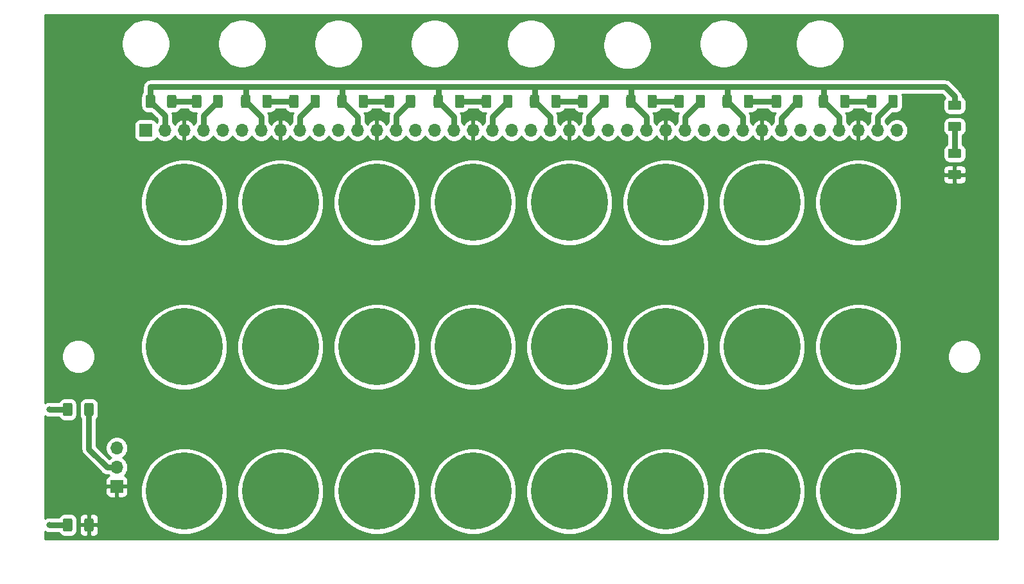
<source format=gbr>
G04 #@! TF.GenerationSoftware,KiCad,Pcbnew,5.1.8+dfsg1-1+b1*
G04 #@! TF.CreationDate,2021-05-11T12:49:47-05:00*
G04 #@! TF.ProjectId,front-panel,66726f6e-742d-4706-916e-656c2e6b6963,A*
G04 #@! TF.SameCoordinates,Original*
G04 #@! TF.FileFunction,Copper,L1,Top*
G04 #@! TF.FilePolarity,Positive*
%FSLAX46Y46*%
G04 Gerber Fmt 4.6, Leading zero omitted, Abs format (unit mm)*
G04 Created by KiCad (PCBNEW 5.1.8+dfsg1-1+b1) date 2021-05-11 12:49:47*
%MOMM*%
%LPD*%
G01*
G04 APERTURE LIST*
G04 #@! TA.AperFunction,ComponentPad*
%ADD10O,1.700000X1.700000*%
G04 #@! TD*
G04 #@! TA.AperFunction,ComponentPad*
%ADD11R,1.700000X1.700000*%
G04 #@! TD*
G04 #@! TA.AperFunction,ComponentPad*
%ADD12C,10.160000*%
G04 #@! TD*
G04 #@! TA.AperFunction,ViaPad*
%ADD13C,0.800000*%
G04 #@! TD*
G04 #@! TA.AperFunction,Conductor*
%ADD14C,0.762000*%
G04 #@! TD*
G04 #@! TA.AperFunction,Conductor*
%ADD15C,0.254000*%
G04 #@! TD*
G04 #@! TA.AperFunction,Conductor*
%ADD16C,0.100000*%
G04 #@! TD*
G04 APERTURE END LIST*
D10*
X60960000Y-118110000D03*
X60960000Y-120650000D03*
D11*
X60960000Y-123190000D03*
D12*
X158750000Y-123825000D03*
X146050000Y-123825000D03*
X133350000Y-123825000D03*
X120650000Y-123825000D03*
X107950000Y-123825000D03*
X95250000Y-123825000D03*
X82550000Y-123825000D03*
X69850000Y-123825000D03*
G04 #@! TA.AperFunction,SMDPad,CuDef*
G36*
G01*
X55105000Y-127645000D02*
X55105000Y-128895000D01*
G75*
G02*
X54855000Y-129145000I-250000J0D01*
G01*
X54105000Y-129145000D01*
G75*
G02*
X53855000Y-128895000I0J250000D01*
G01*
X53855000Y-127645000D01*
G75*
G02*
X54105000Y-127395000I250000J0D01*
G01*
X54855000Y-127395000D01*
G75*
G02*
X55105000Y-127645000I0J-250000D01*
G01*
G37*
G04 #@! TD.AperFunction*
G04 #@! TA.AperFunction,SMDPad,CuDef*
G36*
G01*
X57905000Y-127645000D02*
X57905000Y-128895000D01*
G75*
G02*
X57655000Y-129145000I-250000J0D01*
G01*
X56905000Y-129145000D01*
G75*
G02*
X56655000Y-128895000I0J250000D01*
G01*
X56655000Y-127645000D01*
G75*
G02*
X56905000Y-127395000I250000J0D01*
G01*
X57655000Y-127395000D01*
G75*
G02*
X57905000Y-127645000I0J-250000D01*
G01*
G37*
G04 #@! TD.AperFunction*
G04 #@! TA.AperFunction,SMDPad,CuDef*
G36*
G01*
X55105000Y-112405000D02*
X55105000Y-113655000D01*
G75*
G02*
X54855000Y-113905000I-250000J0D01*
G01*
X54105000Y-113905000D01*
G75*
G02*
X53855000Y-113655000I0J250000D01*
G01*
X53855000Y-112405000D01*
G75*
G02*
X54105000Y-112155000I250000J0D01*
G01*
X54855000Y-112155000D01*
G75*
G02*
X55105000Y-112405000I0J-250000D01*
G01*
G37*
G04 #@! TD.AperFunction*
G04 #@! TA.AperFunction,SMDPad,CuDef*
G36*
G01*
X57905000Y-112405000D02*
X57905000Y-113655000D01*
G75*
G02*
X57655000Y-113905000I-250000J0D01*
G01*
X56905000Y-113905000D01*
G75*
G02*
X56655000Y-113655000I0J250000D01*
G01*
X56655000Y-112405000D01*
G75*
G02*
X56905000Y-112155000I250000J0D01*
G01*
X57655000Y-112155000D01*
G75*
G02*
X57905000Y-112405000I0J-250000D01*
G01*
G37*
G04 #@! TD.AperFunction*
X133350000Y-104775000D03*
G04 #@! TA.AperFunction,SMDPad,CuDef*
G36*
G01*
X170825000Y-75070000D02*
X172075000Y-75070000D01*
G75*
G02*
X172325000Y-75320000I0J-250000D01*
G01*
X172325000Y-76070000D01*
G75*
G02*
X172075000Y-76320000I-250000J0D01*
G01*
X170825000Y-76320000D01*
G75*
G02*
X170575000Y-76070000I0J250000D01*
G01*
X170575000Y-75320000D01*
G75*
G02*
X170825000Y-75070000I250000J0D01*
G01*
G37*
G04 #@! TD.AperFunction*
G04 #@! TA.AperFunction,SMDPad,CuDef*
G36*
G01*
X170825000Y-72270000D02*
X172075000Y-72270000D01*
G75*
G02*
X172325000Y-72520000I0J-250000D01*
G01*
X172325000Y-73270000D01*
G75*
G02*
X172075000Y-73520000I-250000J0D01*
G01*
X170825000Y-73520000D01*
G75*
G02*
X170575000Y-73270000I0J250000D01*
G01*
X170575000Y-72520000D01*
G75*
G02*
X170825000Y-72270000I250000J0D01*
G01*
G37*
G04 #@! TD.AperFunction*
G04 #@! TA.AperFunction,SMDPad,CuDef*
G36*
G01*
X172075000Y-79870000D02*
X170825000Y-79870000D01*
G75*
G02*
X170575000Y-79620000I0J250000D01*
G01*
X170575000Y-78870000D01*
G75*
G02*
X170825000Y-78620000I250000J0D01*
G01*
X172075000Y-78620000D01*
G75*
G02*
X172325000Y-78870000I0J-250000D01*
G01*
X172325000Y-79620000D01*
G75*
G02*
X172075000Y-79870000I-250000J0D01*
G01*
G37*
G04 #@! TD.AperFunction*
G04 #@! TA.AperFunction,SMDPad,CuDef*
G36*
G01*
X172075000Y-82670000D02*
X170825000Y-82670000D01*
G75*
G02*
X170575000Y-82420000I0J250000D01*
G01*
X170575000Y-81670000D01*
G75*
G02*
X170825000Y-81420000I250000J0D01*
G01*
X172075000Y-81420000D01*
G75*
G02*
X172325000Y-81670000I0J-250000D01*
G01*
X172325000Y-82420000D01*
G75*
G02*
X172075000Y-82670000I-250000J0D01*
G01*
G37*
G04 #@! TD.AperFunction*
X158750000Y-85725000D03*
X133350000Y-85725000D03*
X107950000Y-85725000D03*
X82550000Y-85725000D03*
X146050000Y-85725000D03*
X120650000Y-85725000D03*
X95250000Y-85725000D03*
X69850000Y-85725000D03*
X158750000Y-104775000D03*
X107950000Y-104775000D03*
X82550000Y-104775000D03*
X146050000Y-104775000D03*
X120650000Y-104775000D03*
X95250000Y-104775000D03*
X69850000Y-104775000D03*
G04 #@! TA.AperFunction,SMDPad,CuDef*
G36*
G01*
X156350000Y-73015000D02*
X156350000Y-71765000D01*
G75*
G02*
X156600000Y-71515000I250000J0D01*
G01*
X157350000Y-71515000D01*
G75*
G02*
X157600000Y-71765000I0J-250000D01*
G01*
X157600000Y-73015000D01*
G75*
G02*
X157350000Y-73265000I-250000J0D01*
G01*
X156600000Y-73265000D01*
G75*
G02*
X156350000Y-73015000I0J250000D01*
G01*
G37*
G04 #@! TD.AperFunction*
G04 #@! TA.AperFunction,SMDPad,CuDef*
G36*
G01*
X153550000Y-73015000D02*
X153550000Y-71765000D01*
G75*
G02*
X153800000Y-71515000I250000J0D01*
G01*
X154550000Y-71515000D01*
G75*
G02*
X154800000Y-71765000I0J-250000D01*
G01*
X154800000Y-73015000D01*
G75*
G02*
X154550000Y-73265000I-250000J0D01*
G01*
X153800000Y-73265000D01*
G75*
G02*
X153550000Y-73015000I0J250000D01*
G01*
G37*
G04 #@! TD.AperFunction*
G04 #@! TA.AperFunction,SMDPad,CuDef*
G36*
G01*
X130950000Y-73015000D02*
X130950000Y-71765000D01*
G75*
G02*
X131200000Y-71515000I250000J0D01*
G01*
X131950000Y-71515000D01*
G75*
G02*
X132200000Y-71765000I0J-250000D01*
G01*
X132200000Y-73015000D01*
G75*
G02*
X131950000Y-73265000I-250000J0D01*
G01*
X131200000Y-73265000D01*
G75*
G02*
X130950000Y-73015000I0J250000D01*
G01*
G37*
G04 #@! TD.AperFunction*
G04 #@! TA.AperFunction,SMDPad,CuDef*
G36*
G01*
X128150000Y-73015000D02*
X128150000Y-71765000D01*
G75*
G02*
X128400000Y-71515000I250000J0D01*
G01*
X129150000Y-71515000D01*
G75*
G02*
X129400000Y-71765000I0J-250000D01*
G01*
X129400000Y-73015000D01*
G75*
G02*
X129150000Y-73265000I-250000J0D01*
G01*
X128400000Y-73265000D01*
G75*
G02*
X128150000Y-73015000I0J250000D01*
G01*
G37*
G04 #@! TD.AperFunction*
G04 #@! TA.AperFunction,SMDPad,CuDef*
G36*
G01*
X105550000Y-73015000D02*
X105550000Y-71765000D01*
G75*
G02*
X105800000Y-71515000I250000J0D01*
G01*
X106550000Y-71515000D01*
G75*
G02*
X106800000Y-71765000I0J-250000D01*
G01*
X106800000Y-73015000D01*
G75*
G02*
X106550000Y-73265000I-250000J0D01*
G01*
X105800000Y-73265000D01*
G75*
G02*
X105550000Y-73015000I0J250000D01*
G01*
G37*
G04 #@! TD.AperFunction*
G04 #@! TA.AperFunction,SMDPad,CuDef*
G36*
G01*
X102750000Y-73015000D02*
X102750000Y-71765000D01*
G75*
G02*
X103000000Y-71515000I250000J0D01*
G01*
X103750000Y-71515000D01*
G75*
G02*
X104000000Y-71765000I0J-250000D01*
G01*
X104000000Y-73015000D01*
G75*
G02*
X103750000Y-73265000I-250000J0D01*
G01*
X103000000Y-73265000D01*
G75*
G02*
X102750000Y-73015000I0J250000D01*
G01*
G37*
G04 #@! TD.AperFunction*
G04 #@! TA.AperFunction,SMDPad,CuDef*
G36*
G01*
X80150000Y-73015000D02*
X80150000Y-71765000D01*
G75*
G02*
X80400000Y-71515000I250000J0D01*
G01*
X81150000Y-71515000D01*
G75*
G02*
X81400000Y-71765000I0J-250000D01*
G01*
X81400000Y-73015000D01*
G75*
G02*
X81150000Y-73265000I-250000J0D01*
G01*
X80400000Y-73265000D01*
G75*
G02*
X80150000Y-73015000I0J250000D01*
G01*
G37*
G04 #@! TD.AperFunction*
G04 #@! TA.AperFunction,SMDPad,CuDef*
G36*
G01*
X77350000Y-73015000D02*
X77350000Y-71765000D01*
G75*
G02*
X77600000Y-71515000I250000J0D01*
G01*
X78350000Y-71515000D01*
G75*
G02*
X78600000Y-71765000I0J-250000D01*
G01*
X78600000Y-73015000D01*
G75*
G02*
X78350000Y-73265000I-250000J0D01*
G01*
X77600000Y-73265000D01*
G75*
G02*
X77350000Y-73015000I0J250000D01*
G01*
G37*
G04 #@! TD.AperFunction*
G04 #@! TA.AperFunction,SMDPad,CuDef*
G36*
G01*
X143650000Y-73015000D02*
X143650000Y-71765000D01*
G75*
G02*
X143900000Y-71515000I250000J0D01*
G01*
X144650000Y-71515000D01*
G75*
G02*
X144900000Y-71765000I0J-250000D01*
G01*
X144900000Y-73015000D01*
G75*
G02*
X144650000Y-73265000I-250000J0D01*
G01*
X143900000Y-73265000D01*
G75*
G02*
X143650000Y-73015000I0J250000D01*
G01*
G37*
G04 #@! TD.AperFunction*
G04 #@! TA.AperFunction,SMDPad,CuDef*
G36*
G01*
X140850000Y-73015000D02*
X140850000Y-71765000D01*
G75*
G02*
X141100000Y-71515000I250000J0D01*
G01*
X141850000Y-71515000D01*
G75*
G02*
X142100000Y-71765000I0J-250000D01*
G01*
X142100000Y-73015000D01*
G75*
G02*
X141850000Y-73265000I-250000J0D01*
G01*
X141100000Y-73265000D01*
G75*
G02*
X140850000Y-73015000I0J250000D01*
G01*
G37*
G04 #@! TD.AperFunction*
G04 #@! TA.AperFunction,SMDPad,CuDef*
G36*
G01*
X118250000Y-73015000D02*
X118250000Y-71765000D01*
G75*
G02*
X118500000Y-71515000I250000J0D01*
G01*
X119250000Y-71515000D01*
G75*
G02*
X119500000Y-71765000I0J-250000D01*
G01*
X119500000Y-73015000D01*
G75*
G02*
X119250000Y-73265000I-250000J0D01*
G01*
X118500000Y-73265000D01*
G75*
G02*
X118250000Y-73015000I0J250000D01*
G01*
G37*
G04 #@! TD.AperFunction*
G04 #@! TA.AperFunction,SMDPad,CuDef*
G36*
G01*
X115450000Y-73015000D02*
X115450000Y-71765000D01*
G75*
G02*
X115700000Y-71515000I250000J0D01*
G01*
X116450000Y-71515000D01*
G75*
G02*
X116700000Y-71765000I0J-250000D01*
G01*
X116700000Y-73015000D01*
G75*
G02*
X116450000Y-73265000I-250000J0D01*
G01*
X115700000Y-73265000D01*
G75*
G02*
X115450000Y-73015000I0J250000D01*
G01*
G37*
G04 #@! TD.AperFunction*
G04 #@! TA.AperFunction,SMDPad,CuDef*
G36*
G01*
X92850000Y-73015000D02*
X92850000Y-71765000D01*
G75*
G02*
X93100000Y-71515000I250000J0D01*
G01*
X93850000Y-71515000D01*
G75*
G02*
X94100000Y-71765000I0J-250000D01*
G01*
X94100000Y-73015000D01*
G75*
G02*
X93850000Y-73265000I-250000J0D01*
G01*
X93100000Y-73265000D01*
G75*
G02*
X92850000Y-73015000I0J250000D01*
G01*
G37*
G04 #@! TD.AperFunction*
G04 #@! TA.AperFunction,SMDPad,CuDef*
G36*
G01*
X90050000Y-73015000D02*
X90050000Y-71765000D01*
G75*
G02*
X90300000Y-71515000I250000J0D01*
G01*
X91050000Y-71515000D01*
G75*
G02*
X91300000Y-71765000I0J-250000D01*
G01*
X91300000Y-73015000D01*
G75*
G02*
X91050000Y-73265000I-250000J0D01*
G01*
X90300000Y-73265000D01*
G75*
G02*
X90050000Y-73015000I0J250000D01*
G01*
G37*
G04 #@! TD.AperFunction*
G04 #@! TA.AperFunction,SMDPad,CuDef*
G36*
G01*
X67580000Y-73015000D02*
X67580000Y-71765000D01*
G75*
G02*
X67830000Y-71515000I250000J0D01*
G01*
X68580000Y-71515000D01*
G75*
G02*
X68830000Y-71765000I0J-250000D01*
G01*
X68830000Y-73015000D01*
G75*
G02*
X68580000Y-73265000I-250000J0D01*
G01*
X67830000Y-73265000D01*
G75*
G02*
X67580000Y-73015000I0J250000D01*
G01*
G37*
G04 #@! TD.AperFunction*
G04 #@! TA.AperFunction,SMDPad,CuDef*
G36*
G01*
X64780000Y-73015000D02*
X64780000Y-71765000D01*
G75*
G02*
X65030000Y-71515000I250000J0D01*
G01*
X65780000Y-71515000D01*
G75*
G02*
X66030000Y-71765000I0J-250000D01*
G01*
X66030000Y-73015000D01*
G75*
G02*
X65780000Y-73265000I-250000J0D01*
G01*
X65030000Y-73265000D01*
G75*
G02*
X64780000Y-73015000I0J250000D01*
G01*
G37*
G04 #@! TD.AperFunction*
D10*
X163830000Y-76200000D03*
X161290000Y-76200000D03*
X158750000Y-76200000D03*
X156210000Y-76200000D03*
X153670000Y-76200000D03*
X151130000Y-76200000D03*
X148590000Y-76200000D03*
X146050000Y-76200000D03*
X143510000Y-76200000D03*
X140970000Y-76200000D03*
X138430000Y-76200000D03*
X135890000Y-76200000D03*
X133350000Y-76200000D03*
X130810000Y-76200000D03*
X128270000Y-76200000D03*
X125730000Y-76200000D03*
X123190000Y-76200000D03*
X120650000Y-76200000D03*
X118110000Y-76200000D03*
X115570000Y-76200000D03*
X113030000Y-76200000D03*
X110490000Y-76200000D03*
X107950000Y-76200000D03*
X105410000Y-76200000D03*
X102870000Y-76200000D03*
X100330000Y-76200000D03*
X97790000Y-76200000D03*
X95250000Y-76200000D03*
X92710000Y-76200000D03*
X90170000Y-76200000D03*
X87630000Y-76200000D03*
X85090000Y-76200000D03*
X82550000Y-76200000D03*
X80010000Y-76200000D03*
X77470000Y-76200000D03*
X74930000Y-76200000D03*
X72390000Y-76200000D03*
X69850000Y-76200000D03*
X67310000Y-76200000D03*
D11*
X64770000Y-76200000D03*
G04 #@! TA.AperFunction,SMDPad,CuDef*
G36*
G01*
X161150000Y-71765000D02*
X161150000Y-73015000D01*
G75*
G02*
X160900000Y-73265000I-250000J0D01*
G01*
X160150000Y-73265000D01*
G75*
G02*
X159900000Y-73015000I0J250000D01*
G01*
X159900000Y-71765000D01*
G75*
G02*
X160150000Y-71515000I250000J0D01*
G01*
X160900000Y-71515000D01*
G75*
G02*
X161150000Y-71765000I0J-250000D01*
G01*
G37*
G04 #@! TD.AperFunction*
G04 #@! TA.AperFunction,SMDPad,CuDef*
G36*
G01*
X163950000Y-71765000D02*
X163950000Y-73015000D01*
G75*
G02*
X163700000Y-73265000I-250000J0D01*
G01*
X162950000Y-73265000D01*
G75*
G02*
X162700000Y-73015000I0J250000D01*
G01*
X162700000Y-71765000D01*
G75*
G02*
X162950000Y-71515000I250000J0D01*
G01*
X163700000Y-71515000D01*
G75*
G02*
X163950000Y-71765000I0J-250000D01*
G01*
G37*
G04 #@! TD.AperFunction*
G04 #@! TA.AperFunction,SMDPad,CuDef*
G36*
G01*
X135750000Y-71765000D02*
X135750000Y-73015000D01*
G75*
G02*
X135500000Y-73265000I-250000J0D01*
G01*
X134750000Y-73265000D01*
G75*
G02*
X134500000Y-73015000I0J250000D01*
G01*
X134500000Y-71765000D01*
G75*
G02*
X134750000Y-71515000I250000J0D01*
G01*
X135500000Y-71515000D01*
G75*
G02*
X135750000Y-71765000I0J-250000D01*
G01*
G37*
G04 #@! TD.AperFunction*
G04 #@! TA.AperFunction,SMDPad,CuDef*
G36*
G01*
X138550000Y-71765000D02*
X138550000Y-73015000D01*
G75*
G02*
X138300000Y-73265000I-250000J0D01*
G01*
X137550000Y-73265000D01*
G75*
G02*
X137300000Y-73015000I0J250000D01*
G01*
X137300000Y-71765000D01*
G75*
G02*
X137550000Y-71515000I250000J0D01*
G01*
X138300000Y-71515000D01*
G75*
G02*
X138550000Y-71765000I0J-250000D01*
G01*
G37*
G04 #@! TD.AperFunction*
G04 #@! TA.AperFunction,SMDPad,CuDef*
G36*
G01*
X110350000Y-71765000D02*
X110350000Y-73015000D01*
G75*
G02*
X110100000Y-73265000I-250000J0D01*
G01*
X109350000Y-73265000D01*
G75*
G02*
X109100000Y-73015000I0J250000D01*
G01*
X109100000Y-71765000D01*
G75*
G02*
X109350000Y-71515000I250000J0D01*
G01*
X110100000Y-71515000D01*
G75*
G02*
X110350000Y-71765000I0J-250000D01*
G01*
G37*
G04 #@! TD.AperFunction*
G04 #@! TA.AperFunction,SMDPad,CuDef*
G36*
G01*
X113150000Y-71765000D02*
X113150000Y-73015000D01*
G75*
G02*
X112900000Y-73265000I-250000J0D01*
G01*
X112150000Y-73265000D01*
G75*
G02*
X111900000Y-73015000I0J250000D01*
G01*
X111900000Y-71765000D01*
G75*
G02*
X112150000Y-71515000I250000J0D01*
G01*
X112900000Y-71515000D01*
G75*
G02*
X113150000Y-71765000I0J-250000D01*
G01*
G37*
G04 #@! TD.AperFunction*
G04 #@! TA.AperFunction,SMDPad,CuDef*
G36*
G01*
X84950000Y-71765000D02*
X84950000Y-73015000D01*
G75*
G02*
X84700000Y-73265000I-250000J0D01*
G01*
X83950000Y-73265000D01*
G75*
G02*
X83700000Y-73015000I0J250000D01*
G01*
X83700000Y-71765000D01*
G75*
G02*
X83950000Y-71515000I250000J0D01*
G01*
X84700000Y-71515000D01*
G75*
G02*
X84950000Y-71765000I0J-250000D01*
G01*
G37*
G04 #@! TD.AperFunction*
G04 #@! TA.AperFunction,SMDPad,CuDef*
G36*
G01*
X87750000Y-71765000D02*
X87750000Y-73015000D01*
G75*
G02*
X87500000Y-73265000I-250000J0D01*
G01*
X86750000Y-73265000D01*
G75*
G02*
X86500000Y-73015000I0J250000D01*
G01*
X86500000Y-71765000D01*
G75*
G02*
X86750000Y-71515000I250000J0D01*
G01*
X87500000Y-71515000D01*
G75*
G02*
X87750000Y-71765000I0J-250000D01*
G01*
G37*
G04 #@! TD.AperFunction*
G04 #@! TA.AperFunction,SMDPad,CuDef*
G36*
G01*
X148580000Y-71765000D02*
X148580000Y-73015000D01*
G75*
G02*
X148330000Y-73265000I-250000J0D01*
G01*
X147580000Y-73265000D01*
G75*
G02*
X147330000Y-73015000I0J250000D01*
G01*
X147330000Y-71765000D01*
G75*
G02*
X147580000Y-71515000I250000J0D01*
G01*
X148330000Y-71515000D01*
G75*
G02*
X148580000Y-71765000I0J-250000D01*
G01*
G37*
G04 #@! TD.AperFunction*
G04 #@! TA.AperFunction,SMDPad,CuDef*
G36*
G01*
X151380000Y-71765000D02*
X151380000Y-73015000D01*
G75*
G02*
X151130000Y-73265000I-250000J0D01*
G01*
X150380000Y-73265000D01*
G75*
G02*
X150130000Y-73015000I0J250000D01*
G01*
X150130000Y-71765000D01*
G75*
G02*
X150380000Y-71515000I250000J0D01*
G01*
X151130000Y-71515000D01*
G75*
G02*
X151380000Y-71765000I0J-250000D01*
G01*
G37*
G04 #@! TD.AperFunction*
G04 #@! TA.AperFunction,SMDPad,CuDef*
G36*
G01*
X123050000Y-71765000D02*
X123050000Y-73015000D01*
G75*
G02*
X122800000Y-73265000I-250000J0D01*
G01*
X122050000Y-73265000D01*
G75*
G02*
X121800000Y-73015000I0J250000D01*
G01*
X121800000Y-71765000D01*
G75*
G02*
X122050000Y-71515000I250000J0D01*
G01*
X122800000Y-71515000D01*
G75*
G02*
X123050000Y-71765000I0J-250000D01*
G01*
G37*
G04 #@! TD.AperFunction*
G04 #@! TA.AperFunction,SMDPad,CuDef*
G36*
G01*
X125850000Y-71765000D02*
X125850000Y-73015000D01*
G75*
G02*
X125600000Y-73265000I-250000J0D01*
G01*
X124850000Y-73265000D01*
G75*
G02*
X124600000Y-73015000I0J250000D01*
G01*
X124600000Y-71765000D01*
G75*
G02*
X124850000Y-71515000I250000J0D01*
G01*
X125600000Y-71515000D01*
G75*
G02*
X125850000Y-71765000I0J-250000D01*
G01*
G37*
G04 #@! TD.AperFunction*
G04 #@! TA.AperFunction,SMDPad,CuDef*
G36*
G01*
X97520000Y-71765000D02*
X97520000Y-73015000D01*
G75*
G02*
X97270000Y-73265000I-250000J0D01*
G01*
X96520000Y-73265000D01*
G75*
G02*
X96270000Y-73015000I0J250000D01*
G01*
X96270000Y-71765000D01*
G75*
G02*
X96520000Y-71515000I250000J0D01*
G01*
X97270000Y-71515000D01*
G75*
G02*
X97520000Y-71765000I0J-250000D01*
G01*
G37*
G04 #@! TD.AperFunction*
G04 #@! TA.AperFunction,SMDPad,CuDef*
G36*
G01*
X100320000Y-71765000D02*
X100320000Y-73015000D01*
G75*
G02*
X100070000Y-73265000I-250000J0D01*
G01*
X99320000Y-73265000D01*
G75*
G02*
X99070000Y-73015000I0J250000D01*
G01*
X99070000Y-71765000D01*
G75*
G02*
X99320000Y-71515000I250000J0D01*
G01*
X100070000Y-71515000D01*
G75*
G02*
X100320000Y-71765000I0J-250000D01*
G01*
G37*
G04 #@! TD.AperFunction*
G04 #@! TA.AperFunction,SMDPad,CuDef*
G36*
G01*
X72120000Y-71765000D02*
X72120000Y-73015000D01*
G75*
G02*
X71870000Y-73265000I-250000J0D01*
G01*
X71120000Y-73265000D01*
G75*
G02*
X70870000Y-73015000I0J250000D01*
G01*
X70870000Y-71765000D01*
G75*
G02*
X71120000Y-71515000I250000J0D01*
G01*
X71870000Y-71515000D01*
G75*
G02*
X72120000Y-71765000I0J-250000D01*
G01*
G37*
G04 #@! TD.AperFunction*
G04 #@! TA.AperFunction,SMDPad,CuDef*
G36*
G01*
X74920000Y-71765000D02*
X74920000Y-73015000D01*
G75*
G02*
X74670000Y-73265000I-250000J0D01*
G01*
X73920000Y-73265000D01*
G75*
G02*
X73670000Y-73015000I0J250000D01*
G01*
X73670000Y-71765000D01*
G75*
G02*
X73920000Y-71515000I250000J0D01*
G01*
X74670000Y-71515000D01*
G75*
G02*
X74920000Y-71765000I0J-250000D01*
G01*
G37*
G04 #@! TD.AperFunction*
D13*
X52070000Y-113030000D03*
X52070000Y-128270000D03*
D14*
X68205000Y-72390000D02*
X71495000Y-72390000D01*
X72390000Y-74295000D02*
X74295000Y-72390000D01*
X72390000Y-76200000D02*
X72390000Y-74295000D01*
X80775000Y-72390000D02*
X84325000Y-72390000D01*
X85090000Y-74425000D02*
X87125000Y-72390000D01*
X85090000Y-76200000D02*
X85090000Y-74425000D01*
X93475000Y-72390000D02*
X96895000Y-72390000D01*
X97790000Y-74295000D02*
X99695000Y-72390000D01*
X97790000Y-76200000D02*
X97790000Y-74295000D01*
X106175000Y-72390000D02*
X109725000Y-72390000D01*
X110490000Y-74425000D02*
X112525000Y-72390000D01*
X110490000Y-76200000D02*
X110490000Y-74425000D01*
X118875000Y-72390000D02*
X122425000Y-72390000D01*
X123190000Y-74425000D02*
X125225000Y-72390000D01*
X123190000Y-76200000D02*
X123190000Y-74425000D01*
X131575000Y-72390000D02*
X135125000Y-72390000D01*
X135890000Y-74425000D02*
X137925000Y-72390000D01*
X135890000Y-76200000D02*
X135890000Y-74425000D01*
X144275000Y-72390000D02*
X147955000Y-72390000D01*
X148590000Y-74555000D02*
X150755000Y-72390000D01*
X148590000Y-76200000D02*
X148590000Y-74555000D01*
X156975000Y-72390000D02*
X160525000Y-72390000D01*
X161290000Y-74425000D02*
X163325000Y-72390000D01*
X161290000Y-76200000D02*
X161290000Y-74425000D01*
X67310000Y-74295000D02*
X65405000Y-72390000D01*
X67310000Y-76200000D02*
X67310000Y-74295000D01*
X80010000Y-74425000D02*
X77975000Y-72390000D01*
X80010000Y-76200000D02*
X80010000Y-74425000D01*
X92710000Y-74425000D02*
X90675000Y-72390000D01*
X92710000Y-76200000D02*
X92710000Y-74425000D01*
X105410000Y-74425000D02*
X103375000Y-72390000D01*
X105410000Y-76200000D02*
X105410000Y-74425000D01*
X118110000Y-74425000D02*
X116075000Y-72390000D01*
X118110000Y-76200000D02*
X118110000Y-74425000D01*
X130810000Y-74425000D02*
X128775000Y-72390000D01*
X130810000Y-76200000D02*
X130810000Y-74425000D01*
X143510000Y-74425000D02*
X141475000Y-72390000D01*
X143510000Y-76200000D02*
X143510000Y-74425000D01*
X156210000Y-74425000D02*
X154175000Y-72390000D01*
X156210000Y-76200000D02*
X156210000Y-74425000D01*
X65405000Y-72390000D02*
X65405000Y-70485000D01*
X154175000Y-70615000D02*
X154305000Y-70485000D01*
X154175000Y-72390000D02*
X154175000Y-70615000D01*
X141475000Y-72390000D02*
X141475000Y-70615000D01*
X141475000Y-70615000D02*
X141605000Y-70485000D01*
X141605000Y-70485000D02*
X154305000Y-70485000D01*
X128775000Y-70615000D02*
X128905000Y-70485000D01*
X128775000Y-72390000D02*
X128775000Y-70615000D01*
X128905000Y-70485000D02*
X141605000Y-70485000D01*
X116075000Y-70615000D02*
X116205000Y-70485000D01*
X116075000Y-72390000D02*
X116075000Y-70615000D01*
X116205000Y-70485000D02*
X128905000Y-70485000D01*
X103375000Y-70615000D02*
X103505000Y-70485000D01*
X103375000Y-72390000D02*
X103375000Y-70615000D01*
X103505000Y-70485000D02*
X116205000Y-70485000D01*
X77975000Y-70615000D02*
X78105000Y-70485000D01*
X77975000Y-72390000D02*
X77975000Y-70615000D01*
X65405000Y-70485000D02*
X78105000Y-70485000D01*
X154305000Y-70485000D02*
X170180000Y-70485000D01*
X171450000Y-71755000D02*
X171450000Y-72895000D01*
X170180000Y-70485000D02*
X171450000Y-71755000D01*
X90675000Y-70615000D02*
X90675000Y-72390000D01*
X90805000Y-70485000D02*
X90675000Y-70615000D01*
X90805000Y-70485000D02*
X103505000Y-70485000D01*
X78105000Y-70485000D02*
X90805000Y-70485000D01*
X171450000Y-75695000D02*
X171450000Y-79245000D01*
X52070000Y-113030000D02*
X54480000Y-113030000D01*
X54480000Y-128270000D02*
X52070000Y-128270000D01*
X60960000Y-120650000D02*
X59690000Y-120650000D01*
X57280000Y-118240000D02*
X57280000Y-113030000D01*
X59690000Y-120650000D02*
X57280000Y-118240000D01*
D15*
X177140001Y-130150000D02*
X51460000Y-130150000D01*
X51460000Y-129107195D01*
X51579744Y-129187205D01*
X51768102Y-129265226D01*
X51968061Y-129305000D01*
X52171939Y-129305000D01*
X52267459Y-129286000D01*
X53311868Y-129286000D01*
X53366595Y-129388386D01*
X53477038Y-129522962D01*
X53611614Y-129633405D01*
X53765150Y-129715472D01*
X53931746Y-129766008D01*
X54105000Y-129783072D01*
X54855000Y-129783072D01*
X55028254Y-129766008D01*
X55194850Y-129715472D01*
X55348386Y-129633405D01*
X55482962Y-129522962D01*
X55593405Y-129388386D01*
X55675472Y-129234850D01*
X55702727Y-129145000D01*
X56016928Y-129145000D01*
X56029188Y-129269482D01*
X56065498Y-129389180D01*
X56124463Y-129499494D01*
X56203815Y-129596185D01*
X56300506Y-129675537D01*
X56410820Y-129734502D01*
X56530518Y-129770812D01*
X56655000Y-129783072D01*
X56994250Y-129780000D01*
X57153000Y-129621250D01*
X57153000Y-128397000D01*
X57407000Y-128397000D01*
X57407000Y-129621250D01*
X57565750Y-129780000D01*
X57905000Y-129783072D01*
X58029482Y-129770812D01*
X58149180Y-129734502D01*
X58259494Y-129675537D01*
X58356185Y-129596185D01*
X58435537Y-129499494D01*
X58494502Y-129389180D01*
X58530812Y-129269482D01*
X58543072Y-129145000D01*
X58540000Y-128555750D01*
X58381250Y-128397000D01*
X57407000Y-128397000D01*
X57153000Y-128397000D01*
X56178750Y-128397000D01*
X56020000Y-128555750D01*
X56016928Y-129145000D01*
X55702727Y-129145000D01*
X55726008Y-129068254D01*
X55743072Y-128895000D01*
X55743072Y-127645000D01*
X55726008Y-127471746D01*
X55702728Y-127395000D01*
X56016928Y-127395000D01*
X56020000Y-127984250D01*
X56178750Y-128143000D01*
X57153000Y-128143000D01*
X57153000Y-126918750D01*
X57407000Y-126918750D01*
X57407000Y-128143000D01*
X58381250Y-128143000D01*
X58540000Y-127984250D01*
X58543072Y-127395000D01*
X58530812Y-127270518D01*
X58494502Y-127150820D01*
X58435537Y-127040506D01*
X58356185Y-126943815D01*
X58259494Y-126864463D01*
X58149180Y-126805498D01*
X58029482Y-126769188D01*
X57905000Y-126756928D01*
X57565750Y-126760000D01*
X57407000Y-126918750D01*
X57153000Y-126918750D01*
X56994250Y-126760000D01*
X56655000Y-126756928D01*
X56530518Y-126769188D01*
X56410820Y-126805498D01*
X56300506Y-126864463D01*
X56203815Y-126943815D01*
X56124463Y-127040506D01*
X56065498Y-127150820D01*
X56029188Y-127270518D01*
X56016928Y-127395000D01*
X55702728Y-127395000D01*
X55675472Y-127305150D01*
X55593405Y-127151614D01*
X55482962Y-127017038D01*
X55348386Y-126906595D01*
X55194850Y-126824528D01*
X55028254Y-126773992D01*
X54855000Y-126756928D01*
X54105000Y-126756928D01*
X53931746Y-126773992D01*
X53765150Y-126824528D01*
X53611614Y-126906595D01*
X53477038Y-127017038D01*
X53366595Y-127151614D01*
X53311868Y-127254000D01*
X52267459Y-127254000D01*
X52171939Y-127235000D01*
X51968061Y-127235000D01*
X51768102Y-127274774D01*
X51579744Y-127352795D01*
X51460000Y-127432805D01*
X51460000Y-124040000D01*
X59471928Y-124040000D01*
X59484188Y-124164482D01*
X59520498Y-124284180D01*
X59579463Y-124394494D01*
X59658815Y-124491185D01*
X59755506Y-124570537D01*
X59865820Y-124629502D01*
X59985518Y-124665812D01*
X60110000Y-124678072D01*
X60674250Y-124675000D01*
X60833000Y-124516250D01*
X60833000Y-123317000D01*
X61087000Y-123317000D01*
X61087000Y-124516250D01*
X61245750Y-124675000D01*
X61810000Y-124678072D01*
X61934482Y-124665812D01*
X62054180Y-124629502D01*
X62164494Y-124570537D01*
X62261185Y-124491185D01*
X62340537Y-124394494D01*
X62399502Y-124284180D01*
X62435812Y-124164482D01*
X62448072Y-124040000D01*
X62445000Y-123475750D01*
X62286250Y-123317000D01*
X61087000Y-123317000D01*
X60833000Y-123317000D01*
X59633750Y-123317000D01*
X59475000Y-123475750D01*
X59471928Y-124040000D01*
X51460000Y-124040000D01*
X51460000Y-123262122D01*
X64135000Y-123262122D01*
X64135000Y-124387878D01*
X64354625Y-125492004D01*
X64785433Y-126532067D01*
X65410870Y-127468100D01*
X66206900Y-128264130D01*
X67142933Y-128889567D01*
X68182996Y-129320375D01*
X69287122Y-129540000D01*
X70412878Y-129540000D01*
X71517004Y-129320375D01*
X72557067Y-128889567D01*
X73493100Y-128264130D01*
X74289130Y-127468100D01*
X74914567Y-126532067D01*
X75345375Y-125492004D01*
X75565000Y-124387878D01*
X75565000Y-123262122D01*
X76835000Y-123262122D01*
X76835000Y-124387878D01*
X77054625Y-125492004D01*
X77485433Y-126532067D01*
X78110870Y-127468100D01*
X78906900Y-128264130D01*
X79842933Y-128889567D01*
X80882996Y-129320375D01*
X81987122Y-129540000D01*
X83112878Y-129540000D01*
X84217004Y-129320375D01*
X85257067Y-128889567D01*
X86193100Y-128264130D01*
X86989130Y-127468100D01*
X87614567Y-126532067D01*
X88045375Y-125492004D01*
X88265000Y-124387878D01*
X88265000Y-123262122D01*
X89535000Y-123262122D01*
X89535000Y-124387878D01*
X89754625Y-125492004D01*
X90185433Y-126532067D01*
X90810870Y-127468100D01*
X91606900Y-128264130D01*
X92542933Y-128889567D01*
X93582996Y-129320375D01*
X94687122Y-129540000D01*
X95812878Y-129540000D01*
X96917004Y-129320375D01*
X97957067Y-128889567D01*
X98893100Y-128264130D01*
X99689130Y-127468100D01*
X100314567Y-126532067D01*
X100745375Y-125492004D01*
X100965000Y-124387878D01*
X100965000Y-123262122D01*
X102235000Y-123262122D01*
X102235000Y-124387878D01*
X102454625Y-125492004D01*
X102885433Y-126532067D01*
X103510870Y-127468100D01*
X104306900Y-128264130D01*
X105242933Y-128889567D01*
X106282996Y-129320375D01*
X107387122Y-129540000D01*
X108512878Y-129540000D01*
X109617004Y-129320375D01*
X110657067Y-128889567D01*
X111593100Y-128264130D01*
X112389130Y-127468100D01*
X113014567Y-126532067D01*
X113445375Y-125492004D01*
X113665000Y-124387878D01*
X113665000Y-123262122D01*
X114935000Y-123262122D01*
X114935000Y-124387878D01*
X115154625Y-125492004D01*
X115585433Y-126532067D01*
X116210870Y-127468100D01*
X117006900Y-128264130D01*
X117942933Y-128889567D01*
X118982996Y-129320375D01*
X120087122Y-129540000D01*
X121212878Y-129540000D01*
X122317004Y-129320375D01*
X123357067Y-128889567D01*
X124293100Y-128264130D01*
X125089130Y-127468100D01*
X125714567Y-126532067D01*
X126145375Y-125492004D01*
X126365000Y-124387878D01*
X126365000Y-123262122D01*
X127635000Y-123262122D01*
X127635000Y-124387878D01*
X127854625Y-125492004D01*
X128285433Y-126532067D01*
X128910870Y-127468100D01*
X129706900Y-128264130D01*
X130642933Y-128889567D01*
X131682996Y-129320375D01*
X132787122Y-129540000D01*
X133912878Y-129540000D01*
X135017004Y-129320375D01*
X136057067Y-128889567D01*
X136993100Y-128264130D01*
X137789130Y-127468100D01*
X138414567Y-126532067D01*
X138845375Y-125492004D01*
X139065000Y-124387878D01*
X139065000Y-123262122D01*
X140335000Y-123262122D01*
X140335000Y-124387878D01*
X140554625Y-125492004D01*
X140985433Y-126532067D01*
X141610870Y-127468100D01*
X142406900Y-128264130D01*
X143342933Y-128889567D01*
X144382996Y-129320375D01*
X145487122Y-129540000D01*
X146612878Y-129540000D01*
X147717004Y-129320375D01*
X148757067Y-128889567D01*
X149693100Y-128264130D01*
X150489130Y-127468100D01*
X151114567Y-126532067D01*
X151545375Y-125492004D01*
X151765000Y-124387878D01*
X151765000Y-123262122D01*
X153035000Y-123262122D01*
X153035000Y-124387878D01*
X153254625Y-125492004D01*
X153685433Y-126532067D01*
X154310870Y-127468100D01*
X155106900Y-128264130D01*
X156042933Y-128889567D01*
X157082996Y-129320375D01*
X158187122Y-129540000D01*
X159312878Y-129540000D01*
X160417004Y-129320375D01*
X161457067Y-128889567D01*
X162393100Y-128264130D01*
X163189130Y-127468100D01*
X163814567Y-126532067D01*
X164245375Y-125492004D01*
X164465000Y-124387878D01*
X164465000Y-123262122D01*
X164245375Y-122157996D01*
X163814567Y-121117933D01*
X163189130Y-120181900D01*
X162393100Y-119385870D01*
X161457067Y-118760433D01*
X160417004Y-118329625D01*
X159312878Y-118110000D01*
X158187122Y-118110000D01*
X157082996Y-118329625D01*
X156042933Y-118760433D01*
X155106900Y-119385870D01*
X154310870Y-120181900D01*
X153685433Y-121117933D01*
X153254625Y-122157996D01*
X153035000Y-123262122D01*
X151765000Y-123262122D01*
X151545375Y-122157996D01*
X151114567Y-121117933D01*
X150489130Y-120181900D01*
X149693100Y-119385870D01*
X148757067Y-118760433D01*
X147717004Y-118329625D01*
X146612878Y-118110000D01*
X145487122Y-118110000D01*
X144382996Y-118329625D01*
X143342933Y-118760433D01*
X142406900Y-119385870D01*
X141610870Y-120181900D01*
X140985433Y-121117933D01*
X140554625Y-122157996D01*
X140335000Y-123262122D01*
X139065000Y-123262122D01*
X138845375Y-122157996D01*
X138414567Y-121117933D01*
X137789130Y-120181900D01*
X136993100Y-119385870D01*
X136057067Y-118760433D01*
X135017004Y-118329625D01*
X133912878Y-118110000D01*
X132787122Y-118110000D01*
X131682996Y-118329625D01*
X130642933Y-118760433D01*
X129706900Y-119385870D01*
X128910870Y-120181900D01*
X128285433Y-121117933D01*
X127854625Y-122157996D01*
X127635000Y-123262122D01*
X126365000Y-123262122D01*
X126145375Y-122157996D01*
X125714567Y-121117933D01*
X125089130Y-120181900D01*
X124293100Y-119385870D01*
X123357067Y-118760433D01*
X122317004Y-118329625D01*
X121212878Y-118110000D01*
X120087122Y-118110000D01*
X118982996Y-118329625D01*
X117942933Y-118760433D01*
X117006900Y-119385870D01*
X116210870Y-120181900D01*
X115585433Y-121117933D01*
X115154625Y-122157996D01*
X114935000Y-123262122D01*
X113665000Y-123262122D01*
X113445375Y-122157996D01*
X113014567Y-121117933D01*
X112389130Y-120181900D01*
X111593100Y-119385870D01*
X110657067Y-118760433D01*
X109617004Y-118329625D01*
X108512878Y-118110000D01*
X107387122Y-118110000D01*
X106282996Y-118329625D01*
X105242933Y-118760433D01*
X104306900Y-119385870D01*
X103510870Y-120181900D01*
X102885433Y-121117933D01*
X102454625Y-122157996D01*
X102235000Y-123262122D01*
X100965000Y-123262122D01*
X100745375Y-122157996D01*
X100314567Y-121117933D01*
X99689130Y-120181900D01*
X98893100Y-119385870D01*
X97957067Y-118760433D01*
X96917004Y-118329625D01*
X95812878Y-118110000D01*
X94687122Y-118110000D01*
X93582996Y-118329625D01*
X92542933Y-118760433D01*
X91606900Y-119385870D01*
X90810870Y-120181900D01*
X90185433Y-121117933D01*
X89754625Y-122157996D01*
X89535000Y-123262122D01*
X88265000Y-123262122D01*
X88045375Y-122157996D01*
X87614567Y-121117933D01*
X86989130Y-120181900D01*
X86193100Y-119385870D01*
X85257067Y-118760433D01*
X84217004Y-118329625D01*
X83112878Y-118110000D01*
X81987122Y-118110000D01*
X80882996Y-118329625D01*
X79842933Y-118760433D01*
X78906900Y-119385870D01*
X78110870Y-120181900D01*
X77485433Y-121117933D01*
X77054625Y-122157996D01*
X76835000Y-123262122D01*
X75565000Y-123262122D01*
X75345375Y-122157996D01*
X74914567Y-121117933D01*
X74289130Y-120181900D01*
X73493100Y-119385870D01*
X72557067Y-118760433D01*
X71517004Y-118329625D01*
X70412878Y-118110000D01*
X69287122Y-118110000D01*
X68182996Y-118329625D01*
X67142933Y-118760433D01*
X66206900Y-119385870D01*
X65410870Y-120181900D01*
X64785433Y-121117933D01*
X64354625Y-122157996D01*
X64135000Y-123262122D01*
X51460000Y-123262122D01*
X51460000Y-113867195D01*
X51579744Y-113947205D01*
X51768102Y-114025226D01*
X51968061Y-114065000D01*
X52171939Y-114065000D01*
X52267459Y-114046000D01*
X53311868Y-114046000D01*
X53366595Y-114148386D01*
X53477038Y-114282962D01*
X53611614Y-114393405D01*
X53765150Y-114475472D01*
X53931746Y-114526008D01*
X54105000Y-114543072D01*
X54855000Y-114543072D01*
X55028254Y-114526008D01*
X55194850Y-114475472D01*
X55348386Y-114393405D01*
X55482962Y-114282962D01*
X55593405Y-114148386D01*
X55675472Y-113994850D01*
X55726008Y-113828254D01*
X55743072Y-113655000D01*
X55743072Y-112405000D01*
X56016928Y-112405000D01*
X56016928Y-113655000D01*
X56033992Y-113828254D01*
X56084528Y-113994850D01*
X56166595Y-114148386D01*
X56264001Y-114267076D01*
X56264000Y-118190098D01*
X56259085Y-118240000D01*
X56264000Y-118289901D01*
X56278702Y-118439170D01*
X56336798Y-118630686D01*
X56431140Y-118807190D01*
X56558104Y-118961896D01*
X56596872Y-118993712D01*
X58936292Y-121333133D01*
X58968104Y-121371896D01*
X59122810Y-121498860D01*
X59299313Y-121593202D01*
X59490829Y-121651298D01*
X59690000Y-121670915D01*
X59739902Y-121666000D01*
X59875893Y-121666000D01*
X59938380Y-121728487D01*
X59865820Y-121750498D01*
X59755506Y-121809463D01*
X59658815Y-121888815D01*
X59579463Y-121985506D01*
X59520498Y-122095820D01*
X59484188Y-122215518D01*
X59471928Y-122340000D01*
X59475000Y-122904250D01*
X59633750Y-123063000D01*
X60833000Y-123063000D01*
X60833000Y-123043000D01*
X61087000Y-123043000D01*
X61087000Y-123063000D01*
X62286250Y-123063000D01*
X62445000Y-122904250D01*
X62448072Y-122340000D01*
X62435812Y-122215518D01*
X62399502Y-122095820D01*
X62340537Y-121985506D01*
X62261185Y-121888815D01*
X62164494Y-121809463D01*
X62054180Y-121750498D01*
X61981620Y-121728487D01*
X62113475Y-121596632D01*
X62275990Y-121353411D01*
X62387932Y-121083158D01*
X62445000Y-120796260D01*
X62445000Y-120503740D01*
X62387932Y-120216842D01*
X62275990Y-119946589D01*
X62113475Y-119703368D01*
X61906632Y-119496525D01*
X61732240Y-119380000D01*
X61906632Y-119263475D01*
X62113475Y-119056632D01*
X62275990Y-118813411D01*
X62387932Y-118543158D01*
X62445000Y-118256260D01*
X62445000Y-117963740D01*
X62387932Y-117676842D01*
X62275990Y-117406589D01*
X62113475Y-117163368D01*
X61906632Y-116956525D01*
X61663411Y-116794010D01*
X61393158Y-116682068D01*
X61106260Y-116625000D01*
X60813740Y-116625000D01*
X60526842Y-116682068D01*
X60256589Y-116794010D01*
X60013368Y-116956525D01*
X59806525Y-117163368D01*
X59644010Y-117406589D01*
X59532068Y-117676842D01*
X59475000Y-117963740D01*
X59475000Y-118256260D01*
X59532068Y-118543158D01*
X59644010Y-118813411D01*
X59806525Y-119056632D01*
X60013368Y-119263475D01*
X60187760Y-119380000D01*
X60013368Y-119496525D01*
X59993367Y-119516526D01*
X58296000Y-117819160D01*
X58296000Y-114267075D01*
X58393405Y-114148386D01*
X58475472Y-113994850D01*
X58526008Y-113828254D01*
X58543072Y-113655000D01*
X58543072Y-112405000D01*
X58526008Y-112231746D01*
X58475472Y-112065150D01*
X58393405Y-111911614D01*
X58282962Y-111777038D01*
X58148386Y-111666595D01*
X57994850Y-111584528D01*
X57828254Y-111533992D01*
X57655000Y-111516928D01*
X56905000Y-111516928D01*
X56731746Y-111533992D01*
X56565150Y-111584528D01*
X56411614Y-111666595D01*
X56277038Y-111777038D01*
X56166595Y-111911614D01*
X56084528Y-112065150D01*
X56033992Y-112231746D01*
X56016928Y-112405000D01*
X55743072Y-112405000D01*
X55726008Y-112231746D01*
X55675472Y-112065150D01*
X55593405Y-111911614D01*
X55482962Y-111777038D01*
X55348386Y-111666595D01*
X55194850Y-111584528D01*
X55028254Y-111533992D01*
X54855000Y-111516928D01*
X54105000Y-111516928D01*
X53931746Y-111533992D01*
X53765150Y-111584528D01*
X53611614Y-111666595D01*
X53477038Y-111777038D01*
X53366595Y-111911614D01*
X53311868Y-112014000D01*
X52267459Y-112014000D01*
X52171939Y-111995000D01*
X51968061Y-111995000D01*
X51768102Y-112034774D01*
X51579744Y-112112795D01*
X51460000Y-112192805D01*
X51460000Y-105824872D01*
X53645000Y-105824872D01*
X53645000Y-106265128D01*
X53730890Y-106696925D01*
X53899369Y-107103669D01*
X54143962Y-107469729D01*
X54455271Y-107781038D01*
X54821331Y-108025631D01*
X55228075Y-108194110D01*
X55659872Y-108280000D01*
X56100128Y-108280000D01*
X56531925Y-108194110D01*
X56938669Y-108025631D01*
X57304729Y-107781038D01*
X57616038Y-107469729D01*
X57860631Y-107103669D01*
X58029110Y-106696925D01*
X58115000Y-106265128D01*
X58115000Y-105824872D01*
X58029110Y-105393075D01*
X57860631Y-104986331D01*
X57616038Y-104620271D01*
X57304729Y-104308962D01*
X57159798Y-104212122D01*
X64135000Y-104212122D01*
X64135000Y-105337878D01*
X64354625Y-106442004D01*
X64785433Y-107482067D01*
X65410870Y-108418100D01*
X66206900Y-109214130D01*
X67142933Y-109839567D01*
X68182996Y-110270375D01*
X69287122Y-110490000D01*
X70412878Y-110490000D01*
X71517004Y-110270375D01*
X72557067Y-109839567D01*
X73493100Y-109214130D01*
X74289130Y-108418100D01*
X74914567Y-107482067D01*
X75345375Y-106442004D01*
X75565000Y-105337878D01*
X75565000Y-104212122D01*
X76835000Y-104212122D01*
X76835000Y-105337878D01*
X77054625Y-106442004D01*
X77485433Y-107482067D01*
X78110870Y-108418100D01*
X78906900Y-109214130D01*
X79842933Y-109839567D01*
X80882996Y-110270375D01*
X81987122Y-110490000D01*
X83112878Y-110490000D01*
X84217004Y-110270375D01*
X85257067Y-109839567D01*
X86193100Y-109214130D01*
X86989130Y-108418100D01*
X87614567Y-107482067D01*
X88045375Y-106442004D01*
X88265000Y-105337878D01*
X88265000Y-104212122D01*
X89535000Y-104212122D01*
X89535000Y-105337878D01*
X89754625Y-106442004D01*
X90185433Y-107482067D01*
X90810870Y-108418100D01*
X91606900Y-109214130D01*
X92542933Y-109839567D01*
X93582996Y-110270375D01*
X94687122Y-110490000D01*
X95812878Y-110490000D01*
X96917004Y-110270375D01*
X97957067Y-109839567D01*
X98893100Y-109214130D01*
X99689130Y-108418100D01*
X100314567Y-107482067D01*
X100745375Y-106442004D01*
X100965000Y-105337878D01*
X100965000Y-104212122D01*
X102235000Y-104212122D01*
X102235000Y-105337878D01*
X102454625Y-106442004D01*
X102885433Y-107482067D01*
X103510870Y-108418100D01*
X104306900Y-109214130D01*
X105242933Y-109839567D01*
X106282996Y-110270375D01*
X107387122Y-110490000D01*
X108512878Y-110490000D01*
X109617004Y-110270375D01*
X110657067Y-109839567D01*
X111593100Y-109214130D01*
X112389130Y-108418100D01*
X113014567Y-107482067D01*
X113445375Y-106442004D01*
X113665000Y-105337878D01*
X113665000Y-104212122D01*
X114935000Y-104212122D01*
X114935000Y-105337878D01*
X115154625Y-106442004D01*
X115585433Y-107482067D01*
X116210870Y-108418100D01*
X117006900Y-109214130D01*
X117942933Y-109839567D01*
X118982996Y-110270375D01*
X120087122Y-110490000D01*
X121212878Y-110490000D01*
X122317004Y-110270375D01*
X123357067Y-109839567D01*
X124293100Y-109214130D01*
X125089130Y-108418100D01*
X125714567Y-107482067D01*
X126145375Y-106442004D01*
X126365000Y-105337878D01*
X126365000Y-104212122D01*
X127635000Y-104212122D01*
X127635000Y-105337878D01*
X127854625Y-106442004D01*
X128285433Y-107482067D01*
X128910870Y-108418100D01*
X129706900Y-109214130D01*
X130642933Y-109839567D01*
X131682996Y-110270375D01*
X132787122Y-110490000D01*
X133912878Y-110490000D01*
X135017004Y-110270375D01*
X136057067Y-109839567D01*
X136993100Y-109214130D01*
X137789130Y-108418100D01*
X138414567Y-107482067D01*
X138845375Y-106442004D01*
X139065000Y-105337878D01*
X139065000Y-104212122D01*
X140335000Y-104212122D01*
X140335000Y-105337878D01*
X140554625Y-106442004D01*
X140985433Y-107482067D01*
X141610870Y-108418100D01*
X142406900Y-109214130D01*
X143342933Y-109839567D01*
X144382996Y-110270375D01*
X145487122Y-110490000D01*
X146612878Y-110490000D01*
X147717004Y-110270375D01*
X148757067Y-109839567D01*
X149693100Y-109214130D01*
X150489130Y-108418100D01*
X151114567Y-107482067D01*
X151545375Y-106442004D01*
X151765000Y-105337878D01*
X151765000Y-104212122D01*
X153035000Y-104212122D01*
X153035000Y-105337878D01*
X153254625Y-106442004D01*
X153685433Y-107482067D01*
X154310870Y-108418100D01*
X155106900Y-109214130D01*
X156042933Y-109839567D01*
X157082996Y-110270375D01*
X158187122Y-110490000D01*
X159312878Y-110490000D01*
X160417004Y-110270375D01*
X161457067Y-109839567D01*
X162393100Y-109214130D01*
X163189130Y-108418100D01*
X163814567Y-107482067D01*
X164245375Y-106442004D01*
X164368130Y-105824872D01*
X170485000Y-105824872D01*
X170485000Y-106265128D01*
X170570890Y-106696925D01*
X170739369Y-107103669D01*
X170983962Y-107469729D01*
X171295271Y-107781038D01*
X171661331Y-108025631D01*
X172068075Y-108194110D01*
X172499872Y-108280000D01*
X172940128Y-108280000D01*
X173371925Y-108194110D01*
X173778669Y-108025631D01*
X174144729Y-107781038D01*
X174456038Y-107469729D01*
X174700631Y-107103669D01*
X174869110Y-106696925D01*
X174955000Y-106265128D01*
X174955000Y-105824872D01*
X174869110Y-105393075D01*
X174700631Y-104986331D01*
X174456038Y-104620271D01*
X174144729Y-104308962D01*
X173778669Y-104064369D01*
X173371925Y-103895890D01*
X172940128Y-103810000D01*
X172499872Y-103810000D01*
X172068075Y-103895890D01*
X171661331Y-104064369D01*
X171295271Y-104308962D01*
X170983962Y-104620271D01*
X170739369Y-104986331D01*
X170570890Y-105393075D01*
X170485000Y-105824872D01*
X164368130Y-105824872D01*
X164465000Y-105337878D01*
X164465000Y-104212122D01*
X164245375Y-103107996D01*
X163814567Y-102067933D01*
X163189130Y-101131900D01*
X162393100Y-100335870D01*
X161457067Y-99710433D01*
X160417004Y-99279625D01*
X159312878Y-99060000D01*
X158187122Y-99060000D01*
X157082996Y-99279625D01*
X156042933Y-99710433D01*
X155106900Y-100335870D01*
X154310870Y-101131900D01*
X153685433Y-102067933D01*
X153254625Y-103107996D01*
X153035000Y-104212122D01*
X151765000Y-104212122D01*
X151545375Y-103107996D01*
X151114567Y-102067933D01*
X150489130Y-101131900D01*
X149693100Y-100335870D01*
X148757067Y-99710433D01*
X147717004Y-99279625D01*
X146612878Y-99060000D01*
X145487122Y-99060000D01*
X144382996Y-99279625D01*
X143342933Y-99710433D01*
X142406900Y-100335870D01*
X141610870Y-101131900D01*
X140985433Y-102067933D01*
X140554625Y-103107996D01*
X140335000Y-104212122D01*
X139065000Y-104212122D01*
X138845375Y-103107996D01*
X138414567Y-102067933D01*
X137789130Y-101131900D01*
X136993100Y-100335870D01*
X136057067Y-99710433D01*
X135017004Y-99279625D01*
X133912878Y-99060000D01*
X132787122Y-99060000D01*
X131682996Y-99279625D01*
X130642933Y-99710433D01*
X129706900Y-100335870D01*
X128910870Y-101131900D01*
X128285433Y-102067933D01*
X127854625Y-103107996D01*
X127635000Y-104212122D01*
X126365000Y-104212122D01*
X126145375Y-103107996D01*
X125714567Y-102067933D01*
X125089130Y-101131900D01*
X124293100Y-100335870D01*
X123357067Y-99710433D01*
X122317004Y-99279625D01*
X121212878Y-99060000D01*
X120087122Y-99060000D01*
X118982996Y-99279625D01*
X117942933Y-99710433D01*
X117006900Y-100335870D01*
X116210870Y-101131900D01*
X115585433Y-102067933D01*
X115154625Y-103107996D01*
X114935000Y-104212122D01*
X113665000Y-104212122D01*
X113445375Y-103107996D01*
X113014567Y-102067933D01*
X112389130Y-101131900D01*
X111593100Y-100335870D01*
X110657067Y-99710433D01*
X109617004Y-99279625D01*
X108512878Y-99060000D01*
X107387122Y-99060000D01*
X106282996Y-99279625D01*
X105242933Y-99710433D01*
X104306900Y-100335870D01*
X103510870Y-101131900D01*
X102885433Y-102067933D01*
X102454625Y-103107996D01*
X102235000Y-104212122D01*
X100965000Y-104212122D01*
X100745375Y-103107996D01*
X100314567Y-102067933D01*
X99689130Y-101131900D01*
X98893100Y-100335870D01*
X97957067Y-99710433D01*
X96917004Y-99279625D01*
X95812878Y-99060000D01*
X94687122Y-99060000D01*
X93582996Y-99279625D01*
X92542933Y-99710433D01*
X91606900Y-100335870D01*
X90810870Y-101131900D01*
X90185433Y-102067933D01*
X89754625Y-103107996D01*
X89535000Y-104212122D01*
X88265000Y-104212122D01*
X88045375Y-103107996D01*
X87614567Y-102067933D01*
X86989130Y-101131900D01*
X86193100Y-100335870D01*
X85257067Y-99710433D01*
X84217004Y-99279625D01*
X83112878Y-99060000D01*
X81987122Y-99060000D01*
X80882996Y-99279625D01*
X79842933Y-99710433D01*
X78906900Y-100335870D01*
X78110870Y-101131900D01*
X77485433Y-102067933D01*
X77054625Y-103107996D01*
X76835000Y-104212122D01*
X75565000Y-104212122D01*
X75345375Y-103107996D01*
X74914567Y-102067933D01*
X74289130Y-101131900D01*
X73493100Y-100335870D01*
X72557067Y-99710433D01*
X71517004Y-99279625D01*
X70412878Y-99060000D01*
X69287122Y-99060000D01*
X68182996Y-99279625D01*
X67142933Y-99710433D01*
X66206900Y-100335870D01*
X65410870Y-101131900D01*
X64785433Y-102067933D01*
X64354625Y-103107996D01*
X64135000Y-104212122D01*
X57159798Y-104212122D01*
X56938669Y-104064369D01*
X56531925Y-103895890D01*
X56100128Y-103810000D01*
X55659872Y-103810000D01*
X55228075Y-103895890D01*
X54821331Y-104064369D01*
X54455271Y-104308962D01*
X54143962Y-104620271D01*
X53899369Y-104986331D01*
X53730890Y-105393075D01*
X53645000Y-105824872D01*
X51460000Y-105824872D01*
X51460000Y-85162122D01*
X64135000Y-85162122D01*
X64135000Y-86287878D01*
X64354625Y-87392004D01*
X64785433Y-88432067D01*
X65410870Y-89368100D01*
X66206900Y-90164130D01*
X67142933Y-90789567D01*
X68182996Y-91220375D01*
X69287122Y-91440000D01*
X70412878Y-91440000D01*
X71517004Y-91220375D01*
X72557067Y-90789567D01*
X73493100Y-90164130D01*
X74289130Y-89368100D01*
X74914567Y-88432067D01*
X75345375Y-87392004D01*
X75565000Y-86287878D01*
X75565000Y-85162122D01*
X76835000Y-85162122D01*
X76835000Y-86287878D01*
X77054625Y-87392004D01*
X77485433Y-88432067D01*
X78110870Y-89368100D01*
X78906900Y-90164130D01*
X79842933Y-90789567D01*
X80882996Y-91220375D01*
X81987122Y-91440000D01*
X83112878Y-91440000D01*
X84217004Y-91220375D01*
X85257067Y-90789567D01*
X86193100Y-90164130D01*
X86989130Y-89368100D01*
X87614567Y-88432067D01*
X88045375Y-87392004D01*
X88265000Y-86287878D01*
X88265000Y-85162122D01*
X89535000Y-85162122D01*
X89535000Y-86287878D01*
X89754625Y-87392004D01*
X90185433Y-88432067D01*
X90810870Y-89368100D01*
X91606900Y-90164130D01*
X92542933Y-90789567D01*
X93582996Y-91220375D01*
X94687122Y-91440000D01*
X95812878Y-91440000D01*
X96917004Y-91220375D01*
X97957067Y-90789567D01*
X98893100Y-90164130D01*
X99689130Y-89368100D01*
X100314567Y-88432067D01*
X100745375Y-87392004D01*
X100965000Y-86287878D01*
X100965000Y-85162122D01*
X102235000Y-85162122D01*
X102235000Y-86287878D01*
X102454625Y-87392004D01*
X102885433Y-88432067D01*
X103510870Y-89368100D01*
X104306900Y-90164130D01*
X105242933Y-90789567D01*
X106282996Y-91220375D01*
X107387122Y-91440000D01*
X108512878Y-91440000D01*
X109617004Y-91220375D01*
X110657067Y-90789567D01*
X111593100Y-90164130D01*
X112389130Y-89368100D01*
X113014567Y-88432067D01*
X113445375Y-87392004D01*
X113665000Y-86287878D01*
X113665000Y-85162122D01*
X114935000Y-85162122D01*
X114935000Y-86287878D01*
X115154625Y-87392004D01*
X115585433Y-88432067D01*
X116210870Y-89368100D01*
X117006900Y-90164130D01*
X117942933Y-90789567D01*
X118982996Y-91220375D01*
X120087122Y-91440000D01*
X121212878Y-91440000D01*
X122317004Y-91220375D01*
X123357067Y-90789567D01*
X124293100Y-90164130D01*
X125089130Y-89368100D01*
X125714567Y-88432067D01*
X126145375Y-87392004D01*
X126365000Y-86287878D01*
X126365000Y-85162122D01*
X127635000Y-85162122D01*
X127635000Y-86287878D01*
X127854625Y-87392004D01*
X128285433Y-88432067D01*
X128910870Y-89368100D01*
X129706900Y-90164130D01*
X130642933Y-90789567D01*
X131682996Y-91220375D01*
X132787122Y-91440000D01*
X133912878Y-91440000D01*
X135017004Y-91220375D01*
X136057067Y-90789567D01*
X136993100Y-90164130D01*
X137789130Y-89368100D01*
X138414567Y-88432067D01*
X138845375Y-87392004D01*
X139065000Y-86287878D01*
X139065000Y-85162122D01*
X140335000Y-85162122D01*
X140335000Y-86287878D01*
X140554625Y-87392004D01*
X140985433Y-88432067D01*
X141610870Y-89368100D01*
X142406900Y-90164130D01*
X143342933Y-90789567D01*
X144382996Y-91220375D01*
X145487122Y-91440000D01*
X146612878Y-91440000D01*
X147717004Y-91220375D01*
X148757067Y-90789567D01*
X149693100Y-90164130D01*
X150489130Y-89368100D01*
X151114567Y-88432067D01*
X151545375Y-87392004D01*
X151765000Y-86287878D01*
X151765000Y-85162122D01*
X153035000Y-85162122D01*
X153035000Y-86287878D01*
X153254625Y-87392004D01*
X153685433Y-88432067D01*
X154310870Y-89368100D01*
X155106900Y-90164130D01*
X156042933Y-90789567D01*
X157082996Y-91220375D01*
X158187122Y-91440000D01*
X159312878Y-91440000D01*
X160417004Y-91220375D01*
X161457067Y-90789567D01*
X162393100Y-90164130D01*
X163189130Y-89368100D01*
X163814567Y-88432067D01*
X164245375Y-87392004D01*
X164465000Y-86287878D01*
X164465000Y-85162122D01*
X164245375Y-84057996D01*
X163814567Y-83017933D01*
X163582086Y-82670000D01*
X169936928Y-82670000D01*
X169949188Y-82794482D01*
X169985498Y-82914180D01*
X170044463Y-83024494D01*
X170123815Y-83121185D01*
X170220506Y-83200537D01*
X170330820Y-83259502D01*
X170450518Y-83295812D01*
X170575000Y-83308072D01*
X171164250Y-83305000D01*
X171323000Y-83146250D01*
X171323000Y-82172000D01*
X171577000Y-82172000D01*
X171577000Y-83146250D01*
X171735750Y-83305000D01*
X172325000Y-83308072D01*
X172449482Y-83295812D01*
X172569180Y-83259502D01*
X172679494Y-83200537D01*
X172776185Y-83121185D01*
X172855537Y-83024494D01*
X172914502Y-82914180D01*
X172950812Y-82794482D01*
X172963072Y-82670000D01*
X172960000Y-82330750D01*
X172801250Y-82172000D01*
X171577000Y-82172000D01*
X171323000Y-82172000D01*
X170098750Y-82172000D01*
X169940000Y-82330750D01*
X169936928Y-82670000D01*
X163582086Y-82670000D01*
X163189130Y-82081900D01*
X162527230Y-81420000D01*
X169936928Y-81420000D01*
X169940000Y-81759250D01*
X170098750Y-81918000D01*
X171323000Y-81918000D01*
X171323000Y-80943750D01*
X171577000Y-80943750D01*
X171577000Y-81918000D01*
X172801250Y-81918000D01*
X172960000Y-81759250D01*
X172963072Y-81420000D01*
X172950812Y-81295518D01*
X172914502Y-81175820D01*
X172855537Y-81065506D01*
X172776185Y-80968815D01*
X172679494Y-80889463D01*
X172569180Y-80830498D01*
X172449482Y-80794188D01*
X172325000Y-80781928D01*
X171735750Y-80785000D01*
X171577000Y-80943750D01*
X171323000Y-80943750D01*
X171164250Y-80785000D01*
X170575000Y-80781928D01*
X170450518Y-80794188D01*
X170330820Y-80830498D01*
X170220506Y-80889463D01*
X170123815Y-80968815D01*
X170044463Y-81065506D01*
X169985498Y-81175820D01*
X169949188Y-81295518D01*
X169936928Y-81420000D01*
X162527230Y-81420000D01*
X162393100Y-81285870D01*
X161457067Y-80660433D01*
X160417004Y-80229625D01*
X159312878Y-80010000D01*
X158187122Y-80010000D01*
X157082996Y-80229625D01*
X156042933Y-80660433D01*
X155106900Y-81285870D01*
X154310870Y-82081900D01*
X153685433Y-83017933D01*
X153254625Y-84057996D01*
X153035000Y-85162122D01*
X151765000Y-85162122D01*
X151545375Y-84057996D01*
X151114567Y-83017933D01*
X150489130Y-82081900D01*
X149693100Y-81285870D01*
X148757067Y-80660433D01*
X147717004Y-80229625D01*
X146612878Y-80010000D01*
X145487122Y-80010000D01*
X144382996Y-80229625D01*
X143342933Y-80660433D01*
X142406900Y-81285870D01*
X141610870Y-82081900D01*
X140985433Y-83017933D01*
X140554625Y-84057996D01*
X140335000Y-85162122D01*
X139065000Y-85162122D01*
X138845375Y-84057996D01*
X138414567Y-83017933D01*
X137789130Y-82081900D01*
X136993100Y-81285870D01*
X136057067Y-80660433D01*
X135017004Y-80229625D01*
X133912878Y-80010000D01*
X132787122Y-80010000D01*
X131682996Y-80229625D01*
X130642933Y-80660433D01*
X129706900Y-81285870D01*
X128910870Y-82081900D01*
X128285433Y-83017933D01*
X127854625Y-84057996D01*
X127635000Y-85162122D01*
X126365000Y-85162122D01*
X126145375Y-84057996D01*
X125714567Y-83017933D01*
X125089130Y-82081900D01*
X124293100Y-81285870D01*
X123357067Y-80660433D01*
X122317004Y-80229625D01*
X121212878Y-80010000D01*
X120087122Y-80010000D01*
X118982996Y-80229625D01*
X117942933Y-80660433D01*
X117006900Y-81285870D01*
X116210870Y-82081900D01*
X115585433Y-83017933D01*
X115154625Y-84057996D01*
X114935000Y-85162122D01*
X113665000Y-85162122D01*
X113445375Y-84057996D01*
X113014567Y-83017933D01*
X112389130Y-82081900D01*
X111593100Y-81285870D01*
X110657067Y-80660433D01*
X109617004Y-80229625D01*
X108512878Y-80010000D01*
X107387122Y-80010000D01*
X106282996Y-80229625D01*
X105242933Y-80660433D01*
X104306900Y-81285870D01*
X103510870Y-82081900D01*
X102885433Y-83017933D01*
X102454625Y-84057996D01*
X102235000Y-85162122D01*
X100965000Y-85162122D01*
X100745375Y-84057996D01*
X100314567Y-83017933D01*
X99689130Y-82081900D01*
X98893100Y-81285870D01*
X97957067Y-80660433D01*
X96917004Y-80229625D01*
X95812878Y-80010000D01*
X94687122Y-80010000D01*
X93582996Y-80229625D01*
X92542933Y-80660433D01*
X91606900Y-81285870D01*
X90810870Y-82081900D01*
X90185433Y-83017933D01*
X89754625Y-84057996D01*
X89535000Y-85162122D01*
X88265000Y-85162122D01*
X88045375Y-84057996D01*
X87614567Y-83017933D01*
X86989130Y-82081900D01*
X86193100Y-81285870D01*
X85257067Y-80660433D01*
X84217004Y-80229625D01*
X83112878Y-80010000D01*
X81987122Y-80010000D01*
X80882996Y-80229625D01*
X79842933Y-80660433D01*
X78906900Y-81285870D01*
X78110870Y-82081900D01*
X77485433Y-83017933D01*
X77054625Y-84057996D01*
X76835000Y-85162122D01*
X75565000Y-85162122D01*
X75345375Y-84057996D01*
X74914567Y-83017933D01*
X74289130Y-82081900D01*
X73493100Y-81285870D01*
X72557067Y-80660433D01*
X71517004Y-80229625D01*
X70412878Y-80010000D01*
X69287122Y-80010000D01*
X68182996Y-80229625D01*
X67142933Y-80660433D01*
X66206900Y-81285870D01*
X65410870Y-82081900D01*
X64785433Y-83017933D01*
X64354625Y-84057996D01*
X64135000Y-85162122D01*
X51460000Y-85162122D01*
X51460000Y-75350000D01*
X63281928Y-75350000D01*
X63281928Y-77050000D01*
X63294188Y-77174482D01*
X63330498Y-77294180D01*
X63389463Y-77404494D01*
X63468815Y-77501185D01*
X63565506Y-77580537D01*
X63675820Y-77639502D01*
X63795518Y-77675812D01*
X63920000Y-77688072D01*
X65620000Y-77688072D01*
X65744482Y-77675812D01*
X65864180Y-77639502D01*
X65974494Y-77580537D01*
X66071185Y-77501185D01*
X66150537Y-77404494D01*
X66209502Y-77294180D01*
X66231513Y-77221620D01*
X66363368Y-77353475D01*
X66606589Y-77515990D01*
X66876842Y-77627932D01*
X67163740Y-77685000D01*
X67456260Y-77685000D01*
X67743158Y-77627932D01*
X68013411Y-77515990D01*
X68256632Y-77353475D01*
X68463475Y-77146632D01*
X68585195Y-76964466D01*
X68654822Y-77081355D01*
X68849731Y-77297588D01*
X69083080Y-77471641D01*
X69345901Y-77596825D01*
X69493110Y-77641476D01*
X69723000Y-77520155D01*
X69723000Y-76327000D01*
X69703000Y-76327000D01*
X69703000Y-76073000D01*
X69723000Y-76073000D01*
X69723000Y-74879845D01*
X69493110Y-74758524D01*
X69345901Y-74803175D01*
X69083080Y-74928359D01*
X68849731Y-75102412D01*
X68654822Y-75318645D01*
X68585195Y-75435534D01*
X68463475Y-75253368D01*
X68326000Y-75115893D01*
X68326000Y-74344902D01*
X68330915Y-74295000D01*
X68311298Y-74095829D01*
X68253202Y-73904313D01*
X68252539Y-73903072D01*
X68580000Y-73903072D01*
X68753254Y-73886008D01*
X68919850Y-73835472D01*
X69073386Y-73753405D01*
X69207962Y-73642962D01*
X69318405Y-73508386D01*
X69373132Y-73406000D01*
X70326868Y-73406000D01*
X70381595Y-73508386D01*
X70492038Y-73642962D01*
X70626614Y-73753405D01*
X70780150Y-73835472D01*
X70946746Y-73886008D01*
X71120000Y-73903072D01*
X71447462Y-73903072D01*
X71446799Y-73904313D01*
X71388702Y-74095830D01*
X71369085Y-74295000D01*
X71374001Y-74344911D01*
X71374001Y-75115892D01*
X71236525Y-75253368D01*
X71114805Y-75435534D01*
X71045178Y-75318645D01*
X70850269Y-75102412D01*
X70616920Y-74928359D01*
X70354099Y-74803175D01*
X70206890Y-74758524D01*
X69977000Y-74879845D01*
X69977000Y-76073000D01*
X69997000Y-76073000D01*
X69997000Y-76327000D01*
X69977000Y-76327000D01*
X69977000Y-77520155D01*
X70206890Y-77641476D01*
X70354099Y-77596825D01*
X70616920Y-77471641D01*
X70850269Y-77297588D01*
X71045178Y-77081355D01*
X71114805Y-76964466D01*
X71236525Y-77146632D01*
X71443368Y-77353475D01*
X71686589Y-77515990D01*
X71956842Y-77627932D01*
X72243740Y-77685000D01*
X72536260Y-77685000D01*
X72823158Y-77627932D01*
X73093411Y-77515990D01*
X73336632Y-77353475D01*
X73543475Y-77146632D01*
X73660000Y-76972240D01*
X73776525Y-77146632D01*
X73983368Y-77353475D01*
X74226589Y-77515990D01*
X74496842Y-77627932D01*
X74783740Y-77685000D01*
X75076260Y-77685000D01*
X75363158Y-77627932D01*
X75633411Y-77515990D01*
X75876632Y-77353475D01*
X76083475Y-77146632D01*
X76200000Y-76972240D01*
X76316525Y-77146632D01*
X76523368Y-77353475D01*
X76766589Y-77515990D01*
X77036842Y-77627932D01*
X77323740Y-77685000D01*
X77616260Y-77685000D01*
X77903158Y-77627932D01*
X78173411Y-77515990D01*
X78416632Y-77353475D01*
X78623475Y-77146632D01*
X78740000Y-76972240D01*
X78856525Y-77146632D01*
X79063368Y-77353475D01*
X79306589Y-77515990D01*
X79576842Y-77627932D01*
X79863740Y-77685000D01*
X80156260Y-77685000D01*
X80443158Y-77627932D01*
X80713411Y-77515990D01*
X80956632Y-77353475D01*
X81163475Y-77146632D01*
X81285195Y-76964466D01*
X81354822Y-77081355D01*
X81549731Y-77297588D01*
X81783080Y-77471641D01*
X82045901Y-77596825D01*
X82193110Y-77641476D01*
X82423000Y-77520155D01*
X82423000Y-76327000D01*
X82403000Y-76327000D01*
X82403000Y-76073000D01*
X82423000Y-76073000D01*
X82423000Y-74879845D01*
X82193110Y-74758524D01*
X82045901Y-74803175D01*
X81783080Y-74928359D01*
X81549731Y-75102412D01*
X81354822Y-75318645D01*
X81285195Y-75435534D01*
X81163475Y-75253368D01*
X81026000Y-75115893D01*
X81026000Y-74474902D01*
X81030915Y-74425000D01*
X81011298Y-74225829D01*
X80953202Y-74034313D01*
X80883053Y-73903072D01*
X81150000Y-73903072D01*
X81323254Y-73886008D01*
X81489850Y-73835472D01*
X81643386Y-73753405D01*
X81777962Y-73642962D01*
X81888405Y-73508386D01*
X81943132Y-73406000D01*
X83156868Y-73406000D01*
X83211595Y-73508386D01*
X83322038Y-73642962D01*
X83456614Y-73753405D01*
X83610150Y-73835472D01*
X83776746Y-73886008D01*
X83950000Y-73903072D01*
X84216948Y-73903072D01*
X84216285Y-73904313D01*
X84146799Y-74034313D01*
X84088702Y-74225830D01*
X84069085Y-74425000D01*
X84074001Y-74474911D01*
X84074001Y-75115892D01*
X83936525Y-75253368D01*
X83814805Y-75435534D01*
X83745178Y-75318645D01*
X83550269Y-75102412D01*
X83316920Y-74928359D01*
X83054099Y-74803175D01*
X82906890Y-74758524D01*
X82677000Y-74879845D01*
X82677000Y-76073000D01*
X82697000Y-76073000D01*
X82697000Y-76327000D01*
X82677000Y-76327000D01*
X82677000Y-77520155D01*
X82906890Y-77641476D01*
X83054099Y-77596825D01*
X83316920Y-77471641D01*
X83550269Y-77297588D01*
X83745178Y-77081355D01*
X83814805Y-76964466D01*
X83936525Y-77146632D01*
X84143368Y-77353475D01*
X84386589Y-77515990D01*
X84656842Y-77627932D01*
X84943740Y-77685000D01*
X85236260Y-77685000D01*
X85523158Y-77627932D01*
X85793411Y-77515990D01*
X86036632Y-77353475D01*
X86243475Y-77146632D01*
X86360000Y-76972240D01*
X86476525Y-77146632D01*
X86683368Y-77353475D01*
X86926589Y-77515990D01*
X87196842Y-77627932D01*
X87483740Y-77685000D01*
X87776260Y-77685000D01*
X88063158Y-77627932D01*
X88333411Y-77515990D01*
X88576632Y-77353475D01*
X88783475Y-77146632D01*
X88900000Y-76972240D01*
X89016525Y-77146632D01*
X89223368Y-77353475D01*
X89466589Y-77515990D01*
X89736842Y-77627932D01*
X90023740Y-77685000D01*
X90316260Y-77685000D01*
X90603158Y-77627932D01*
X90873411Y-77515990D01*
X91116632Y-77353475D01*
X91323475Y-77146632D01*
X91440000Y-76972240D01*
X91556525Y-77146632D01*
X91763368Y-77353475D01*
X92006589Y-77515990D01*
X92276842Y-77627932D01*
X92563740Y-77685000D01*
X92856260Y-77685000D01*
X93143158Y-77627932D01*
X93413411Y-77515990D01*
X93656632Y-77353475D01*
X93863475Y-77146632D01*
X93985195Y-76964466D01*
X94054822Y-77081355D01*
X94249731Y-77297588D01*
X94483080Y-77471641D01*
X94745901Y-77596825D01*
X94893110Y-77641476D01*
X95123000Y-77520155D01*
X95123000Y-76327000D01*
X95103000Y-76327000D01*
X95103000Y-76073000D01*
X95123000Y-76073000D01*
X95123000Y-74879845D01*
X94893110Y-74758524D01*
X94745901Y-74803175D01*
X94483080Y-74928359D01*
X94249731Y-75102412D01*
X94054822Y-75318645D01*
X93985195Y-75435534D01*
X93863475Y-75253368D01*
X93726000Y-75115893D01*
X93726000Y-74474902D01*
X93730915Y-74425000D01*
X93711298Y-74225829D01*
X93653202Y-74034313D01*
X93583053Y-73903072D01*
X93850000Y-73903072D01*
X94023254Y-73886008D01*
X94189850Y-73835472D01*
X94343386Y-73753405D01*
X94477962Y-73642962D01*
X94588405Y-73508386D01*
X94643132Y-73406000D01*
X95726868Y-73406000D01*
X95781595Y-73508386D01*
X95892038Y-73642962D01*
X96026614Y-73753405D01*
X96180150Y-73835472D01*
X96346746Y-73886008D01*
X96520000Y-73903072D01*
X96847462Y-73903072D01*
X96846799Y-73904313D01*
X96788702Y-74095830D01*
X96769085Y-74295000D01*
X96774001Y-74344911D01*
X96774001Y-75115892D01*
X96636525Y-75253368D01*
X96514805Y-75435534D01*
X96445178Y-75318645D01*
X96250269Y-75102412D01*
X96016920Y-74928359D01*
X95754099Y-74803175D01*
X95606890Y-74758524D01*
X95377000Y-74879845D01*
X95377000Y-76073000D01*
X95397000Y-76073000D01*
X95397000Y-76327000D01*
X95377000Y-76327000D01*
X95377000Y-77520155D01*
X95606890Y-77641476D01*
X95754099Y-77596825D01*
X96016920Y-77471641D01*
X96250269Y-77297588D01*
X96445178Y-77081355D01*
X96514805Y-76964466D01*
X96636525Y-77146632D01*
X96843368Y-77353475D01*
X97086589Y-77515990D01*
X97356842Y-77627932D01*
X97643740Y-77685000D01*
X97936260Y-77685000D01*
X98223158Y-77627932D01*
X98493411Y-77515990D01*
X98736632Y-77353475D01*
X98943475Y-77146632D01*
X99060000Y-76972240D01*
X99176525Y-77146632D01*
X99383368Y-77353475D01*
X99626589Y-77515990D01*
X99896842Y-77627932D01*
X100183740Y-77685000D01*
X100476260Y-77685000D01*
X100763158Y-77627932D01*
X101033411Y-77515990D01*
X101276632Y-77353475D01*
X101483475Y-77146632D01*
X101600000Y-76972240D01*
X101716525Y-77146632D01*
X101923368Y-77353475D01*
X102166589Y-77515990D01*
X102436842Y-77627932D01*
X102723740Y-77685000D01*
X103016260Y-77685000D01*
X103303158Y-77627932D01*
X103573411Y-77515990D01*
X103816632Y-77353475D01*
X104023475Y-77146632D01*
X104140000Y-76972240D01*
X104256525Y-77146632D01*
X104463368Y-77353475D01*
X104706589Y-77515990D01*
X104976842Y-77627932D01*
X105263740Y-77685000D01*
X105556260Y-77685000D01*
X105843158Y-77627932D01*
X106113411Y-77515990D01*
X106356632Y-77353475D01*
X106563475Y-77146632D01*
X106685195Y-76964466D01*
X106754822Y-77081355D01*
X106949731Y-77297588D01*
X107183080Y-77471641D01*
X107445901Y-77596825D01*
X107593110Y-77641476D01*
X107823000Y-77520155D01*
X107823000Y-76327000D01*
X107803000Y-76327000D01*
X107803000Y-76073000D01*
X107823000Y-76073000D01*
X107823000Y-74879845D01*
X107593110Y-74758524D01*
X107445901Y-74803175D01*
X107183080Y-74928359D01*
X106949731Y-75102412D01*
X106754822Y-75318645D01*
X106685195Y-75435534D01*
X106563475Y-75253368D01*
X106426000Y-75115893D01*
X106426000Y-74474902D01*
X106430915Y-74425000D01*
X106411298Y-74225829D01*
X106353202Y-74034313D01*
X106283053Y-73903072D01*
X106550000Y-73903072D01*
X106723254Y-73886008D01*
X106889850Y-73835472D01*
X107043386Y-73753405D01*
X107177962Y-73642962D01*
X107288405Y-73508386D01*
X107343132Y-73406000D01*
X108556868Y-73406000D01*
X108611595Y-73508386D01*
X108722038Y-73642962D01*
X108856614Y-73753405D01*
X109010150Y-73835472D01*
X109176746Y-73886008D01*
X109350000Y-73903072D01*
X109616948Y-73903072D01*
X109616285Y-73904313D01*
X109546799Y-74034313D01*
X109488702Y-74225830D01*
X109469085Y-74425000D01*
X109474001Y-74474911D01*
X109474001Y-75115892D01*
X109336525Y-75253368D01*
X109214805Y-75435534D01*
X109145178Y-75318645D01*
X108950269Y-75102412D01*
X108716920Y-74928359D01*
X108454099Y-74803175D01*
X108306890Y-74758524D01*
X108077000Y-74879845D01*
X108077000Y-76073000D01*
X108097000Y-76073000D01*
X108097000Y-76327000D01*
X108077000Y-76327000D01*
X108077000Y-77520155D01*
X108306890Y-77641476D01*
X108454099Y-77596825D01*
X108716920Y-77471641D01*
X108950269Y-77297588D01*
X109145178Y-77081355D01*
X109214805Y-76964466D01*
X109336525Y-77146632D01*
X109543368Y-77353475D01*
X109786589Y-77515990D01*
X110056842Y-77627932D01*
X110343740Y-77685000D01*
X110636260Y-77685000D01*
X110923158Y-77627932D01*
X111193411Y-77515990D01*
X111436632Y-77353475D01*
X111643475Y-77146632D01*
X111760000Y-76972240D01*
X111876525Y-77146632D01*
X112083368Y-77353475D01*
X112326589Y-77515990D01*
X112596842Y-77627932D01*
X112883740Y-77685000D01*
X113176260Y-77685000D01*
X113463158Y-77627932D01*
X113733411Y-77515990D01*
X113976632Y-77353475D01*
X114183475Y-77146632D01*
X114300000Y-76972240D01*
X114416525Y-77146632D01*
X114623368Y-77353475D01*
X114866589Y-77515990D01*
X115136842Y-77627932D01*
X115423740Y-77685000D01*
X115716260Y-77685000D01*
X116003158Y-77627932D01*
X116273411Y-77515990D01*
X116516632Y-77353475D01*
X116723475Y-77146632D01*
X116840000Y-76972240D01*
X116956525Y-77146632D01*
X117163368Y-77353475D01*
X117406589Y-77515990D01*
X117676842Y-77627932D01*
X117963740Y-77685000D01*
X118256260Y-77685000D01*
X118543158Y-77627932D01*
X118813411Y-77515990D01*
X119056632Y-77353475D01*
X119263475Y-77146632D01*
X119385195Y-76964466D01*
X119454822Y-77081355D01*
X119649731Y-77297588D01*
X119883080Y-77471641D01*
X120145901Y-77596825D01*
X120293110Y-77641476D01*
X120523000Y-77520155D01*
X120523000Y-76327000D01*
X120503000Y-76327000D01*
X120503000Y-76073000D01*
X120523000Y-76073000D01*
X120523000Y-74879845D01*
X120293110Y-74758524D01*
X120145901Y-74803175D01*
X119883080Y-74928359D01*
X119649731Y-75102412D01*
X119454822Y-75318645D01*
X119385195Y-75435534D01*
X119263475Y-75253368D01*
X119126000Y-75115893D01*
X119126000Y-74474902D01*
X119130915Y-74425000D01*
X119111298Y-74225829D01*
X119053202Y-74034313D01*
X118983053Y-73903072D01*
X119250000Y-73903072D01*
X119423254Y-73886008D01*
X119589850Y-73835472D01*
X119743386Y-73753405D01*
X119877962Y-73642962D01*
X119988405Y-73508386D01*
X120043132Y-73406000D01*
X121256868Y-73406000D01*
X121311595Y-73508386D01*
X121422038Y-73642962D01*
X121556614Y-73753405D01*
X121710150Y-73835472D01*
X121876746Y-73886008D01*
X122050000Y-73903072D01*
X122316948Y-73903072D01*
X122316285Y-73904313D01*
X122246799Y-74034313D01*
X122188702Y-74225830D01*
X122169085Y-74425000D01*
X122174001Y-74474911D01*
X122174001Y-75115892D01*
X122036525Y-75253368D01*
X121914805Y-75435534D01*
X121845178Y-75318645D01*
X121650269Y-75102412D01*
X121416920Y-74928359D01*
X121154099Y-74803175D01*
X121006890Y-74758524D01*
X120777000Y-74879845D01*
X120777000Y-76073000D01*
X120797000Y-76073000D01*
X120797000Y-76327000D01*
X120777000Y-76327000D01*
X120777000Y-77520155D01*
X121006890Y-77641476D01*
X121154099Y-77596825D01*
X121416920Y-77471641D01*
X121650269Y-77297588D01*
X121845178Y-77081355D01*
X121914805Y-76964466D01*
X122036525Y-77146632D01*
X122243368Y-77353475D01*
X122486589Y-77515990D01*
X122756842Y-77627932D01*
X123043740Y-77685000D01*
X123336260Y-77685000D01*
X123623158Y-77627932D01*
X123893411Y-77515990D01*
X124136632Y-77353475D01*
X124343475Y-77146632D01*
X124460000Y-76972240D01*
X124576525Y-77146632D01*
X124783368Y-77353475D01*
X125026589Y-77515990D01*
X125296842Y-77627932D01*
X125583740Y-77685000D01*
X125876260Y-77685000D01*
X126163158Y-77627932D01*
X126433411Y-77515990D01*
X126676632Y-77353475D01*
X126883475Y-77146632D01*
X127000000Y-76972240D01*
X127116525Y-77146632D01*
X127323368Y-77353475D01*
X127566589Y-77515990D01*
X127836842Y-77627932D01*
X128123740Y-77685000D01*
X128416260Y-77685000D01*
X128703158Y-77627932D01*
X128973411Y-77515990D01*
X129216632Y-77353475D01*
X129423475Y-77146632D01*
X129540000Y-76972240D01*
X129656525Y-77146632D01*
X129863368Y-77353475D01*
X130106589Y-77515990D01*
X130376842Y-77627932D01*
X130663740Y-77685000D01*
X130956260Y-77685000D01*
X131243158Y-77627932D01*
X131513411Y-77515990D01*
X131756632Y-77353475D01*
X131963475Y-77146632D01*
X132085195Y-76964466D01*
X132154822Y-77081355D01*
X132349731Y-77297588D01*
X132583080Y-77471641D01*
X132845901Y-77596825D01*
X132993110Y-77641476D01*
X133223000Y-77520155D01*
X133223000Y-76327000D01*
X133203000Y-76327000D01*
X133203000Y-76073000D01*
X133223000Y-76073000D01*
X133223000Y-74879845D01*
X132993110Y-74758524D01*
X132845901Y-74803175D01*
X132583080Y-74928359D01*
X132349731Y-75102412D01*
X132154822Y-75318645D01*
X132085195Y-75435534D01*
X131963475Y-75253368D01*
X131826000Y-75115893D01*
X131826000Y-74474902D01*
X131830915Y-74425000D01*
X131811298Y-74225829D01*
X131753202Y-74034313D01*
X131683053Y-73903072D01*
X131950000Y-73903072D01*
X132123254Y-73886008D01*
X132289850Y-73835472D01*
X132443386Y-73753405D01*
X132577962Y-73642962D01*
X132688405Y-73508386D01*
X132743132Y-73406000D01*
X133956868Y-73406000D01*
X134011595Y-73508386D01*
X134122038Y-73642962D01*
X134256614Y-73753405D01*
X134410150Y-73835472D01*
X134576746Y-73886008D01*
X134750000Y-73903072D01*
X135016948Y-73903072D01*
X135016285Y-73904313D01*
X134946799Y-74034313D01*
X134888702Y-74225830D01*
X134869085Y-74425000D01*
X134874001Y-74474911D01*
X134874001Y-75115892D01*
X134736525Y-75253368D01*
X134614805Y-75435534D01*
X134545178Y-75318645D01*
X134350269Y-75102412D01*
X134116920Y-74928359D01*
X133854099Y-74803175D01*
X133706890Y-74758524D01*
X133477000Y-74879845D01*
X133477000Y-76073000D01*
X133497000Y-76073000D01*
X133497000Y-76327000D01*
X133477000Y-76327000D01*
X133477000Y-77520155D01*
X133706890Y-77641476D01*
X133854099Y-77596825D01*
X134116920Y-77471641D01*
X134350269Y-77297588D01*
X134545178Y-77081355D01*
X134614805Y-76964466D01*
X134736525Y-77146632D01*
X134943368Y-77353475D01*
X135186589Y-77515990D01*
X135456842Y-77627932D01*
X135743740Y-77685000D01*
X136036260Y-77685000D01*
X136323158Y-77627932D01*
X136593411Y-77515990D01*
X136836632Y-77353475D01*
X137043475Y-77146632D01*
X137160000Y-76972240D01*
X137276525Y-77146632D01*
X137483368Y-77353475D01*
X137726589Y-77515990D01*
X137996842Y-77627932D01*
X138283740Y-77685000D01*
X138576260Y-77685000D01*
X138863158Y-77627932D01*
X139133411Y-77515990D01*
X139376632Y-77353475D01*
X139583475Y-77146632D01*
X139700000Y-76972240D01*
X139816525Y-77146632D01*
X140023368Y-77353475D01*
X140266589Y-77515990D01*
X140536842Y-77627932D01*
X140823740Y-77685000D01*
X141116260Y-77685000D01*
X141403158Y-77627932D01*
X141673411Y-77515990D01*
X141916632Y-77353475D01*
X142123475Y-77146632D01*
X142240000Y-76972240D01*
X142356525Y-77146632D01*
X142563368Y-77353475D01*
X142806589Y-77515990D01*
X143076842Y-77627932D01*
X143363740Y-77685000D01*
X143656260Y-77685000D01*
X143943158Y-77627932D01*
X144213411Y-77515990D01*
X144456632Y-77353475D01*
X144663475Y-77146632D01*
X144785195Y-76964466D01*
X144854822Y-77081355D01*
X145049731Y-77297588D01*
X145283080Y-77471641D01*
X145545901Y-77596825D01*
X145693110Y-77641476D01*
X145923000Y-77520155D01*
X145923000Y-76327000D01*
X145903000Y-76327000D01*
X145903000Y-76073000D01*
X145923000Y-76073000D01*
X145923000Y-74879845D01*
X145693110Y-74758524D01*
X145545901Y-74803175D01*
X145283080Y-74928359D01*
X145049731Y-75102412D01*
X144854822Y-75318645D01*
X144785195Y-75435534D01*
X144663475Y-75253368D01*
X144526000Y-75115893D01*
X144526000Y-74474902D01*
X144530915Y-74425000D01*
X144511298Y-74225829D01*
X144453202Y-74034313D01*
X144383053Y-73903072D01*
X144650000Y-73903072D01*
X144823254Y-73886008D01*
X144989850Y-73835472D01*
X145143386Y-73753405D01*
X145277962Y-73642962D01*
X145388405Y-73508386D01*
X145443132Y-73406000D01*
X146786868Y-73406000D01*
X146841595Y-73508386D01*
X146952038Y-73642962D01*
X147086614Y-73753405D01*
X147240150Y-73835472D01*
X147406746Y-73886008D01*
X147580000Y-73903072D01*
X147810684Y-73903072D01*
X147741141Y-73987810D01*
X147683404Y-74095829D01*
X147646799Y-74164313D01*
X147588702Y-74355830D01*
X147569085Y-74555000D01*
X147574001Y-74604911D01*
X147574001Y-75115892D01*
X147436525Y-75253368D01*
X147314805Y-75435534D01*
X147245178Y-75318645D01*
X147050269Y-75102412D01*
X146816920Y-74928359D01*
X146554099Y-74803175D01*
X146406890Y-74758524D01*
X146177000Y-74879845D01*
X146177000Y-76073000D01*
X146197000Y-76073000D01*
X146197000Y-76327000D01*
X146177000Y-76327000D01*
X146177000Y-77520155D01*
X146406890Y-77641476D01*
X146554099Y-77596825D01*
X146816920Y-77471641D01*
X147050269Y-77297588D01*
X147245178Y-77081355D01*
X147314805Y-76964466D01*
X147436525Y-77146632D01*
X147643368Y-77353475D01*
X147886589Y-77515990D01*
X148156842Y-77627932D01*
X148443740Y-77685000D01*
X148736260Y-77685000D01*
X149023158Y-77627932D01*
X149293411Y-77515990D01*
X149536632Y-77353475D01*
X149743475Y-77146632D01*
X149860000Y-76972240D01*
X149976525Y-77146632D01*
X150183368Y-77353475D01*
X150426589Y-77515990D01*
X150696842Y-77627932D01*
X150983740Y-77685000D01*
X151276260Y-77685000D01*
X151563158Y-77627932D01*
X151833411Y-77515990D01*
X152076632Y-77353475D01*
X152283475Y-77146632D01*
X152400000Y-76972240D01*
X152516525Y-77146632D01*
X152723368Y-77353475D01*
X152966589Y-77515990D01*
X153236842Y-77627932D01*
X153523740Y-77685000D01*
X153816260Y-77685000D01*
X154103158Y-77627932D01*
X154373411Y-77515990D01*
X154616632Y-77353475D01*
X154823475Y-77146632D01*
X154940000Y-76972240D01*
X155056525Y-77146632D01*
X155263368Y-77353475D01*
X155506589Y-77515990D01*
X155776842Y-77627932D01*
X156063740Y-77685000D01*
X156356260Y-77685000D01*
X156643158Y-77627932D01*
X156913411Y-77515990D01*
X157156632Y-77353475D01*
X157363475Y-77146632D01*
X157485195Y-76964466D01*
X157554822Y-77081355D01*
X157749731Y-77297588D01*
X157983080Y-77471641D01*
X158245901Y-77596825D01*
X158393110Y-77641476D01*
X158623000Y-77520155D01*
X158623000Y-76327000D01*
X158603000Y-76327000D01*
X158603000Y-76073000D01*
X158623000Y-76073000D01*
X158623000Y-74879845D01*
X158393110Y-74758524D01*
X158245901Y-74803175D01*
X157983080Y-74928359D01*
X157749731Y-75102412D01*
X157554822Y-75318645D01*
X157485195Y-75435534D01*
X157363475Y-75253368D01*
X157226000Y-75115893D01*
X157226000Y-74474902D01*
X157230915Y-74425000D01*
X157211298Y-74225829D01*
X157153202Y-74034313D01*
X157083053Y-73903072D01*
X157350000Y-73903072D01*
X157523254Y-73886008D01*
X157689850Y-73835472D01*
X157843386Y-73753405D01*
X157977962Y-73642962D01*
X158088405Y-73508386D01*
X158143132Y-73406000D01*
X159356868Y-73406000D01*
X159411595Y-73508386D01*
X159522038Y-73642962D01*
X159656614Y-73753405D01*
X159810150Y-73835472D01*
X159976746Y-73886008D01*
X160150000Y-73903072D01*
X160416948Y-73903072D01*
X160416285Y-73904313D01*
X160346799Y-74034313D01*
X160288702Y-74225830D01*
X160269085Y-74425000D01*
X160274001Y-74474911D01*
X160274001Y-75115892D01*
X160136525Y-75253368D01*
X160014805Y-75435534D01*
X159945178Y-75318645D01*
X159750269Y-75102412D01*
X159516920Y-74928359D01*
X159254099Y-74803175D01*
X159106890Y-74758524D01*
X158877000Y-74879845D01*
X158877000Y-76073000D01*
X158897000Y-76073000D01*
X158897000Y-76327000D01*
X158877000Y-76327000D01*
X158877000Y-77520155D01*
X159106890Y-77641476D01*
X159254099Y-77596825D01*
X159516920Y-77471641D01*
X159750269Y-77297588D01*
X159945178Y-77081355D01*
X160014805Y-76964466D01*
X160136525Y-77146632D01*
X160343368Y-77353475D01*
X160586589Y-77515990D01*
X160856842Y-77627932D01*
X161143740Y-77685000D01*
X161436260Y-77685000D01*
X161723158Y-77627932D01*
X161993411Y-77515990D01*
X162236632Y-77353475D01*
X162443475Y-77146632D01*
X162560000Y-76972240D01*
X162676525Y-77146632D01*
X162883368Y-77353475D01*
X163126589Y-77515990D01*
X163396842Y-77627932D01*
X163683740Y-77685000D01*
X163976260Y-77685000D01*
X164263158Y-77627932D01*
X164533411Y-77515990D01*
X164776632Y-77353475D01*
X164983475Y-77146632D01*
X165145990Y-76903411D01*
X165257932Y-76633158D01*
X165315000Y-76346260D01*
X165315000Y-76053740D01*
X165257932Y-75766842D01*
X165145990Y-75496589D01*
X165027998Y-75320000D01*
X169936928Y-75320000D01*
X169936928Y-76070000D01*
X169953992Y-76243254D01*
X170004528Y-76409850D01*
X170086595Y-76563386D01*
X170197038Y-76697962D01*
X170331614Y-76808405D01*
X170434000Y-76863132D01*
X170434001Y-78076868D01*
X170331614Y-78131595D01*
X170197038Y-78242038D01*
X170086595Y-78376614D01*
X170004528Y-78530150D01*
X169953992Y-78696746D01*
X169936928Y-78870000D01*
X169936928Y-79620000D01*
X169953992Y-79793254D01*
X170004528Y-79959850D01*
X170086595Y-80113386D01*
X170197038Y-80247962D01*
X170331614Y-80358405D01*
X170485150Y-80440472D01*
X170651746Y-80491008D01*
X170825000Y-80508072D01*
X172075000Y-80508072D01*
X172248254Y-80491008D01*
X172414850Y-80440472D01*
X172568386Y-80358405D01*
X172702962Y-80247962D01*
X172813405Y-80113386D01*
X172895472Y-79959850D01*
X172946008Y-79793254D01*
X172963072Y-79620000D01*
X172963072Y-78870000D01*
X172946008Y-78696746D01*
X172895472Y-78530150D01*
X172813405Y-78376614D01*
X172702962Y-78242038D01*
X172568386Y-78131595D01*
X172466000Y-78076868D01*
X172466000Y-76863132D01*
X172568386Y-76808405D01*
X172702962Y-76697962D01*
X172813405Y-76563386D01*
X172895472Y-76409850D01*
X172946008Y-76243254D01*
X172963072Y-76070000D01*
X172963072Y-75320000D01*
X172946008Y-75146746D01*
X172895472Y-74980150D01*
X172813405Y-74826614D01*
X172702962Y-74692038D01*
X172568386Y-74581595D01*
X172414850Y-74499528D01*
X172248254Y-74448992D01*
X172075000Y-74431928D01*
X170825000Y-74431928D01*
X170651746Y-74448992D01*
X170485150Y-74499528D01*
X170331614Y-74581595D01*
X170197038Y-74692038D01*
X170086595Y-74826614D01*
X170004528Y-74980150D01*
X169953992Y-75146746D01*
X169936928Y-75320000D01*
X165027998Y-75320000D01*
X164983475Y-75253368D01*
X164776632Y-75046525D01*
X164533411Y-74884010D01*
X164263158Y-74772068D01*
X163976260Y-74715000D01*
X163683740Y-74715000D01*
X163396842Y-74772068D01*
X163126589Y-74884010D01*
X162883368Y-75046525D01*
X162676525Y-75253368D01*
X162560000Y-75427760D01*
X162443475Y-75253368D01*
X162306000Y-75115893D01*
X162306000Y-74845840D01*
X163248769Y-73903072D01*
X163700000Y-73903072D01*
X163873254Y-73886008D01*
X164039850Y-73835472D01*
X164193386Y-73753405D01*
X164327962Y-73642962D01*
X164438405Y-73508386D01*
X164520472Y-73354850D01*
X164571008Y-73188254D01*
X164588072Y-73015000D01*
X164588072Y-71765000D01*
X164571008Y-71591746D01*
X164543481Y-71501000D01*
X169759160Y-71501000D01*
X170175924Y-71917765D01*
X170086595Y-72026614D01*
X170004528Y-72180150D01*
X169953992Y-72346746D01*
X169936928Y-72520000D01*
X169936928Y-73270000D01*
X169953992Y-73443254D01*
X170004528Y-73609850D01*
X170086595Y-73763386D01*
X170197038Y-73897962D01*
X170331614Y-74008405D01*
X170485150Y-74090472D01*
X170651746Y-74141008D01*
X170825000Y-74158072D01*
X172075000Y-74158072D01*
X172248254Y-74141008D01*
X172414850Y-74090472D01*
X172568386Y-74008405D01*
X172702962Y-73897962D01*
X172813405Y-73763386D01*
X172895472Y-73609850D01*
X172946008Y-73443254D01*
X172963072Y-73270000D01*
X172963072Y-72520000D01*
X172946008Y-72346746D01*
X172895472Y-72180150D01*
X172813405Y-72026614D01*
X172702962Y-71892038D01*
X172568386Y-71781595D01*
X172468263Y-71728078D01*
X172466000Y-71705105D01*
X172466000Y-71705098D01*
X172451298Y-71555829D01*
X172393202Y-71364313D01*
X172298860Y-71187810D01*
X172171896Y-71033104D01*
X172133133Y-71001292D01*
X170933712Y-69801872D01*
X170901896Y-69763104D01*
X170747190Y-69636140D01*
X170570687Y-69541798D01*
X170379171Y-69483702D01*
X170229902Y-69469000D01*
X170180000Y-69464085D01*
X170130098Y-69469000D01*
X154354902Y-69469000D01*
X154305000Y-69464085D01*
X154255098Y-69469000D01*
X141654902Y-69469000D01*
X141605000Y-69464085D01*
X141555098Y-69469000D01*
X128954902Y-69469000D01*
X128905000Y-69464085D01*
X128855098Y-69469000D01*
X116254902Y-69469000D01*
X116205000Y-69464085D01*
X116155098Y-69469000D01*
X103554902Y-69469000D01*
X103505000Y-69464085D01*
X103455098Y-69469000D01*
X90854902Y-69469000D01*
X90805000Y-69464085D01*
X90755098Y-69469000D01*
X78154902Y-69469000D01*
X78105000Y-69464085D01*
X78055098Y-69469000D01*
X65454902Y-69469000D01*
X65405000Y-69464085D01*
X65355098Y-69469000D01*
X65205829Y-69483702D01*
X65014313Y-69541798D01*
X64837810Y-69636140D01*
X64683104Y-69763104D01*
X64556140Y-69917810D01*
X64461798Y-70094313D01*
X64403702Y-70285829D01*
X64384085Y-70485000D01*
X64389001Y-70534912D01*
X64389001Y-71152924D01*
X64291595Y-71271614D01*
X64209528Y-71425150D01*
X64158992Y-71591746D01*
X64141928Y-71765000D01*
X64141928Y-73015000D01*
X64158992Y-73188254D01*
X64209528Y-73354850D01*
X64291595Y-73508386D01*
X64402038Y-73642962D01*
X64536614Y-73753405D01*
X64690150Y-73835472D01*
X64856746Y-73886008D01*
X65030000Y-73903072D01*
X65481232Y-73903072D01*
X66294001Y-74715842D01*
X66294001Y-75115892D01*
X66231513Y-75178380D01*
X66209502Y-75105820D01*
X66150537Y-74995506D01*
X66071185Y-74898815D01*
X65974494Y-74819463D01*
X65864180Y-74760498D01*
X65744482Y-74724188D01*
X65620000Y-74711928D01*
X63920000Y-74711928D01*
X63795518Y-74724188D01*
X63675820Y-74760498D01*
X63565506Y-74819463D01*
X63468815Y-74898815D01*
X63389463Y-74995506D01*
X63330498Y-75105820D01*
X63294188Y-75225518D01*
X63281928Y-75350000D01*
X51460000Y-75350000D01*
X51460000Y-64454385D01*
X61565505Y-64454385D01*
X61565505Y-65085615D01*
X61688652Y-65704717D01*
X61930214Y-66287897D01*
X62280906Y-66812746D01*
X62727254Y-67259094D01*
X63252103Y-67609786D01*
X63835283Y-67851348D01*
X64454385Y-67974495D01*
X65085615Y-67974495D01*
X65704717Y-67851348D01*
X66287897Y-67609786D01*
X66812746Y-67259094D01*
X67259094Y-66812746D01*
X67609786Y-66287897D01*
X67851348Y-65704717D01*
X67974495Y-65085615D01*
X67974495Y-64454385D01*
X74265505Y-64454385D01*
X74265505Y-65085615D01*
X74388652Y-65704717D01*
X74630214Y-66287897D01*
X74980906Y-66812746D01*
X75427254Y-67259094D01*
X75952103Y-67609786D01*
X76535283Y-67851348D01*
X77154385Y-67974495D01*
X77785615Y-67974495D01*
X78404717Y-67851348D01*
X78987897Y-67609786D01*
X79512746Y-67259094D01*
X79959094Y-66812746D01*
X80309786Y-66287897D01*
X80551348Y-65704717D01*
X80674495Y-65085615D01*
X80674495Y-64454385D01*
X86965505Y-64454385D01*
X86965505Y-65085615D01*
X87088652Y-65704717D01*
X87330214Y-66287897D01*
X87680906Y-66812746D01*
X88127254Y-67259094D01*
X88652103Y-67609786D01*
X89235283Y-67851348D01*
X89854385Y-67974495D01*
X90485615Y-67974495D01*
X91104717Y-67851348D01*
X91687897Y-67609786D01*
X92212746Y-67259094D01*
X92659094Y-66812746D01*
X93009786Y-66287897D01*
X93251348Y-65704717D01*
X93374495Y-65085615D01*
X93374495Y-64454385D01*
X99665505Y-64454385D01*
X99665505Y-65085615D01*
X99788652Y-65704717D01*
X100030214Y-66287897D01*
X100380906Y-66812746D01*
X100827254Y-67259094D01*
X101352103Y-67609786D01*
X101935283Y-67851348D01*
X102554385Y-67974495D01*
X103185615Y-67974495D01*
X103804717Y-67851348D01*
X104387897Y-67609786D01*
X104912746Y-67259094D01*
X105359094Y-66812746D01*
X105709786Y-66287897D01*
X105951348Y-65704717D01*
X106074495Y-65085615D01*
X106074495Y-64454385D01*
X112365505Y-64454385D01*
X112365505Y-65085615D01*
X112488652Y-65704717D01*
X112730214Y-66287897D01*
X113080906Y-66812746D01*
X113527254Y-67259094D01*
X114052103Y-67609786D01*
X114635283Y-67851348D01*
X115254385Y-67974495D01*
X115885615Y-67974495D01*
X116504717Y-67851348D01*
X117087897Y-67609786D01*
X117612746Y-67259094D01*
X118059094Y-66812746D01*
X118409786Y-66287897D01*
X118651348Y-65704717D01*
X118774495Y-65085615D01*
X118774495Y-64644885D01*
X125065505Y-64644885D01*
X125065505Y-65276115D01*
X125188652Y-65895217D01*
X125430214Y-66478397D01*
X125780906Y-67003246D01*
X126227254Y-67449594D01*
X126752103Y-67800286D01*
X127335283Y-68041848D01*
X127954385Y-68164995D01*
X128585615Y-68164995D01*
X129204717Y-68041848D01*
X129787897Y-67800286D01*
X130312746Y-67449594D01*
X130759094Y-67003246D01*
X131109786Y-66478397D01*
X131351348Y-65895217D01*
X131474495Y-65276115D01*
X131474495Y-64644885D01*
X131436603Y-64454385D01*
X137765505Y-64454385D01*
X137765505Y-65085615D01*
X137888652Y-65704717D01*
X138130214Y-66287897D01*
X138480906Y-66812746D01*
X138927254Y-67259094D01*
X139452103Y-67609786D01*
X140035283Y-67851348D01*
X140654385Y-67974495D01*
X141285615Y-67974495D01*
X141904717Y-67851348D01*
X142487897Y-67609786D01*
X143012746Y-67259094D01*
X143459094Y-66812746D01*
X143809786Y-66287897D01*
X144051348Y-65704717D01*
X144174495Y-65085615D01*
X144174495Y-64454385D01*
X150465505Y-64454385D01*
X150465505Y-65085615D01*
X150588652Y-65704717D01*
X150830214Y-66287897D01*
X151180906Y-66812746D01*
X151627254Y-67259094D01*
X152152103Y-67609786D01*
X152735283Y-67851348D01*
X153354385Y-67974495D01*
X153985615Y-67974495D01*
X154604717Y-67851348D01*
X155187897Y-67609786D01*
X155712746Y-67259094D01*
X156159094Y-66812746D01*
X156509786Y-66287897D01*
X156751348Y-65704717D01*
X156874495Y-65085615D01*
X156874495Y-64454385D01*
X156751348Y-63835283D01*
X156509786Y-63252103D01*
X156159094Y-62727254D01*
X155712746Y-62280906D01*
X155187897Y-61930214D01*
X154604717Y-61688652D01*
X153985615Y-61565505D01*
X153354385Y-61565505D01*
X152735283Y-61688652D01*
X152152103Y-61930214D01*
X151627254Y-62280906D01*
X151180906Y-62727254D01*
X150830214Y-63252103D01*
X150588652Y-63835283D01*
X150465505Y-64454385D01*
X144174495Y-64454385D01*
X144051348Y-63835283D01*
X143809786Y-63252103D01*
X143459094Y-62727254D01*
X143012746Y-62280906D01*
X142487897Y-61930214D01*
X141904717Y-61688652D01*
X141285615Y-61565505D01*
X140654385Y-61565505D01*
X140035283Y-61688652D01*
X139452103Y-61930214D01*
X138927254Y-62280906D01*
X138480906Y-62727254D01*
X138130214Y-63252103D01*
X137888652Y-63835283D01*
X137765505Y-64454385D01*
X131436603Y-64454385D01*
X131351348Y-64025783D01*
X131109786Y-63442603D01*
X130759094Y-62917754D01*
X130312746Y-62471406D01*
X129787897Y-62120714D01*
X129204717Y-61879152D01*
X128585615Y-61756005D01*
X127954385Y-61756005D01*
X127335283Y-61879152D01*
X126752103Y-62120714D01*
X126227254Y-62471406D01*
X125780906Y-62917754D01*
X125430214Y-63442603D01*
X125188652Y-64025783D01*
X125065505Y-64644885D01*
X118774495Y-64644885D01*
X118774495Y-64454385D01*
X118651348Y-63835283D01*
X118409786Y-63252103D01*
X118059094Y-62727254D01*
X117612746Y-62280906D01*
X117087897Y-61930214D01*
X116504717Y-61688652D01*
X115885615Y-61565505D01*
X115254385Y-61565505D01*
X114635283Y-61688652D01*
X114052103Y-61930214D01*
X113527254Y-62280906D01*
X113080906Y-62727254D01*
X112730214Y-63252103D01*
X112488652Y-63835283D01*
X112365505Y-64454385D01*
X106074495Y-64454385D01*
X105951348Y-63835283D01*
X105709786Y-63252103D01*
X105359094Y-62727254D01*
X104912746Y-62280906D01*
X104387897Y-61930214D01*
X103804717Y-61688652D01*
X103185615Y-61565505D01*
X102554385Y-61565505D01*
X101935283Y-61688652D01*
X101352103Y-61930214D01*
X100827254Y-62280906D01*
X100380906Y-62727254D01*
X100030214Y-63252103D01*
X99788652Y-63835283D01*
X99665505Y-64454385D01*
X93374495Y-64454385D01*
X93251348Y-63835283D01*
X93009786Y-63252103D01*
X92659094Y-62727254D01*
X92212746Y-62280906D01*
X91687897Y-61930214D01*
X91104717Y-61688652D01*
X90485615Y-61565505D01*
X89854385Y-61565505D01*
X89235283Y-61688652D01*
X88652103Y-61930214D01*
X88127254Y-62280906D01*
X87680906Y-62727254D01*
X87330214Y-63252103D01*
X87088652Y-63835283D01*
X86965505Y-64454385D01*
X80674495Y-64454385D01*
X80551348Y-63835283D01*
X80309786Y-63252103D01*
X79959094Y-62727254D01*
X79512746Y-62280906D01*
X78987897Y-61930214D01*
X78404717Y-61688652D01*
X77785615Y-61565505D01*
X77154385Y-61565505D01*
X76535283Y-61688652D01*
X75952103Y-61930214D01*
X75427254Y-62280906D01*
X74980906Y-62727254D01*
X74630214Y-63252103D01*
X74388652Y-63835283D01*
X74265505Y-64454385D01*
X67974495Y-64454385D01*
X67851348Y-63835283D01*
X67609786Y-63252103D01*
X67259094Y-62727254D01*
X66812746Y-62280906D01*
X66287897Y-61930214D01*
X65704717Y-61688652D01*
X65085615Y-61565505D01*
X64454385Y-61565505D01*
X63835283Y-61688652D01*
X63252103Y-61930214D01*
X62727254Y-62280906D01*
X62280906Y-62727254D01*
X61930214Y-63252103D01*
X61688652Y-63835283D01*
X61565505Y-64454385D01*
X51460000Y-64454385D01*
X51460000Y-60985000D01*
X177140000Y-60985000D01*
X177140001Y-130150000D01*
G04 #@! TA.AperFunction,Conductor*
D16*
G36*
X177140001Y-130150000D02*
G01*
X51460000Y-130150000D01*
X51460000Y-129107195D01*
X51579744Y-129187205D01*
X51768102Y-129265226D01*
X51968061Y-129305000D01*
X52171939Y-129305000D01*
X52267459Y-129286000D01*
X53311868Y-129286000D01*
X53366595Y-129388386D01*
X53477038Y-129522962D01*
X53611614Y-129633405D01*
X53765150Y-129715472D01*
X53931746Y-129766008D01*
X54105000Y-129783072D01*
X54855000Y-129783072D01*
X55028254Y-129766008D01*
X55194850Y-129715472D01*
X55348386Y-129633405D01*
X55482962Y-129522962D01*
X55593405Y-129388386D01*
X55675472Y-129234850D01*
X55702727Y-129145000D01*
X56016928Y-129145000D01*
X56029188Y-129269482D01*
X56065498Y-129389180D01*
X56124463Y-129499494D01*
X56203815Y-129596185D01*
X56300506Y-129675537D01*
X56410820Y-129734502D01*
X56530518Y-129770812D01*
X56655000Y-129783072D01*
X56994250Y-129780000D01*
X57153000Y-129621250D01*
X57153000Y-128397000D01*
X57407000Y-128397000D01*
X57407000Y-129621250D01*
X57565750Y-129780000D01*
X57905000Y-129783072D01*
X58029482Y-129770812D01*
X58149180Y-129734502D01*
X58259494Y-129675537D01*
X58356185Y-129596185D01*
X58435537Y-129499494D01*
X58494502Y-129389180D01*
X58530812Y-129269482D01*
X58543072Y-129145000D01*
X58540000Y-128555750D01*
X58381250Y-128397000D01*
X57407000Y-128397000D01*
X57153000Y-128397000D01*
X56178750Y-128397000D01*
X56020000Y-128555750D01*
X56016928Y-129145000D01*
X55702727Y-129145000D01*
X55726008Y-129068254D01*
X55743072Y-128895000D01*
X55743072Y-127645000D01*
X55726008Y-127471746D01*
X55702728Y-127395000D01*
X56016928Y-127395000D01*
X56020000Y-127984250D01*
X56178750Y-128143000D01*
X57153000Y-128143000D01*
X57153000Y-126918750D01*
X57407000Y-126918750D01*
X57407000Y-128143000D01*
X58381250Y-128143000D01*
X58540000Y-127984250D01*
X58543072Y-127395000D01*
X58530812Y-127270518D01*
X58494502Y-127150820D01*
X58435537Y-127040506D01*
X58356185Y-126943815D01*
X58259494Y-126864463D01*
X58149180Y-126805498D01*
X58029482Y-126769188D01*
X57905000Y-126756928D01*
X57565750Y-126760000D01*
X57407000Y-126918750D01*
X57153000Y-126918750D01*
X56994250Y-126760000D01*
X56655000Y-126756928D01*
X56530518Y-126769188D01*
X56410820Y-126805498D01*
X56300506Y-126864463D01*
X56203815Y-126943815D01*
X56124463Y-127040506D01*
X56065498Y-127150820D01*
X56029188Y-127270518D01*
X56016928Y-127395000D01*
X55702728Y-127395000D01*
X55675472Y-127305150D01*
X55593405Y-127151614D01*
X55482962Y-127017038D01*
X55348386Y-126906595D01*
X55194850Y-126824528D01*
X55028254Y-126773992D01*
X54855000Y-126756928D01*
X54105000Y-126756928D01*
X53931746Y-126773992D01*
X53765150Y-126824528D01*
X53611614Y-126906595D01*
X53477038Y-127017038D01*
X53366595Y-127151614D01*
X53311868Y-127254000D01*
X52267459Y-127254000D01*
X52171939Y-127235000D01*
X51968061Y-127235000D01*
X51768102Y-127274774D01*
X51579744Y-127352795D01*
X51460000Y-127432805D01*
X51460000Y-124040000D01*
X59471928Y-124040000D01*
X59484188Y-124164482D01*
X59520498Y-124284180D01*
X59579463Y-124394494D01*
X59658815Y-124491185D01*
X59755506Y-124570537D01*
X59865820Y-124629502D01*
X59985518Y-124665812D01*
X60110000Y-124678072D01*
X60674250Y-124675000D01*
X60833000Y-124516250D01*
X60833000Y-123317000D01*
X61087000Y-123317000D01*
X61087000Y-124516250D01*
X61245750Y-124675000D01*
X61810000Y-124678072D01*
X61934482Y-124665812D01*
X62054180Y-124629502D01*
X62164494Y-124570537D01*
X62261185Y-124491185D01*
X62340537Y-124394494D01*
X62399502Y-124284180D01*
X62435812Y-124164482D01*
X62448072Y-124040000D01*
X62445000Y-123475750D01*
X62286250Y-123317000D01*
X61087000Y-123317000D01*
X60833000Y-123317000D01*
X59633750Y-123317000D01*
X59475000Y-123475750D01*
X59471928Y-124040000D01*
X51460000Y-124040000D01*
X51460000Y-123262122D01*
X64135000Y-123262122D01*
X64135000Y-124387878D01*
X64354625Y-125492004D01*
X64785433Y-126532067D01*
X65410870Y-127468100D01*
X66206900Y-128264130D01*
X67142933Y-128889567D01*
X68182996Y-129320375D01*
X69287122Y-129540000D01*
X70412878Y-129540000D01*
X71517004Y-129320375D01*
X72557067Y-128889567D01*
X73493100Y-128264130D01*
X74289130Y-127468100D01*
X74914567Y-126532067D01*
X75345375Y-125492004D01*
X75565000Y-124387878D01*
X75565000Y-123262122D01*
X76835000Y-123262122D01*
X76835000Y-124387878D01*
X77054625Y-125492004D01*
X77485433Y-126532067D01*
X78110870Y-127468100D01*
X78906900Y-128264130D01*
X79842933Y-128889567D01*
X80882996Y-129320375D01*
X81987122Y-129540000D01*
X83112878Y-129540000D01*
X84217004Y-129320375D01*
X85257067Y-128889567D01*
X86193100Y-128264130D01*
X86989130Y-127468100D01*
X87614567Y-126532067D01*
X88045375Y-125492004D01*
X88265000Y-124387878D01*
X88265000Y-123262122D01*
X89535000Y-123262122D01*
X89535000Y-124387878D01*
X89754625Y-125492004D01*
X90185433Y-126532067D01*
X90810870Y-127468100D01*
X91606900Y-128264130D01*
X92542933Y-128889567D01*
X93582996Y-129320375D01*
X94687122Y-129540000D01*
X95812878Y-129540000D01*
X96917004Y-129320375D01*
X97957067Y-128889567D01*
X98893100Y-128264130D01*
X99689130Y-127468100D01*
X100314567Y-126532067D01*
X100745375Y-125492004D01*
X100965000Y-124387878D01*
X100965000Y-123262122D01*
X102235000Y-123262122D01*
X102235000Y-124387878D01*
X102454625Y-125492004D01*
X102885433Y-126532067D01*
X103510870Y-127468100D01*
X104306900Y-128264130D01*
X105242933Y-128889567D01*
X106282996Y-129320375D01*
X107387122Y-129540000D01*
X108512878Y-129540000D01*
X109617004Y-129320375D01*
X110657067Y-128889567D01*
X111593100Y-128264130D01*
X112389130Y-127468100D01*
X113014567Y-126532067D01*
X113445375Y-125492004D01*
X113665000Y-124387878D01*
X113665000Y-123262122D01*
X114935000Y-123262122D01*
X114935000Y-124387878D01*
X115154625Y-125492004D01*
X115585433Y-126532067D01*
X116210870Y-127468100D01*
X117006900Y-128264130D01*
X117942933Y-128889567D01*
X118982996Y-129320375D01*
X120087122Y-129540000D01*
X121212878Y-129540000D01*
X122317004Y-129320375D01*
X123357067Y-128889567D01*
X124293100Y-128264130D01*
X125089130Y-127468100D01*
X125714567Y-126532067D01*
X126145375Y-125492004D01*
X126365000Y-124387878D01*
X126365000Y-123262122D01*
X127635000Y-123262122D01*
X127635000Y-124387878D01*
X127854625Y-125492004D01*
X128285433Y-126532067D01*
X128910870Y-127468100D01*
X129706900Y-128264130D01*
X130642933Y-128889567D01*
X131682996Y-129320375D01*
X132787122Y-129540000D01*
X133912878Y-129540000D01*
X135017004Y-129320375D01*
X136057067Y-128889567D01*
X136993100Y-128264130D01*
X137789130Y-127468100D01*
X138414567Y-126532067D01*
X138845375Y-125492004D01*
X139065000Y-124387878D01*
X139065000Y-123262122D01*
X140335000Y-123262122D01*
X140335000Y-124387878D01*
X140554625Y-125492004D01*
X140985433Y-126532067D01*
X141610870Y-127468100D01*
X142406900Y-128264130D01*
X143342933Y-128889567D01*
X144382996Y-129320375D01*
X145487122Y-129540000D01*
X146612878Y-129540000D01*
X147717004Y-129320375D01*
X148757067Y-128889567D01*
X149693100Y-128264130D01*
X150489130Y-127468100D01*
X151114567Y-126532067D01*
X151545375Y-125492004D01*
X151765000Y-124387878D01*
X151765000Y-123262122D01*
X153035000Y-123262122D01*
X153035000Y-124387878D01*
X153254625Y-125492004D01*
X153685433Y-126532067D01*
X154310870Y-127468100D01*
X155106900Y-128264130D01*
X156042933Y-128889567D01*
X157082996Y-129320375D01*
X158187122Y-129540000D01*
X159312878Y-129540000D01*
X160417004Y-129320375D01*
X161457067Y-128889567D01*
X162393100Y-128264130D01*
X163189130Y-127468100D01*
X163814567Y-126532067D01*
X164245375Y-125492004D01*
X164465000Y-124387878D01*
X164465000Y-123262122D01*
X164245375Y-122157996D01*
X163814567Y-121117933D01*
X163189130Y-120181900D01*
X162393100Y-119385870D01*
X161457067Y-118760433D01*
X160417004Y-118329625D01*
X159312878Y-118110000D01*
X158187122Y-118110000D01*
X157082996Y-118329625D01*
X156042933Y-118760433D01*
X155106900Y-119385870D01*
X154310870Y-120181900D01*
X153685433Y-121117933D01*
X153254625Y-122157996D01*
X153035000Y-123262122D01*
X151765000Y-123262122D01*
X151545375Y-122157996D01*
X151114567Y-121117933D01*
X150489130Y-120181900D01*
X149693100Y-119385870D01*
X148757067Y-118760433D01*
X147717004Y-118329625D01*
X146612878Y-118110000D01*
X145487122Y-118110000D01*
X144382996Y-118329625D01*
X143342933Y-118760433D01*
X142406900Y-119385870D01*
X141610870Y-120181900D01*
X140985433Y-121117933D01*
X140554625Y-122157996D01*
X140335000Y-123262122D01*
X139065000Y-123262122D01*
X138845375Y-122157996D01*
X138414567Y-121117933D01*
X137789130Y-120181900D01*
X136993100Y-119385870D01*
X136057067Y-118760433D01*
X135017004Y-118329625D01*
X133912878Y-118110000D01*
X132787122Y-118110000D01*
X131682996Y-118329625D01*
X130642933Y-118760433D01*
X129706900Y-119385870D01*
X128910870Y-120181900D01*
X128285433Y-121117933D01*
X127854625Y-122157996D01*
X127635000Y-123262122D01*
X126365000Y-123262122D01*
X126145375Y-122157996D01*
X125714567Y-121117933D01*
X125089130Y-120181900D01*
X124293100Y-119385870D01*
X123357067Y-118760433D01*
X122317004Y-118329625D01*
X121212878Y-118110000D01*
X120087122Y-118110000D01*
X118982996Y-118329625D01*
X117942933Y-118760433D01*
X117006900Y-119385870D01*
X116210870Y-120181900D01*
X115585433Y-121117933D01*
X115154625Y-122157996D01*
X114935000Y-123262122D01*
X113665000Y-123262122D01*
X113445375Y-122157996D01*
X113014567Y-121117933D01*
X112389130Y-120181900D01*
X111593100Y-119385870D01*
X110657067Y-118760433D01*
X109617004Y-118329625D01*
X108512878Y-118110000D01*
X107387122Y-118110000D01*
X106282996Y-118329625D01*
X105242933Y-118760433D01*
X104306900Y-119385870D01*
X103510870Y-120181900D01*
X102885433Y-121117933D01*
X102454625Y-122157996D01*
X102235000Y-123262122D01*
X100965000Y-123262122D01*
X100745375Y-122157996D01*
X100314567Y-121117933D01*
X99689130Y-120181900D01*
X98893100Y-119385870D01*
X97957067Y-118760433D01*
X96917004Y-118329625D01*
X95812878Y-118110000D01*
X94687122Y-118110000D01*
X93582996Y-118329625D01*
X92542933Y-118760433D01*
X91606900Y-119385870D01*
X90810870Y-120181900D01*
X90185433Y-121117933D01*
X89754625Y-122157996D01*
X89535000Y-123262122D01*
X88265000Y-123262122D01*
X88045375Y-122157996D01*
X87614567Y-121117933D01*
X86989130Y-120181900D01*
X86193100Y-119385870D01*
X85257067Y-118760433D01*
X84217004Y-118329625D01*
X83112878Y-118110000D01*
X81987122Y-118110000D01*
X80882996Y-118329625D01*
X79842933Y-118760433D01*
X78906900Y-119385870D01*
X78110870Y-120181900D01*
X77485433Y-121117933D01*
X77054625Y-122157996D01*
X76835000Y-123262122D01*
X75565000Y-123262122D01*
X75345375Y-122157996D01*
X74914567Y-121117933D01*
X74289130Y-120181900D01*
X73493100Y-119385870D01*
X72557067Y-118760433D01*
X71517004Y-118329625D01*
X70412878Y-118110000D01*
X69287122Y-118110000D01*
X68182996Y-118329625D01*
X67142933Y-118760433D01*
X66206900Y-119385870D01*
X65410870Y-120181900D01*
X64785433Y-121117933D01*
X64354625Y-122157996D01*
X64135000Y-123262122D01*
X51460000Y-123262122D01*
X51460000Y-113867195D01*
X51579744Y-113947205D01*
X51768102Y-114025226D01*
X51968061Y-114065000D01*
X52171939Y-114065000D01*
X52267459Y-114046000D01*
X53311868Y-114046000D01*
X53366595Y-114148386D01*
X53477038Y-114282962D01*
X53611614Y-114393405D01*
X53765150Y-114475472D01*
X53931746Y-114526008D01*
X54105000Y-114543072D01*
X54855000Y-114543072D01*
X55028254Y-114526008D01*
X55194850Y-114475472D01*
X55348386Y-114393405D01*
X55482962Y-114282962D01*
X55593405Y-114148386D01*
X55675472Y-113994850D01*
X55726008Y-113828254D01*
X55743072Y-113655000D01*
X55743072Y-112405000D01*
X56016928Y-112405000D01*
X56016928Y-113655000D01*
X56033992Y-113828254D01*
X56084528Y-113994850D01*
X56166595Y-114148386D01*
X56264001Y-114267076D01*
X56264000Y-118190098D01*
X56259085Y-118240000D01*
X56264000Y-118289901D01*
X56278702Y-118439170D01*
X56336798Y-118630686D01*
X56431140Y-118807190D01*
X56558104Y-118961896D01*
X56596872Y-118993712D01*
X58936292Y-121333133D01*
X58968104Y-121371896D01*
X59122810Y-121498860D01*
X59299313Y-121593202D01*
X59490829Y-121651298D01*
X59690000Y-121670915D01*
X59739902Y-121666000D01*
X59875893Y-121666000D01*
X59938380Y-121728487D01*
X59865820Y-121750498D01*
X59755506Y-121809463D01*
X59658815Y-121888815D01*
X59579463Y-121985506D01*
X59520498Y-122095820D01*
X59484188Y-122215518D01*
X59471928Y-122340000D01*
X59475000Y-122904250D01*
X59633750Y-123063000D01*
X60833000Y-123063000D01*
X60833000Y-123043000D01*
X61087000Y-123043000D01*
X61087000Y-123063000D01*
X62286250Y-123063000D01*
X62445000Y-122904250D01*
X62448072Y-122340000D01*
X62435812Y-122215518D01*
X62399502Y-122095820D01*
X62340537Y-121985506D01*
X62261185Y-121888815D01*
X62164494Y-121809463D01*
X62054180Y-121750498D01*
X61981620Y-121728487D01*
X62113475Y-121596632D01*
X62275990Y-121353411D01*
X62387932Y-121083158D01*
X62445000Y-120796260D01*
X62445000Y-120503740D01*
X62387932Y-120216842D01*
X62275990Y-119946589D01*
X62113475Y-119703368D01*
X61906632Y-119496525D01*
X61732240Y-119380000D01*
X61906632Y-119263475D01*
X62113475Y-119056632D01*
X62275990Y-118813411D01*
X62387932Y-118543158D01*
X62445000Y-118256260D01*
X62445000Y-117963740D01*
X62387932Y-117676842D01*
X62275990Y-117406589D01*
X62113475Y-117163368D01*
X61906632Y-116956525D01*
X61663411Y-116794010D01*
X61393158Y-116682068D01*
X61106260Y-116625000D01*
X60813740Y-116625000D01*
X60526842Y-116682068D01*
X60256589Y-116794010D01*
X60013368Y-116956525D01*
X59806525Y-117163368D01*
X59644010Y-117406589D01*
X59532068Y-117676842D01*
X59475000Y-117963740D01*
X59475000Y-118256260D01*
X59532068Y-118543158D01*
X59644010Y-118813411D01*
X59806525Y-119056632D01*
X60013368Y-119263475D01*
X60187760Y-119380000D01*
X60013368Y-119496525D01*
X59993367Y-119516526D01*
X58296000Y-117819160D01*
X58296000Y-114267075D01*
X58393405Y-114148386D01*
X58475472Y-113994850D01*
X58526008Y-113828254D01*
X58543072Y-113655000D01*
X58543072Y-112405000D01*
X58526008Y-112231746D01*
X58475472Y-112065150D01*
X58393405Y-111911614D01*
X58282962Y-111777038D01*
X58148386Y-111666595D01*
X57994850Y-111584528D01*
X57828254Y-111533992D01*
X57655000Y-111516928D01*
X56905000Y-111516928D01*
X56731746Y-111533992D01*
X56565150Y-111584528D01*
X56411614Y-111666595D01*
X56277038Y-111777038D01*
X56166595Y-111911614D01*
X56084528Y-112065150D01*
X56033992Y-112231746D01*
X56016928Y-112405000D01*
X55743072Y-112405000D01*
X55726008Y-112231746D01*
X55675472Y-112065150D01*
X55593405Y-111911614D01*
X55482962Y-111777038D01*
X55348386Y-111666595D01*
X55194850Y-111584528D01*
X55028254Y-111533992D01*
X54855000Y-111516928D01*
X54105000Y-111516928D01*
X53931746Y-111533992D01*
X53765150Y-111584528D01*
X53611614Y-111666595D01*
X53477038Y-111777038D01*
X53366595Y-111911614D01*
X53311868Y-112014000D01*
X52267459Y-112014000D01*
X52171939Y-111995000D01*
X51968061Y-111995000D01*
X51768102Y-112034774D01*
X51579744Y-112112795D01*
X51460000Y-112192805D01*
X51460000Y-105824872D01*
X53645000Y-105824872D01*
X53645000Y-106265128D01*
X53730890Y-106696925D01*
X53899369Y-107103669D01*
X54143962Y-107469729D01*
X54455271Y-107781038D01*
X54821331Y-108025631D01*
X55228075Y-108194110D01*
X55659872Y-108280000D01*
X56100128Y-108280000D01*
X56531925Y-108194110D01*
X56938669Y-108025631D01*
X57304729Y-107781038D01*
X57616038Y-107469729D01*
X57860631Y-107103669D01*
X58029110Y-106696925D01*
X58115000Y-106265128D01*
X58115000Y-105824872D01*
X58029110Y-105393075D01*
X57860631Y-104986331D01*
X57616038Y-104620271D01*
X57304729Y-104308962D01*
X57159798Y-104212122D01*
X64135000Y-104212122D01*
X64135000Y-105337878D01*
X64354625Y-106442004D01*
X64785433Y-107482067D01*
X65410870Y-108418100D01*
X66206900Y-109214130D01*
X67142933Y-109839567D01*
X68182996Y-110270375D01*
X69287122Y-110490000D01*
X70412878Y-110490000D01*
X71517004Y-110270375D01*
X72557067Y-109839567D01*
X73493100Y-109214130D01*
X74289130Y-108418100D01*
X74914567Y-107482067D01*
X75345375Y-106442004D01*
X75565000Y-105337878D01*
X75565000Y-104212122D01*
X76835000Y-104212122D01*
X76835000Y-105337878D01*
X77054625Y-106442004D01*
X77485433Y-107482067D01*
X78110870Y-108418100D01*
X78906900Y-109214130D01*
X79842933Y-109839567D01*
X80882996Y-110270375D01*
X81987122Y-110490000D01*
X83112878Y-110490000D01*
X84217004Y-110270375D01*
X85257067Y-109839567D01*
X86193100Y-109214130D01*
X86989130Y-108418100D01*
X87614567Y-107482067D01*
X88045375Y-106442004D01*
X88265000Y-105337878D01*
X88265000Y-104212122D01*
X89535000Y-104212122D01*
X89535000Y-105337878D01*
X89754625Y-106442004D01*
X90185433Y-107482067D01*
X90810870Y-108418100D01*
X91606900Y-109214130D01*
X92542933Y-109839567D01*
X93582996Y-110270375D01*
X94687122Y-110490000D01*
X95812878Y-110490000D01*
X96917004Y-110270375D01*
X97957067Y-109839567D01*
X98893100Y-109214130D01*
X99689130Y-108418100D01*
X100314567Y-107482067D01*
X100745375Y-106442004D01*
X100965000Y-105337878D01*
X100965000Y-104212122D01*
X102235000Y-104212122D01*
X102235000Y-105337878D01*
X102454625Y-106442004D01*
X102885433Y-107482067D01*
X103510870Y-108418100D01*
X104306900Y-109214130D01*
X105242933Y-109839567D01*
X106282996Y-110270375D01*
X107387122Y-110490000D01*
X108512878Y-110490000D01*
X109617004Y-110270375D01*
X110657067Y-109839567D01*
X111593100Y-109214130D01*
X112389130Y-108418100D01*
X113014567Y-107482067D01*
X113445375Y-106442004D01*
X113665000Y-105337878D01*
X113665000Y-104212122D01*
X114935000Y-104212122D01*
X114935000Y-105337878D01*
X115154625Y-106442004D01*
X115585433Y-107482067D01*
X116210870Y-108418100D01*
X117006900Y-109214130D01*
X117942933Y-109839567D01*
X118982996Y-110270375D01*
X120087122Y-110490000D01*
X121212878Y-110490000D01*
X122317004Y-110270375D01*
X123357067Y-109839567D01*
X124293100Y-109214130D01*
X125089130Y-108418100D01*
X125714567Y-107482067D01*
X126145375Y-106442004D01*
X126365000Y-105337878D01*
X126365000Y-104212122D01*
X127635000Y-104212122D01*
X127635000Y-105337878D01*
X127854625Y-106442004D01*
X128285433Y-107482067D01*
X128910870Y-108418100D01*
X129706900Y-109214130D01*
X130642933Y-109839567D01*
X131682996Y-110270375D01*
X132787122Y-110490000D01*
X133912878Y-110490000D01*
X135017004Y-110270375D01*
X136057067Y-109839567D01*
X136993100Y-109214130D01*
X137789130Y-108418100D01*
X138414567Y-107482067D01*
X138845375Y-106442004D01*
X139065000Y-105337878D01*
X139065000Y-104212122D01*
X140335000Y-104212122D01*
X140335000Y-105337878D01*
X140554625Y-106442004D01*
X140985433Y-107482067D01*
X141610870Y-108418100D01*
X142406900Y-109214130D01*
X143342933Y-109839567D01*
X144382996Y-110270375D01*
X145487122Y-110490000D01*
X146612878Y-110490000D01*
X147717004Y-110270375D01*
X148757067Y-109839567D01*
X149693100Y-109214130D01*
X150489130Y-108418100D01*
X151114567Y-107482067D01*
X151545375Y-106442004D01*
X151765000Y-105337878D01*
X151765000Y-104212122D01*
X153035000Y-104212122D01*
X153035000Y-105337878D01*
X153254625Y-106442004D01*
X153685433Y-107482067D01*
X154310870Y-108418100D01*
X155106900Y-109214130D01*
X156042933Y-109839567D01*
X157082996Y-110270375D01*
X158187122Y-110490000D01*
X159312878Y-110490000D01*
X160417004Y-110270375D01*
X161457067Y-109839567D01*
X162393100Y-109214130D01*
X163189130Y-108418100D01*
X163814567Y-107482067D01*
X164245375Y-106442004D01*
X164368130Y-105824872D01*
X170485000Y-105824872D01*
X170485000Y-106265128D01*
X170570890Y-106696925D01*
X170739369Y-107103669D01*
X170983962Y-107469729D01*
X171295271Y-107781038D01*
X171661331Y-108025631D01*
X172068075Y-108194110D01*
X172499872Y-108280000D01*
X172940128Y-108280000D01*
X173371925Y-108194110D01*
X173778669Y-108025631D01*
X174144729Y-107781038D01*
X174456038Y-107469729D01*
X174700631Y-107103669D01*
X174869110Y-106696925D01*
X174955000Y-106265128D01*
X174955000Y-105824872D01*
X174869110Y-105393075D01*
X174700631Y-104986331D01*
X174456038Y-104620271D01*
X174144729Y-104308962D01*
X173778669Y-104064369D01*
X173371925Y-103895890D01*
X172940128Y-103810000D01*
X172499872Y-103810000D01*
X172068075Y-103895890D01*
X171661331Y-104064369D01*
X171295271Y-104308962D01*
X170983962Y-104620271D01*
X170739369Y-104986331D01*
X170570890Y-105393075D01*
X170485000Y-105824872D01*
X164368130Y-105824872D01*
X164465000Y-105337878D01*
X164465000Y-104212122D01*
X164245375Y-103107996D01*
X163814567Y-102067933D01*
X163189130Y-101131900D01*
X162393100Y-100335870D01*
X161457067Y-99710433D01*
X160417004Y-99279625D01*
X159312878Y-99060000D01*
X158187122Y-99060000D01*
X157082996Y-99279625D01*
X156042933Y-99710433D01*
X155106900Y-100335870D01*
X154310870Y-101131900D01*
X153685433Y-102067933D01*
X153254625Y-103107996D01*
X153035000Y-104212122D01*
X151765000Y-104212122D01*
X151545375Y-103107996D01*
X151114567Y-102067933D01*
X150489130Y-101131900D01*
X149693100Y-100335870D01*
X148757067Y-99710433D01*
X147717004Y-99279625D01*
X146612878Y-99060000D01*
X145487122Y-99060000D01*
X144382996Y-99279625D01*
X143342933Y-99710433D01*
X142406900Y-100335870D01*
X141610870Y-101131900D01*
X140985433Y-102067933D01*
X140554625Y-103107996D01*
X140335000Y-104212122D01*
X139065000Y-104212122D01*
X138845375Y-103107996D01*
X138414567Y-102067933D01*
X137789130Y-101131900D01*
X136993100Y-100335870D01*
X136057067Y-99710433D01*
X135017004Y-99279625D01*
X133912878Y-99060000D01*
X132787122Y-99060000D01*
X131682996Y-99279625D01*
X130642933Y-99710433D01*
X129706900Y-100335870D01*
X128910870Y-101131900D01*
X128285433Y-102067933D01*
X127854625Y-103107996D01*
X127635000Y-104212122D01*
X126365000Y-104212122D01*
X126145375Y-103107996D01*
X125714567Y-102067933D01*
X125089130Y-101131900D01*
X124293100Y-100335870D01*
X123357067Y-99710433D01*
X122317004Y-99279625D01*
X121212878Y-99060000D01*
X120087122Y-99060000D01*
X118982996Y-99279625D01*
X117942933Y-99710433D01*
X117006900Y-100335870D01*
X116210870Y-101131900D01*
X115585433Y-102067933D01*
X115154625Y-103107996D01*
X114935000Y-104212122D01*
X113665000Y-104212122D01*
X113445375Y-103107996D01*
X113014567Y-102067933D01*
X112389130Y-101131900D01*
X111593100Y-100335870D01*
X110657067Y-99710433D01*
X109617004Y-99279625D01*
X108512878Y-99060000D01*
X107387122Y-99060000D01*
X106282996Y-99279625D01*
X105242933Y-99710433D01*
X104306900Y-100335870D01*
X103510870Y-101131900D01*
X102885433Y-102067933D01*
X102454625Y-103107996D01*
X102235000Y-104212122D01*
X100965000Y-104212122D01*
X100745375Y-103107996D01*
X100314567Y-102067933D01*
X99689130Y-101131900D01*
X98893100Y-100335870D01*
X97957067Y-99710433D01*
X96917004Y-99279625D01*
X95812878Y-99060000D01*
X94687122Y-99060000D01*
X93582996Y-99279625D01*
X92542933Y-99710433D01*
X91606900Y-100335870D01*
X90810870Y-101131900D01*
X90185433Y-102067933D01*
X89754625Y-103107996D01*
X89535000Y-104212122D01*
X88265000Y-104212122D01*
X88045375Y-103107996D01*
X87614567Y-102067933D01*
X86989130Y-101131900D01*
X86193100Y-100335870D01*
X85257067Y-99710433D01*
X84217004Y-99279625D01*
X83112878Y-99060000D01*
X81987122Y-99060000D01*
X80882996Y-99279625D01*
X79842933Y-99710433D01*
X78906900Y-100335870D01*
X78110870Y-101131900D01*
X77485433Y-102067933D01*
X77054625Y-103107996D01*
X76835000Y-104212122D01*
X75565000Y-104212122D01*
X75345375Y-103107996D01*
X74914567Y-102067933D01*
X74289130Y-101131900D01*
X73493100Y-100335870D01*
X72557067Y-99710433D01*
X71517004Y-99279625D01*
X70412878Y-99060000D01*
X69287122Y-99060000D01*
X68182996Y-99279625D01*
X67142933Y-99710433D01*
X66206900Y-100335870D01*
X65410870Y-101131900D01*
X64785433Y-102067933D01*
X64354625Y-103107996D01*
X64135000Y-104212122D01*
X57159798Y-104212122D01*
X56938669Y-104064369D01*
X56531925Y-103895890D01*
X56100128Y-103810000D01*
X55659872Y-103810000D01*
X55228075Y-103895890D01*
X54821331Y-104064369D01*
X54455271Y-104308962D01*
X54143962Y-104620271D01*
X53899369Y-104986331D01*
X53730890Y-105393075D01*
X53645000Y-105824872D01*
X51460000Y-105824872D01*
X51460000Y-85162122D01*
X64135000Y-85162122D01*
X64135000Y-86287878D01*
X64354625Y-87392004D01*
X64785433Y-88432067D01*
X65410870Y-89368100D01*
X66206900Y-90164130D01*
X67142933Y-90789567D01*
X68182996Y-91220375D01*
X69287122Y-91440000D01*
X70412878Y-91440000D01*
X71517004Y-91220375D01*
X72557067Y-90789567D01*
X73493100Y-90164130D01*
X74289130Y-89368100D01*
X74914567Y-88432067D01*
X75345375Y-87392004D01*
X75565000Y-86287878D01*
X75565000Y-85162122D01*
X76835000Y-85162122D01*
X76835000Y-86287878D01*
X77054625Y-87392004D01*
X77485433Y-88432067D01*
X78110870Y-89368100D01*
X78906900Y-90164130D01*
X79842933Y-90789567D01*
X80882996Y-91220375D01*
X81987122Y-91440000D01*
X83112878Y-91440000D01*
X84217004Y-91220375D01*
X85257067Y-90789567D01*
X86193100Y-90164130D01*
X86989130Y-89368100D01*
X87614567Y-88432067D01*
X88045375Y-87392004D01*
X88265000Y-86287878D01*
X88265000Y-85162122D01*
X89535000Y-85162122D01*
X89535000Y-86287878D01*
X89754625Y-87392004D01*
X90185433Y-88432067D01*
X90810870Y-89368100D01*
X91606900Y-90164130D01*
X92542933Y-90789567D01*
X93582996Y-91220375D01*
X94687122Y-91440000D01*
X95812878Y-91440000D01*
X96917004Y-91220375D01*
X97957067Y-90789567D01*
X98893100Y-90164130D01*
X99689130Y-89368100D01*
X100314567Y-88432067D01*
X100745375Y-87392004D01*
X100965000Y-86287878D01*
X100965000Y-85162122D01*
X102235000Y-85162122D01*
X102235000Y-86287878D01*
X102454625Y-87392004D01*
X102885433Y-88432067D01*
X103510870Y-89368100D01*
X104306900Y-90164130D01*
X105242933Y-90789567D01*
X106282996Y-91220375D01*
X107387122Y-91440000D01*
X108512878Y-91440000D01*
X109617004Y-91220375D01*
X110657067Y-90789567D01*
X111593100Y-90164130D01*
X112389130Y-89368100D01*
X113014567Y-88432067D01*
X113445375Y-87392004D01*
X113665000Y-86287878D01*
X113665000Y-85162122D01*
X114935000Y-85162122D01*
X114935000Y-86287878D01*
X115154625Y-87392004D01*
X115585433Y-88432067D01*
X116210870Y-89368100D01*
X117006900Y-90164130D01*
X117942933Y-90789567D01*
X118982996Y-91220375D01*
X120087122Y-91440000D01*
X121212878Y-91440000D01*
X122317004Y-91220375D01*
X123357067Y-90789567D01*
X124293100Y-90164130D01*
X125089130Y-89368100D01*
X125714567Y-88432067D01*
X126145375Y-87392004D01*
X126365000Y-86287878D01*
X126365000Y-85162122D01*
X127635000Y-85162122D01*
X127635000Y-86287878D01*
X127854625Y-87392004D01*
X128285433Y-88432067D01*
X128910870Y-89368100D01*
X129706900Y-90164130D01*
X130642933Y-90789567D01*
X131682996Y-91220375D01*
X132787122Y-91440000D01*
X133912878Y-91440000D01*
X135017004Y-91220375D01*
X136057067Y-90789567D01*
X136993100Y-90164130D01*
X137789130Y-89368100D01*
X138414567Y-88432067D01*
X138845375Y-87392004D01*
X139065000Y-86287878D01*
X139065000Y-85162122D01*
X140335000Y-85162122D01*
X140335000Y-86287878D01*
X140554625Y-87392004D01*
X140985433Y-88432067D01*
X141610870Y-89368100D01*
X142406900Y-90164130D01*
X143342933Y-90789567D01*
X144382996Y-91220375D01*
X145487122Y-91440000D01*
X146612878Y-91440000D01*
X147717004Y-91220375D01*
X148757067Y-90789567D01*
X149693100Y-90164130D01*
X150489130Y-89368100D01*
X151114567Y-88432067D01*
X151545375Y-87392004D01*
X151765000Y-86287878D01*
X151765000Y-85162122D01*
X153035000Y-85162122D01*
X153035000Y-86287878D01*
X153254625Y-87392004D01*
X153685433Y-88432067D01*
X154310870Y-89368100D01*
X155106900Y-90164130D01*
X156042933Y-90789567D01*
X157082996Y-91220375D01*
X158187122Y-91440000D01*
X159312878Y-91440000D01*
X160417004Y-91220375D01*
X161457067Y-90789567D01*
X162393100Y-90164130D01*
X163189130Y-89368100D01*
X163814567Y-88432067D01*
X164245375Y-87392004D01*
X164465000Y-86287878D01*
X164465000Y-85162122D01*
X164245375Y-84057996D01*
X163814567Y-83017933D01*
X163582086Y-82670000D01*
X169936928Y-82670000D01*
X169949188Y-82794482D01*
X169985498Y-82914180D01*
X170044463Y-83024494D01*
X170123815Y-83121185D01*
X170220506Y-83200537D01*
X170330820Y-83259502D01*
X170450518Y-83295812D01*
X170575000Y-83308072D01*
X171164250Y-83305000D01*
X171323000Y-83146250D01*
X171323000Y-82172000D01*
X171577000Y-82172000D01*
X171577000Y-83146250D01*
X171735750Y-83305000D01*
X172325000Y-83308072D01*
X172449482Y-83295812D01*
X172569180Y-83259502D01*
X172679494Y-83200537D01*
X172776185Y-83121185D01*
X172855537Y-83024494D01*
X172914502Y-82914180D01*
X172950812Y-82794482D01*
X172963072Y-82670000D01*
X172960000Y-82330750D01*
X172801250Y-82172000D01*
X171577000Y-82172000D01*
X171323000Y-82172000D01*
X170098750Y-82172000D01*
X169940000Y-82330750D01*
X169936928Y-82670000D01*
X163582086Y-82670000D01*
X163189130Y-82081900D01*
X162527230Y-81420000D01*
X169936928Y-81420000D01*
X169940000Y-81759250D01*
X170098750Y-81918000D01*
X171323000Y-81918000D01*
X171323000Y-80943750D01*
X171577000Y-80943750D01*
X171577000Y-81918000D01*
X172801250Y-81918000D01*
X172960000Y-81759250D01*
X172963072Y-81420000D01*
X172950812Y-81295518D01*
X172914502Y-81175820D01*
X172855537Y-81065506D01*
X172776185Y-80968815D01*
X172679494Y-80889463D01*
X172569180Y-80830498D01*
X172449482Y-80794188D01*
X172325000Y-80781928D01*
X171735750Y-80785000D01*
X171577000Y-80943750D01*
X171323000Y-80943750D01*
X171164250Y-80785000D01*
X170575000Y-80781928D01*
X170450518Y-80794188D01*
X170330820Y-80830498D01*
X170220506Y-80889463D01*
X170123815Y-80968815D01*
X170044463Y-81065506D01*
X169985498Y-81175820D01*
X169949188Y-81295518D01*
X169936928Y-81420000D01*
X162527230Y-81420000D01*
X162393100Y-81285870D01*
X161457067Y-80660433D01*
X160417004Y-80229625D01*
X159312878Y-80010000D01*
X158187122Y-80010000D01*
X157082996Y-80229625D01*
X156042933Y-80660433D01*
X155106900Y-81285870D01*
X154310870Y-82081900D01*
X153685433Y-83017933D01*
X153254625Y-84057996D01*
X153035000Y-85162122D01*
X151765000Y-85162122D01*
X151545375Y-84057996D01*
X151114567Y-83017933D01*
X150489130Y-82081900D01*
X149693100Y-81285870D01*
X148757067Y-80660433D01*
X147717004Y-80229625D01*
X146612878Y-80010000D01*
X145487122Y-80010000D01*
X144382996Y-80229625D01*
X143342933Y-80660433D01*
X142406900Y-81285870D01*
X141610870Y-82081900D01*
X140985433Y-83017933D01*
X140554625Y-84057996D01*
X140335000Y-85162122D01*
X139065000Y-85162122D01*
X138845375Y-84057996D01*
X138414567Y-83017933D01*
X137789130Y-82081900D01*
X136993100Y-81285870D01*
X136057067Y-80660433D01*
X135017004Y-80229625D01*
X133912878Y-80010000D01*
X132787122Y-80010000D01*
X131682996Y-80229625D01*
X130642933Y-80660433D01*
X129706900Y-81285870D01*
X128910870Y-82081900D01*
X128285433Y-83017933D01*
X127854625Y-84057996D01*
X127635000Y-85162122D01*
X126365000Y-85162122D01*
X126145375Y-84057996D01*
X125714567Y-83017933D01*
X125089130Y-82081900D01*
X124293100Y-81285870D01*
X123357067Y-80660433D01*
X122317004Y-80229625D01*
X121212878Y-80010000D01*
X120087122Y-80010000D01*
X118982996Y-80229625D01*
X117942933Y-80660433D01*
X117006900Y-81285870D01*
X116210870Y-82081900D01*
X115585433Y-83017933D01*
X115154625Y-84057996D01*
X114935000Y-85162122D01*
X113665000Y-85162122D01*
X113445375Y-84057996D01*
X113014567Y-83017933D01*
X112389130Y-82081900D01*
X111593100Y-81285870D01*
X110657067Y-80660433D01*
X109617004Y-80229625D01*
X108512878Y-80010000D01*
X107387122Y-80010000D01*
X106282996Y-80229625D01*
X105242933Y-80660433D01*
X104306900Y-81285870D01*
X103510870Y-82081900D01*
X102885433Y-83017933D01*
X102454625Y-84057996D01*
X102235000Y-85162122D01*
X100965000Y-85162122D01*
X100745375Y-84057996D01*
X100314567Y-83017933D01*
X99689130Y-82081900D01*
X98893100Y-81285870D01*
X97957067Y-80660433D01*
X96917004Y-80229625D01*
X95812878Y-80010000D01*
X94687122Y-80010000D01*
X93582996Y-80229625D01*
X92542933Y-80660433D01*
X91606900Y-81285870D01*
X90810870Y-82081900D01*
X90185433Y-83017933D01*
X89754625Y-84057996D01*
X89535000Y-85162122D01*
X88265000Y-85162122D01*
X88045375Y-84057996D01*
X87614567Y-83017933D01*
X86989130Y-82081900D01*
X86193100Y-81285870D01*
X85257067Y-80660433D01*
X84217004Y-80229625D01*
X83112878Y-80010000D01*
X81987122Y-80010000D01*
X80882996Y-80229625D01*
X79842933Y-80660433D01*
X78906900Y-81285870D01*
X78110870Y-82081900D01*
X77485433Y-83017933D01*
X77054625Y-84057996D01*
X76835000Y-85162122D01*
X75565000Y-85162122D01*
X75345375Y-84057996D01*
X74914567Y-83017933D01*
X74289130Y-82081900D01*
X73493100Y-81285870D01*
X72557067Y-80660433D01*
X71517004Y-80229625D01*
X70412878Y-80010000D01*
X69287122Y-80010000D01*
X68182996Y-80229625D01*
X67142933Y-80660433D01*
X66206900Y-81285870D01*
X65410870Y-82081900D01*
X64785433Y-83017933D01*
X64354625Y-84057996D01*
X64135000Y-85162122D01*
X51460000Y-85162122D01*
X51460000Y-75350000D01*
X63281928Y-75350000D01*
X63281928Y-77050000D01*
X63294188Y-77174482D01*
X63330498Y-77294180D01*
X63389463Y-77404494D01*
X63468815Y-77501185D01*
X63565506Y-77580537D01*
X63675820Y-77639502D01*
X63795518Y-77675812D01*
X63920000Y-77688072D01*
X65620000Y-77688072D01*
X65744482Y-77675812D01*
X65864180Y-77639502D01*
X65974494Y-77580537D01*
X66071185Y-77501185D01*
X66150537Y-77404494D01*
X66209502Y-77294180D01*
X66231513Y-77221620D01*
X66363368Y-77353475D01*
X66606589Y-77515990D01*
X66876842Y-77627932D01*
X67163740Y-77685000D01*
X67456260Y-77685000D01*
X67743158Y-77627932D01*
X68013411Y-77515990D01*
X68256632Y-77353475D01*
X68463475Y-77146632D01*
X68585195Y-76964466D01*
X68654822Y-77081355D01*
X68849731Y-77297588D01*
X69083080Y-77471641D01*
X69345901Y-77596825D01*
X69493110Y-77641476D01*
X69723000Y-77520155D01*
X69723000Y-76327000D01*
X69703000Y-76327000D01*
X69703000Y-76073000D01*
X69723000Y-76073000D01*
X69723000Y-74879845D01*
X69493110Y-74758524D01*
X69345901Y-74803175D01*
X69083080Y-74928359D01*
X68849731Y-75102412D01*
X68654822Y-75318645D01*
X68585195Y-75435534D01*
X68463475Y-75253368D01*
X68326000Y-75115893D01*
X68326000Y-74344902D01*
X68330915Y-74295000D01*
X68311298Y-74095829D01*
X68253202Y-73904313D01*
X68252539Y-73903072D01*
X68580000Y-73903072D01*
X68753254Y-73886008D01*
X68919850Y-73835472D01*
X69073386Y-73753405D01*
X69207962Y-73642962D01*
X69318405Y-73508386D01*
X69373132Y-73406000D01*
X70326868Y-73406000D01*
X70381595Y-73508386D01*
X70492038Y-73642962D01*
X70626614Y-73753405D01*
X70780150Y-73835472D01*
X70946746Y-73886008D01*
X71120000Y-73903072D01*
X71447462Y-73903072D01*
X71446799Y-73904313D01*
X71388702Y-74095830D01*
X71369085Y-74295000D01*
X71374001Y-74344911D01*
X71374001Y-75115892D01*
X71236525Y-75253368D01*
X71114805Y-75435534D01*
X71045178Y-75318645D01*
X70850269Y-75102412D01*
X70616920Y-74928359D01*
X70354099Y-74803175D01*
X70206890Y-74758524D01*
X69977000Y-74879845D01*
X69977000Y-76073000D01*
X69997000Y-76073000D01*
X69997000Y-76327000D01*
X69977000Y-76327000D01*
X69977000Y-77520155D01*
X70206890Y-77641476D01*
X70354099Y-77596825D01*
X70616920Y-77471641D01*
X70850269Y-77297588D01*
X71045178Y-77081355D01*
X71114805Y-76964466D01*
X71236525Y-77146632D01*
X71443368Y-77353475D01*
X71686589Y-77515990D01*
X71956842Y-77627932D01*
X72243740Y-77685000D01*
X72536260Y-77685000D01*
X72823158Y-77627932D01*
X73093411Y-77515990D01*
X73336632Y-77353475D01*
X73543475Y-77146632D01*
X73660000Y-76972240D01*
X73776525Y-77146632D01*
X73983368Y-77353475D01*
X74226589Y-77515990D01*
X74496842Y-77627932D01*
X74783740Y-77685000D01*
X75076260Y-77685000D01*
X75363158Y-77627932D01*
X75633411Y-77515990D01*
X75876632Y-77353475D01*
X76083475Y-77146632D01*
X76200000Y-76972240D01*
X76316525Y-77146632D01*
X76523368Y-77353475D01*
X76766589Y-77515990D01*
X77036842Y-77627932D01*
X77323740Y-77685000D01*
X77616260Y-77685000D01*
X77903158Y-77627932D01*
X78173411Y-77515990D01*
X78416632Y-77353475D01*
X78623475Y-77146632D01*
X78740000Y-76972240D01*
X78856525Y-77146632D01*
X79063368Y-77353475D01*
X79306589Y-77515990D01*
X79576842Y-77627932D01*
X79863740Y-77685000D01*
X80156260Y-77685000D01*
X80443158Y-77627932D01*
X80713411Y-77515990D01*
X80956632Y-77353475D01*
X81163475Y-77146632D01*
X81285195Y-76964466D01*
X81354822Y-77081355D01*
X81549731Y-77297588D01*
X81783080Y-77471641D01*
X82045901Y-77596825D01*
X82193110Y-77641476D01*
X82423000Y-77520155D01*
X82423000Y-76327000D01*
X82403000Y-76327000D01*
X82403000Y-76073000D01*
X82423000Y-76073000D01*
X82423000Y-74879845D01*
X82193110Y-74758524D01*
X82045901Y-74803175D01*
X81783080Y-74928359D01*
X81549731Y-75102412D01*
X81354822Y-75318645D01*
X81285195Y-75435534D01*
X81163475Y-75253368D01*
X81026000Y-75115893D01*
X81026000Y-74474902D01*
X81030915Y-74425000D01*
X81011298Y-74225829D01*
X80953202Y-74034313D01*
X80883053Y-73903072D01*
X81150000Y-73903072D01*
X81323254Y-73886008D01*
X81489850Y-73835472D01*
X81643386Y-73753405D01*
X81777962Y-73642962D01*
X81888405Y-73508386D01*
X81943132Y-73406000D01*
X83156868Y-73406000D01*
X83211595Y-73508386D01*
X83322038Y-73642962D01*
X83456614Y-73753405D01*
X83610150Y-73835472D01*
X83776746Y-73886008D01*
X83950000Y-73903072D01*
X84216948Y-73903072D01*
X84216285Y-73904313D01*
X84146799Y-74034313D01*
X84088702Y-74225830D01*
X84069085Y-74425000D01*
X84074001Y-74474911D01*
X84074001Y-75115892D01*
X83936525Y-75253368D01*
X83814805Y-75435534D01*
X83745178Y-75318645D01*
X83550269Y-75102412D01*
X83316920Y-74928359D01*
X83054099Y-74803175D01*
X82906890Y-74758524D01*
X82677000Y-74879845D01*
X82677000Y-76073000D01*
X82697000Y-76073000D01*
X82697000Y-76327000D01*
X82677000Y-76327000D01*
X82677000Y-77520155D01*
X82906890Y-77641476D01*
X83054099Y-77596825D01*
X83316920Y-77471641D01*
X83550269Y-77297588D01*
X83745178Y-77081355D01*
X83814805Y-76964466D01*
X83936525Y-77146632D01*
X84143368Y-77353475D01*
X84386589Y-77515990D01*
X84656842Y-77627932D01*
X84943740Y-77685000D01*
X85236260Y-77685000D01*
X85523158Y-77627932D01*
X85793411Y-77515990D01*
X86036632Y-77353475D01*
X86243475Y-77146632D01*
X86360000Y-76972240D01*
X86476525Y-77146632D01*
X86683368Y-77353475D01*
X86926589Y-77515990D01*
X87196842Y-77627932D01*
X87483740Y-77685000D01*
X87776260Y-77685000D01*
X88063158Y-77627932D01*
X88333411Y-77515990D01*
X88576632Y-77353475D01*
X88783475Y-77146632D01*
X88900000Y-76972240D01*
X89016525Y-77146632D01*
X89223368Y-77353475D01*
X89466589Y-77515990D01*
X89736842Y-77627932D01*
X90023740Y-77685000D01*
X90316260Y-77685000D01*
X90603158Y-77627932D01*
X90873411Y-77515990D01*
X91116632Y-77353475D01*
X91323475Y-77146632D01*
X91440000Y-76972240D01*
X91556525Y-77146632D01*
X91763368Y-77353475D01*
X92006589Y-77515990D01*
X92276842Y-77627932D01*
X92563740Y-77685000D01*
X92856260Y-77685000D01*
X93143158Y-77627932D01*
X93413411Y-77515990D01*
X93656632Y-77353475D01*
X93863475Y-77146632D01*
X93985195Y-76964466D01*
X94054822Y-77081355D01*
X94249731Y-77297588D01*
X94483080Y-77471641D01*
X94745901Y-77596825D01*
X94893110Y-77641476D01*
X95123000Y-77520155D01*
X95123000Y-76327000D01*
X95103000Y-76327000D01*
X95103000Y-76073000D01*
X95123000Y-76073000D01*
X95123000Y-74879845D01*
X94893110Y-74758524D01*
X94745901Y-74803175D01*
X94483080Y-74928359D01*
X94249731Y-75102412D01*
X94054822Y-75318645D01*
X93985195Y-75435534D01*
X93863475Y-75253368D01*
X93726000Y-75115893D01*
X93726000Y-74474902D01*
X93730915Y-74425000D01*
X93711298Y-74225829D01*
X93653202Y-74034313D01*
X93583053Y-73903072D01*
X93850000Y-73903072D01*
X94023254Y-73886008D01*
X94189850Y-73835472D01*
X94343386Y-73753405D01*
X94477962Y-73642962D01*
X94588405Y-73508386D01*
X94643132Y-73406000D01*
X95726868Y-73406000D01*
X95781595Y-73508386D01*
X95892038Y-73642962D01*
X96026614Y-73753405D01*
X96180150Y-73835472D01*
X96346746Y-73886008D01*
X96520000Y-73903072D01*
X96847462Y-73903072D01*
X96846799Y-73904313D01*
X96788702Y-74095830D01*
X96769085Y-74295000D01*
X96774001Y-74344911D01*
X96774001Y-75115892D01*
X96636525Y-75253368D01*
X96514805Y-75435534D01*
X96445178Y-75318645D01*
X96250269Y-75102412D01*
X96016920Y-74928359D01*
X95754099Y-74803175D01*
X95606890Y-74758524D01*
X95377000Y-74879845D01*
X95377000Y-76073000D01*
X95397000Y-76073000D01*
X95397000Y-76327000D01*
X95377000Y-76327000D01*
X95377000Y-77520155D01*
X95606890Y-77641476D01*
X95754099Y-77596825D01*
X96016920Y-77471641D01*
X96250269Y-77297588D01*
X96445178Y-77081355D01*
X96514805Y-76964466D01*
X96636525Y-77146632D01*
X96843368Y-77353475D01*
X97086589Y-77515990D01*
X97356842Y-77627932D01*
X97643740Y-77685000D01*
X97936260Y-77685000D01*
X98223158Y-77627932D01*
X98493411Y-77515990D01*
X98736632Y-77353475D01*
X98943475Y-77146632D01*
X99060000Y-76972240D01*
X99176525Y-77146632D01*
X99383368Y-77353475D01*
X99626589Y-77515990D01*
X99896842Y-77627932D01*
X100183740Y-77685000D01*
X100476260Y-77685000D01*
X100763158Y-77627932D01*
X101033411Y-77515990D01*
X101276632Y-77353475D01*
X101483475Y-77146632D01*
X101600000Y-76972240D01*
X101716525Y-77146632D01*
X101923368Y-77353475D01*
X102166589Y-77515990D01*
X102436842Y-77627932D01*
X102723740Y-77685000D01*
X103016260Y-77685000D01*
X103303158Y-77627932D01*
X103573411Y-77515990D01*
X103816632Y-77353475D01*
X104023475Y-77146632D01*
X104140000Y-76972240D01*
X104256525Y-77146632D01*
X104463368Y-77353475D01*
X104706589Y-77515990D01*
X104976842Y-77627932D01*
X105263740Y-77685000D01*
X105556260Y-77685000D01*
X105843158Y-77627932D01*
X106113411Y-77515990D01*
X106356632Y-77353475D01*
X106563475Y-77146632D01*
X106685195Y-76964466D01*
X106754822Y-77081355D01*
X106949731Y-77297588D01*
X107183080Y-77471641D01*
X107445901Y-77596825D01*
X107593110Y-77641476D01*
X107823000Y-77520155D01*
X107823000Y-76327000D01*
X107803000Y-76327000D01*
X107803000Y-76073000D01*
X107823000Y-76073000D01*
X107823000Y-74879845D01*
X107593110Y-74758524D01*
X107445901Y-74803175D01*
X107183080Y-74928359D01*
X106949731Y-75102412D01*
X106754822Y-75318645D01*
X106685195Y-75435534D01*
X106563475Y-75253368D01*
X106426000Y-75115893D01*
X106426000Y-74474902D01*
X106430915Y-74425000D01*
X106411298Y-74225829D01*
X106353202Y-74034313D01*
X106283053Y-73903072D01*
X106550000Y-73903072D01*
X106723254Y-73886008D01*
X106889850Y-73835472D01*
X107043386Y-73753405D01*
X107177962Y-73642962D01*
X107288405Y-73508386D01*
X107343132Y-73406000D01*
X108556868Y-73406000D01*
X108611595Y-73508386D01*
X108722038Y-73642962D01*
X108856614Y-73753405D01*
X109010150Y-73835472D01*
X109176746Y-73886008D01*
X109350000Y-73903072D01*
X109616948Y-73903072D01*
X109616285Y-73904313D01*
X109546799Y-74034313D01*
X109488702Y-74225830D01*
X109469085Y-74425000D01*
X109474001Y-74474911D01*
X109474001Y-75115892D01*
X109336525Y-75253368D01*
X109214805Y-75435534D01*
X109145178Y-75318645D01*
X108950269Y-75102412D01*
X108716920Y-74928359D01*
X108454099Y-74803175D01*
X108306890Y-74758524D01*
X108077000Y-74879845D01*
X108077000Y-76073000D01*
X108097000Y-76073000D01*
X108097000Y-76327000D01*
X108077000Y-76327000D01*
X108077000Y-77520155D01*
X108306890Y-77641476D01*
X108454099Y-77596825D01*
X108716920Y-77471641D01*
X108950269Y-77297588D01*
X109145178Y-77081355D01*
X109214805Y-76964466D01*
X109336525Y-77146632D01*
X109543368Y-77353475D01*
X109786589Y-77515990D01*
X110056842Y-77627932D01*
X110343740Y-77685000D01*
X110636260Y-77685000D01*
X110923158Y-77627932D01*
X111193411Y-77515990D01*
X111436632Y-77353475D01*
X111643475Y-77146632D01*
X111760000Y-76972240D01*
X111876525Y-77146632D01*
X112083368Y-77353475D01*
X112326589Y-77515990D01*
X112596842Y-77627932D01*
X112883740Y-77685000D01*
X113176260Y-77685000D01*
X113463158Y-77627932D01*
X113733411Y-77515990D01*
X113976632Y-77353475D01*
X114183475Y-77146632D01*
X114300000Y-76972240D01*
X114416525Y-77146632D01*
X114623368Y-77353475D01*
X114866589Y-77515990D01*
X115136842Y-77627932D01*
X115423740Y-77685000D01*
X115716260Y-77685000D01*
X116003158Y-77627932D01*
X116273411Y-77515990D01*
X116516632Y-77353475D01*
X116723475Y-77146632D01*
X116840000Y-76972240D01*
X116956525Y-77146632D01*
X117163368Y-77353475D01*
X117406589Y-77515990D01*
X117676842Y-77627932D01*
X117963740Y-77685000D01*
X118256260Y-77685000D01*
X118543158Y-77627932D01*
X118813411Y-77515990D01*
X119056632Y-77353475D01*
X119263475Y-77146632D01*
X119385195Y-76964466D01*
X119454822Y-77081355D01*
X119649731Y-77297588D01*
X119883080Y-77471641D01*
X120145901Y-77596825D01*
X120293110Y-77641476D01*
X120523000Y-77520155D01*
X120523000Y-76327000D01*
X120503000Y-76327000D01*
X120503000Y-76073000D01*
X120523000Y-76073000D01*
X120523000Y-74879845D01*
X120293110Y-74758524D01*
X120145901Y-74803175D01*
X119883080Y-74928359D01*
X119649731Y-75102412D01*
X119454822Y-75318645D01*
X119385195Y-75435534D01*
X119263475Y-75253368D01*
X119126000Y-75115893D01*
X119126000Y-74474902D01*
X119130915Y-74425000D01*
X119111298Y-74225829D01*
X119053202Y-74034313D01*
X118983053Y-73903072D01*
X119250000Y-73903072D01*
X119423254Y-73886008D01*
X119589850Y-73835472D01*
X119743386Y-73753405D01*
X119877962Y-73642962D01*
X119988405Y-73508386D01*
X120043132Y-73406000D01*
X121256868Y-73406000D01*
X121311595Y-73508386D01*
X121422038Y-73642962D01*
X121556614Y-73753405D01*
X121710150Y-73835472D01*
X121876746Y-73886008D01*
X122050000Y-73903072D01*
X122316948Y-73903072D01*
X122316285Y-73904313D01*
X122246799Y-74034313D01*
X122188702Y-74225830D01*
X122169085Y-74425000D01*
X122174001Y-74474911D01*
X122174001Y-75115892D01*
X122036525Y-75253368D01*
X121914805Y-75435534D01*
X121845178Y-75318645D01*
X121650269Y-75102412D01*
X121416920Y-74928359D01*
X121154099Y-74803175D01*
X121006890Y-74758524D01*
X120777000Y-74879845D01*
X120777000Y-76073000D01*
X120797000Y-76073000D01*
X120797000Y-76327000D01*
X120777000Y-76327000D01*
X120777000Y-77520155D01*
X121006890Y-77641476D01*
X121154099Y-77596825D01*
X121416920Y-77471641D01*
X121650269Y-77297588D01*
X121845178Y-77081355D01*
X121914805Y-76964466D01*
X122036525Y-77146632D01*
X122243368Y-77353475D01*
X122486589Y-77515990D01*
X122756842Y-77627932D01*
X123043740Y-77685000D01*
X123336260Y-77685000D01*
X123623158Y-77627932D01*
X123893411Y-77515990D01*
X124136632Y-77353475D01*
X124343475Y-77146632D01*
X124460000Y-76972240D01*
X124576525Y-77146632D01*
X124783368Y-77353475D01*
X125026589Y-77515990D01*
X125296842Y-77627932D01*
X125583740Y-77685000D01*
X125876260Y-77685000D01*
X126163158Y-77627932D01*
X126433411Y-77515990D01*
X126676632Y-77353475D01*
X126883475Y-77146632D01*
X127000000Y-76972240D01*
X127116525Y-77146632D01*
X127323368Y-77353475D01*
X127566589Y-77515990D01*
X127836842Y-77627932D01*
X128123740Y-77685000D01*
X128416260Y-77685000D01*
X128703158Y-77627932D01*
X128973411Y-77515990D01*
X129216632Y-77353475D01*
X129423475Y-77146632D01*
X129540000Y-76972240D01*
X129656525Y-77146632D01*
X129863368Y-77353475D01*
X130106589Y-77515990D01*
X130376842Y-77627932D01*
X130663740Y-77685000D01*
X130956260Y-77685000D01*
X131243158Y-77627932D01*
X131513411Y-77515990D01*
X131756632Y-77353475D01*
X131963475Y-77146632D01*
X132085195Y-76964466D01*
X132154822Y-77081355D01*
X132349731Y-77297588D01*
X132583080Y-77471641D01*
X132845901Y-77596825D01*
X132993110Y-77641476D01*
X133223000Y-77520155D01*
X133223000Y-76327000D01*
X133203000Y-76327000D01*
X133203000Y-76073000D01*
X133223000Y-76073000D01*
X133223000Y-74879845D01*
X132993110Y-74758524D01*
X132845901Y-74803175D01*
X132583080Y-74928359D01*
X132349731Y-75102412D01*
X132154822Y-75318645D01*
X132085195Y-75435534D01*
X131963475Y-75253368D01*
X131826000Y-75115893D01*
X131826000Y-74474902D01*
X131830915Y-74425000D01*
X131811298Y-74225829D01*
X131753202Y-74034313D01*
X131683053Y-73903072D01*
X131950000Y-73903072D01*
X132123254Y-73886008D01*
X132289850Y-73835472D01*
X132443386Y-73753405D01*
X132577962Y-73642962D01*
X132688405Y-73508386D01*
X132743132Y-73406000D01*
X133956868Y-73406000D01*
X134011595Y-73508386D01*
X134122038Y-73642962D01*
X134256614Y-73753405D01*
X134410150Y-73835472D01*
X134576746Y-73886008D01*
X134750000Y-73903072D01*
X135016948Y-73903072D01*
X135016285Y-73904313D01*
X134946799Y-74034313D01*
X134888702Y-74225830D01*
X134869085Y-74425000D01*
X134874001Y-74474911D01*
X134874001Y-75115892D01*
X134736525Y-75253368D01*
X134614805Y-75435534D01*
X134545178Y-75318645D01*
X134350269Y-75102412D01*
X134116920Y-74928359D01*
X133854099Y-74803175D01*
X133706890Y-74758524D01*
X133477000Y-74879845D01*
X133477000Y-76073000D01*
X133497000Y-76073000D01*
X133497000Y-76327000D01*
X133477000Y-76327000D01*
X133477000Y-77520155D01*
X133706890Y-77641476D01*
X133854099Y-77596825D01*
X134116920Y-77471641D01*
X134350269Y-77297588D01*
X134545178Y-77081355D01*
X134614805Y-76964466D01*
X134736525Y-77146632D01*
X134943368Y-77353475D01*
X135186589Y-77515990D01*
X135456842Y-77627932D01*
X135743740Y-77685000D01*
X136036260Y-77685000D01*
X136323158Y-77627932D01*
X136593411Y-77515990D01*
X136836632Y-77353475D01*
X137043475Y-77146632D01*
X137160000Y-76972240D01*
X137276525Y-77146632D01*
X137483368Y-77353475D01*
X137726589Y-77515990D01*
X137996842Y-77627932D01*
X138283740Y-77685000D01*
X138576260Y-77685000D01*
X138863158Y-77627932D01*
X139133411Y-77515990D01*
X139376632Y-77353475D01*
X139583475Y-77146632D01*
X139700000Y-76972240D01*
X139816525Y-77146632D01*
X140023368Y-77353475D01*
X140266589Y-77515990D01*
X140536842Y-77627932D01*
X140823740Y-77685000D01*
X141116260Y-77685000D01*
X141403158Y-77627932D01*
X141673411Y-77515990D01*
X141916632Y-77353475D01*
X142123475Y-77146632D01*
X142240000Y-76972240D01*
X142356525Y-77146632D01*
X142563368Y-77353475D01*
X142806589Y-77515990D01*
X143076842Y-77627932D01*
X143363740Y-77685000D01*
X143656260Y-77685000D01*
X143943158Y-77627932D01*
X144213411Y-77515990D01*
X144456632Y-77353475D01*
X144663475Y-77146632D01*
X144785195Y-76964466D01*
X144854822Y-77081355D01*
X145049731Y-77297588D01*
X145283080Y-77471641D01*
X145545901Y-77596825D01*
X145693110Y-77641476D01*
X145923000Y-77520155D01*
X145923000Y-76327000D01*
X145903000Y-76327000D01*
X145903000Y-76073000D01*
X145923000Y-76073000D01*
X145923000Y-74879845D01*
X145693110Y-74758524D01*
X145545901Y-74803175D01*
X145283080Y-74928359D01*
X145049731Y-75102412D01*
X144854822Y-75318645D01*
X144785195Y-75435534D01*
X144663475Y-75253368D01*
X144526000Y-75115893D01*
X144526000Y-74474902D01*
X144530915Y-74425000D01*
X144511298Y-74225829D01*
X144453202Y-74034313D01*
X144383053Y-73903072D01*
X144650000Y-73903072D01*
X144823254Y-73886008D01*
X144989850Y-73835472D01*
X145143386Y-73753405D01*
X145277962Y-73642962D01*
X145388405Y-73508386D01*
X145443132Y-73406000D01*
X146786868Y-73406000D01*
X146841595Y-73508386D01*
X146952038Y-73642962D01*
X147086614Y-73753405D01*
X147240150Y-73835472D01*
X147406746Y-73886008D01*
X147580000Y-73903072D01*
X147810684Y-73903072D01*
X147741141Y-73987810D01*
X147683404Y-74095829D01*
X147646799Y-74164313D01*
X147588702Y-74355830D01*
X147569085Y-74555000D01*
X147574001Y-74604911D01*
X147574001Y-75115892D01*
X147436525Y-75253368D01*
X147314805Y-75435534D01*
X147245178Y-75318645D01*
X147050269Y-75102412D01*
X146816920Y-74928359D01*
X146554099Y-74803175D01*
X146406890Y-74758524D01*
X146177000Y-74879845D01*
X146177000Y-76073000D01*
X146197000Y-76073000D01*
X146197000Y-76327000D01*
X146177000Y-76327000D01*
X146177000Y-77520155D01*
X146406890Y-77641476D01*
X146554099Y-77596825D01*
X146816920Y-77471641D01*
X147050269Y-77297588D01*
X147245178Y-77081355D01*
X147314805Y-76964466D01*
X147436525Y-77146632D01*
X147643368Y-77353475D01*
X147886589Y-77515990D01*
X148156842Y-77627932D01*
X148443740Y-77685000D01*
X148736260Y-77685000D01*
X149023158Y-77627932D01*
X149293411Y-77515990D01*
X149536632Y-77353475D01*
X149743475Y-77146632D01*
X149860000Y-76972240D01*
X149976525Y-77146632D01*
X150183368Y-77353475D01*
X150426589Y-77515990D01*
X150696842Y-77627932D01*
X150983740Y-77685000D01*
X151276260Y-77685000D01*
X151563158Y-77627932D01*
X151833411Y-77515990D01*
X152076632Y-77353475D01*
X152283475Y-77146632D01*
X152400000Y-76972240D01*
X152516525Y-77146632D01*
X152723368Y-77353475D01*
X152966589Y-77515990D01*
X153236842Y-77627932D01*
X153523740Y-77685000D01*
X153816260Y-77685000D01*
X154103158Y-77627932D01*
X154373411Y-77515990D01*
X154616632Y-77353475D01*
X154823475Y-77146632D01*
X154940000Y-76972240D01*
X155056525Y-77146632D01*
X155263368Y-77353475D01*
X155506589Y-77515990D01*
X155776842Y-77627932D01*
X156063740Y-77685000D01*
X156356260Y-77685000D01*
X156643158Y-77627932D01*
X156913411Y-77515990D01*
X157156632Y-77353475D01*
X157363475Y-77146632D01*
X157485195Y-76964466D01*
X157554822Y-77081355D01*
X157749731Y-77297588D01*
X157983080Y-77471641D01*
X158245901Y-77596825D01*
X158393110Y-77641476D01*
X158623000Y-77520155D01*
X158623000Y-76327000D01*
X158603000Y-76327000D01*
X158603000Y-76073000D01*
X158623000Y-76073000D01*
X158623000Y-74879845D01*
X158393110Y-74758524D01*
X158245901Y-74803175D01*
X157983080Y-74928359D01*
X157749731Y-75102412D01*
X157554822Y-75318645D01*
X157485195Y-75435534D01*
X157363475Y-75253368D01*
X157226000Y-75115893D01*
X157226000Y-74474902D01*
X157230915Y-74425000D01*
X157211298Y-74225829D01*
X157153202Y-74034313D01*
X157083053Y-73903072D01*
X157350000Y-73903072D01*
X157523254Y-73886008D01*
X157689850Y-73835472D01*
X157843386Y-73753405D01*
X157977962Y-73642962D01*
X158088405Y-73508386D01*
X158143132Y-73406000D01*
X159356868Y-73406000D01*
X159411595Y-73508386D01*
X159522038Y-73642962D01*
X159656614Y-73753405D01*
X159810150Y-73835472D01*
X159976746Y-73886008D01*
X160150000Y-73903072D01*
X160416948Y-73903072D01*
X160416285Y-73904313D01*
X160346799Y-74034313D01*
X160288702Y-74225830D01*
X160269085Y-74425000D01*
X160274001Y-74474911D01*
X160274001Y-75115892D01*
X160136525Y-75253368D01*
X160014805Y-75435534D01*
X159945178Y-75318645D01*
X159750269Y-75102412D01*
X159516920Y-74928359D01*
X159254099Y-74803175D01*
X159106890Y-74758524D01*
X158877000Y-74879845D01*
X158877000Y-76073000D01*
X158897000Y-76073000D01*
X158897000Y-76327000D01*
X158877000Y-76327000D01*
X158877000Y-77520155D01*
X159106890Y-77641476D01*
X159254099Y-77596825D01*
X159516920Y-77471641D01*
X159750269Y-77297588D01*
X159945178Y-77081355D01*
X160014805Y-76964466D01*
X160136525Y-77146632D01*
X160343368Y-77353475D01*
X160586589Y-77515990D01*
X160856842Y-77627932D01*
X161143740Y-77685000D01*
X161436260Y-77685000D01*
X161723158Y-77627932D01*
X161993411Y-77515990D01*
X162236632Y-77353475D01*
X162443475Y-77146632D01*
X162560000Y-76972240D01*
X162676525Y-77146632D01*
X162883368Y-77353475D01*
X163126589Y-77515990D01*
X163396842Y-77627932D01*
X163683740Y-77685000D01*
X163976260Y-77685000D01*
X164263158Y-77627932D01*
X164533411Y-77515990D01*
X164776632Y-77353475D01*
X164983475Y-77146632D01*
X165145990Y-76903411D01*
X165257932Y-76633158D01*
X165315000Y-76346260D01*
X165315000Y-76053740D01*
X165257932Y-75766842D01*
X165145990Y-75496589D01*
X165027998Y-75320000D01*
X169936928Y-75320000D01*
X169936928Y-76070000D01*
X169953992Y-76243254D01*
X170004528Y-76409850D01*
X170086595Y-76563386D01*
X170197038Y-76697962D01*
X170331614Y-76808405D01*
X170434000Y-76863132D01*
X170434001Y-78076868D01*
X170331614Y-78131595D01*
X170197038Y-78242038D01*
X170086595Y-78376614D01*
X170004528Y-78530150D01*
X169953992Y-78696746D01*
X169936928Y-78870000D01*
X169936928Y-79620000D01*
X169953992Y-79793254D01*
X170004528Y-79959850D01*
X170086595Y-80113386D01*
X170197038Y-80247962D01*
X170331614Y-80358405D01*
X170485150Y-80440472D01*
X170651746Y-80491008D01*
X170825000Y-80508072D01*
X172075000Y-80508072D01*
X172248254Y-80491008D01*
X172414850Y-80440472D01*
X172568386Y-80358405D01*
X172702962Y-80247962D01*
X172813405Y-80113386D01*
X172895472Y-79959850D01*
X172946008Y-79793254D01*
X172963072Y-79620000D01*
X172963072Y-78870000D01*
X172946008Y-78696746D01*
X172895472Y-78530150D01*
X172813405Y-78376614D01*
X172702962Y-78242038D01*
X172568386Y-78131595D01*
X172466000Y-78076868D01*
X172466000Y-76863132D01*
X172568386Y-76808405D01*
X172702962Y-76697962D01*
X172813405Y-76563386D01*
X172895472Y-76409850D01*
X172946008Y-76243254D01*
X172963072Y-76070000D01*
X172963072Y-75320000D01*
X172946008Y-75146746D01*
X172895472Y-74980150D01*
X172813405Y-74826614D01*
X172702962Y-74692038D01*
X172568386Y-74581595D01*
X172414850Y-74499528D01*
X172248254Y-74448992D01*
X172075000Y-74431928D01*
X170825000Y-74431928D01*
X170651746Y-74448992D01*
X170485150Y-74499528D01*
X170331614Y-74581595D01*
X170197038Y-74692038D01*
X170086595Y-74826614D01*
X170004528Y-74980150D01*
X169953992Y-75146746D01*
X169936928Y-75320000D01*
X165027998Y-75320000D01*
X164983475Y-75253368D01*
X164776632Y-75046525D01*
X164533411Y-74884010D01*
X164263158Y-74772068D01*
X163976260Y-74715000D01*
X163683740Y-74715000D01*
X163396842Y-74772068D01*
X163126589Y-74884010D01*
X162883368Y-75046525D01*
X162676525Y-75253368D01*
X162560000Y-75427760D01*
X162443475Y-75253368D01*
X162306000Y-75115893D01*
X162306000Y-74845840D01*
X163248769Y-73903072D01*
X163700000Y-73903072D01*
X163873254Y-73886008D01*
X164039850Y-73835472D01*
X164193386Y-73753405D01*
X164327962Y-73642962D01*
X164438405Y-73508386D01*
X164520472Y-73354850D01*
X164571008Y-73188254D01*
X164588072Y-73015000D01*
X164588072Y-71765000D01*
X164571008Y-71591746D01*
X164543481Y-71501000D01*
X169759160Y-71501000D01*
X170175924Y-71917765D01*
X170086595Y-72026614D01*
X170004528Y-72180150D01*
X169953992Y-72346746D01*
X169936928Y-72520000D01*
X169936928Y-73270000D01*
X169953992Y-73443254D01*
X170004528Y-73609850D01*
X170086595Y-73763386D01*
X170197038Y-73897962D01*
X170331614Y-74008405D01*
X170485150Y-74090472D01*
X170651746Y-74141008D01*
X170825000Y-74158072D01*
X172075000Y-74158072D01*
X172248254Y-74141008D01*
X172414850Y-74090472D01*
X172568386Y-74008405D01*
X172702962Y-73897962D01*
X172813405Y-73763386D01*
X172895472Y-73609850D01*
X172946008Y-73443254D01*
X172963072Y-73270000D01*
X172963072Y-72520000D01*
X172946008Y-72346746D01*
X172895472Y-72180150D01*
X172813405Y-72026614D01*
X172702962Y-71892038D01*
X172568386Y-71781595D01*
X172468263Y-71728078D01*
X172466000Y-71705105D01*
X172466000Y-71705098D01*
X172451298Y-71555829D01*
X172393202Y-71364313D01*
X172298860Y-71187810D01*
X172171896Y-71033104D01*
X172133133Y-71001292D01*
X170933712Y-69801872D01*
X170901896Y-69763104D01*
X170747190Y-69636140D01*
X170570687Y-69541798D01*
X170379171Y-69483702D01*
X170229902Y-69469000D01*
X170180000Y-69464085D01*
X170130098Y-69469000D01*
X154354902Y-69469000D01*
X154305000Y-69464085D01*
X154255098Y-69469000D01*
X141654902Y-69469000D01*
X141605000Y-69464085D01*
X141555098Y-69469000D01*
X128954902Y-69469000D01*
X128905000Y-69464085D01*
X128855098Y-69469000D01*
X116254902Y-69469000D01*
X116205000Y-69464085D01*
X116155098Y-69469000D01*
X103554902Y-69469000D01*
X103505000Y-69464085D01*
X103455098Y-69469000D01*
X90854902Y-69469000D01*
X90805000Y-69464085D01*
X90755098Y-69469000D01*
X78154902Y-69469000D01*
X78105000Y-69464085D01*
X78055098Y-69469000D01*
X65454902Y-69469000D01*
X65405000Y-69464085D01*
X65355098Y-69469000D01*
X65205829Y-69483702D01*
X65014313Y-69541798D01*
X64837810Y-69636140D01*
X64683104Y-69763104D01*
X64556140Y-69917810D01*
X64461798Y-70094313D01*
X64403702Y-70285829D01*
X64384085Y-70485000D01*
X64389001Y-70534912D01*
X64389001Y-71152924D01*
X64291595Y-71271614D01*
X64209528Y-71425150D01*
X64158992Y-71591746D01*
X64141928Y-71765000D01*
X64141928Y-73015000D01*
X64158992Y-73188254D01*
X64209528Y-73354850D01*
X64291595Y-73508386D01*
X64402038Y-73642962D01*
X64536614Y-73753405D01*
X64690150Y-73835472D01*
X64856746Y-73886008D01*
X65030000Y-73903072D01*
X65481232Y-73903072D01*
X66294001Y-74715842D01*
X66294001Y-75115892D01*
X66231513Y-75178380D01*
X66209502Y-75105820D01*
X66150537Y-74995506D01*
X66071185Y-74898815D01*
X65974494Y-74819463D01*
X65864180Y-74760498D01*
X65744482Y-74724188D01*
X65620000Y-74711928D01*
X63920000Y-74711928D01*
X63795518Y-74724188D01*
X63675820Y-74760498D01*
X63565506Y-74819463D01*
X63468815Y-74898815D01*
X63389463Y-74995506D01*
X63330498Y-75105820D01*
X63294188Y-75225518D01*
X63281928Y-75350000D01*
X51460000Y-75350000D01*
X51460000Y-64454385D01*
X61565505Y-64454385D01*
X61565505Y-65085615D01*
X61688652Y-65704717D01*
X61930214Y-66287897D01*
X62280906Y-66812746D01*
X62727254Y-67259094D01*
X63252103Y-67609786D01*
X63835283Y-67851348D01*
X64454385Y-67974495D01*
X65085615Y-67974495D01*
X65704717Y-67851348D01*
X66287897Y-67609786D01*
X66812746Y-67259094D01*
X67259094Y-66812746D01*
X67609786Y-66287897D01*
X67851348Y-65704717D01*
X67974495Y-65085615D01*
X67974495Y-64454385D01*
X74265505Y-64454385D01*
X74265505Y-65085615D01*
X74388652Y-65704717D01*
X74630214Y-66287897D01*
X74980906Y-66812746D01*
X75427254Y-67259094D01*
X75952103Y-67609786D01*
X76535283Y-67851348D01*
X77154385Y-67974495D01*
X77785615Y-67974495D01*
X78404717Y-67851348D01*
X78987897Y-67609786D01*
X79512746Y-67259094D01*
X79959094Y-66812746D01*
X80309786Y-66287897D01*
X80551348Y-65704717D01*
X80674495Y-65085615D01*
X80674495Y-64454385D01*
X86965505Y-64454385D01*
X86965505Y-65085615D01*
X87088652Y-65704717D01*
X87330214Y-66287897D01*
X87680906Y-66812746D01*
X88127254Y-67259094D01*
X88652103Y-67609786D01*
X89235283Y-67851348D01*
X89854385Y-67974495D01*
X90485615Y-67974495D01*
X91104717Y-67851348D01*
X91687897Y-67609786D01*
X92212746Y-67259094D01*
X92659094Y-66812746D01*
X93009786Y-66287897D01*
X93251348Y-65704717D01*
X93374495Y-65085615D01*
X93374495Y-64454385D01*
X99665505Y-64454385D01*
X99665505Y-65085615D01*
X99788652Y-65704717D01*
X100030214Y-66287897D01*
X100380906Y-66812746D01*
X100827254Y-67259094D01*
X101352103Y-67609786D01*
X101935283Y-67851348D01*
X102554385Y-67974495D01*
X103185615Y-67974495D01*
X103804717Y-67851348D01*
X104387897Y-67609786D01*
X104912746Y-67259094D01*
X105359094Y-66812746D01*
X105709786Y-66287897D01*
X105951348Y-65704717D01*
X106074495Y-65085615D01*
X106074495Y-64454385D01*
X112365505Y-64454385D01*
X112365505Y-65085615D01*
X112488652Y-65704717D01*
X112730214Y-66287897D01*
X113080906Y-66812746D01*
X113527254Y-67259094D01*
X114052103Y-67609786D01*
X114635283Y-67851348D01*
X115254385Y-67974495D01*
X115885615Y-67974495D01*
X116504717Y-67851348D01*
X117087897Y-67609786D01*
X117612746Y-67259094D01*
X118059094Y-66812746D01*
X118409786Y-66287897D01*
X118651348Y-65704717D01*
X118774495Y-65085615D01*
X118774495Y-64644885D01*
X125065505Y-64644885D01*
X125065505Y-65276115D01*
X125188652Y-65895217D01*
X125430214Y-66478397D01*
X125780906Y-67003246D01*
X126227254Y-67449594D01*
X126752103Y-67800286D01*
X127335283Y-68041848D01*
X127954385Y-68164995D01*
X128585615Y-68164995D01*
X129204717Y-68041848D01*
X129787897Y-67800286D01*
X130312746Y-67449594D01*
X130759094Y-67003246D01*
X131109786Y-66478397D01*
X131351348Y-65895217D01*
X131474495Y-65276115D01*
X131474495Y-64644885D01*
X131436603Y-64454385D01*
X137765505Y-64454385D01*
X137765505Y-65085615D01*
X137888652Y-65704717D01*
X138130214Y-66287897D01*
X138480906Y-66812746D01*
X138927254Y-67259094D01*
X139452103Y-67609786D01*
X140035283Y-67851348D01*
X140654385Y-67974495D01*
X141285615Y-67974495D01*
X141904717Y-67851348D01*
X142487897Y-67609786D01*
X143012746Y-67259094D01*
X143459094Y-66812746D01*
X143809786Y-66287897D01*
X144051348Y-65704717D01*
X144174495Y-65085615D01*
X144174495Y-64454385D01*
X150465505Y-64454385D01*
X150465505Y-65085615D01*
X150588652Y-65704717D01*
X150830214Y-66287897D01*
X151180906Y-66812746D01*
X151627254Y-67259094D01*
X152152103Y-67609786D01*
X152735283Y-67851348D01*
X153354385Y-67974495D01*
X153985615Y-67974495D01*
X154604717Y-67851348D01*
X155187897Y-67609786D01*
X155712746Y-67259094D01*
X156159094Y-66812746D01*
X156509786Y-66287897D01*
X156751348Y-65704717D01*
X156874495Y-65085615D01*
X156874495Y-64454385D01*
X156751348Y-63835283D01*
X156509786Y-63252103D01*
X156159094Y-62727254D01*
X155712746Y-62280906D01*
X155187897Y-61930214D01*
X154604717Y-61688652D01*
X153985615Y-61565505D01*
X153354385Y-61565505D01*
X152735283Y-61688652D01*
X152152103Y-61930214D01*
X151627254Y-62280906D01*
X151180906Y-62727254D01*
X150830214Y-63252103D01*
X150588652Y-63835283D01*
X150465505Y-64454385D01*
X144174495Y-64454385D01*
X144051348Y-63835283D01*
X143809786Y-63252103D01*
X143459094Y-62727254D01*
X143012746Y-62280906D01*
X142487897Y-61930214D01*
X141904717Y-61688652D01*
X141285615Y-61565505D01*
X140654385Y-61565505D01*
X140035283Y-61688652D01*
X139452103Y-61930214D01*
X138927254Y-62280906D01*
X138480906Y-62727254D01*
X138130214Y-63252103D01*
X137888652Y-63835283D01*
X137765505Y-64454385D01*
X131436603Y-64454385D01*
X131351348Y-64025783D01*
X131109786Y-63442603D01*
X130759094Y-62917754D01*
X130312746Y-62471406D01*
X129787897Y-62120714D01*
X129204717Y-61879152D01*
X128585615Y-61756005D01*
X127954385Y-61756005D01*
X127335283Y-61879152D01*
X126752103Y-62120714D01*
X126227254Y-62471406D01*
X125780906Y-62917754D01*
X125430214Y-63442603D01*
X125188652Y-64025783D01*
X125065505Y-64644885D01*
X118774495Y-64644885D01*
X118774495Y-64454385D01*
X118651348Y-63835283D01*
X118409786Y-63252103D01*
X118059094Y-62727254D01*
X117612746Y-62280906D01*
X117087897Y-61930214D01*
X116504717Y-61688652D01*
X115885615Y-61565505D01*
X115254385Y-61565505D01*
X114635283Y-61688652D01*
X114052103Y-61930214D01*
X113527254Y-62280906D01*
X113080906Y-62727254D01*
X112730214Y-63252103D01*
X112488652Y-63835283D01*
X112365505Y-64454385D01*
X106074495Y-64454385D01*
X105951348Y-63835283D01*
X105709786Y-63252103D01*
X105359094Y-62727254D01*
X104912746Y-62280906D01*
X104387897Y-61930214D01*
X103804717Y-61688652D01*
X103185615Y-61565505D01*
X102554385Y-61565505D01*
X101935283Y-61688652D01*
X101352103Y-61930214D01*
X100827254Y-62280906D01*
X100380906Y-62727254D01*
X100030214Y-63252103D01*
X99788652Y-63835283D01*
X99665505Y-64454385D01*
X93374495Y-64454385D01*
X93251348Y-63835283D01*
X93009786Y-63252103D01*
X92659094Y-62727254D01*
X92212746Y-62280906D01*
X91687897Y-61930214D01*
X91104717Y-61688652D01*
X90485615Y-61565505D01*
X89854385Y-61565505D01*
X89235283Y-61688652D01*
X88652103Y-61930214D01*
X88127254Y-62280906D01*
X87680906Y-62727254D01*
X87330214Y-63252103D01*
X87088652Y-63835283D01*
X86965505Y-64454385D01*
X80674495Y-64454385D01*
X80551348Y-63835283D01*
X80309786Y-63252103D01*
X79959094Y-62727254D01*
X79512746Y-62280906D01*
X78987897Y-61930214D01*
X78404717Y-61688652D01*
X77785615Y-61565505D01*
X77154385Y-61565505D01*
X76535283Y-61688652D01*
X75952103Y-61930214D01*
X75427254Y-62280906D01*
X74980906Y-62727254D01*
X74630214Y-63252103D01*
X74388652Y-63835283D01*
X74265505Y-64454385D01*
X67974495Y-64454385D01*
X67851348Y-63835283D01*
X67609786Y-63252103D01*
X67259094Y-62727254D01*
X66812746Y-62280906D01*
X66287897Y-61930214D01*
X65704717Y-61688652D01*
X65085615Y-61565505D01*
X64454385Y-61565505D01*
X63835283Y-61688652D01*
X63252103Y-61930214D01*
X62727254Y-62280906D01*
X62280906Y-62727254D01*
X61930214Y-63252103D01*
X61688652Y-63835283D01*
X61565505Y-64454385D01*
X51460000Y-64454385D01*
X51460000Y-60985000D01*
X177140000Y-60985000D01*
X177140001Y-130150000D01*
G37*
G04 #@! TD.AperFunction*
M02*

</source>
